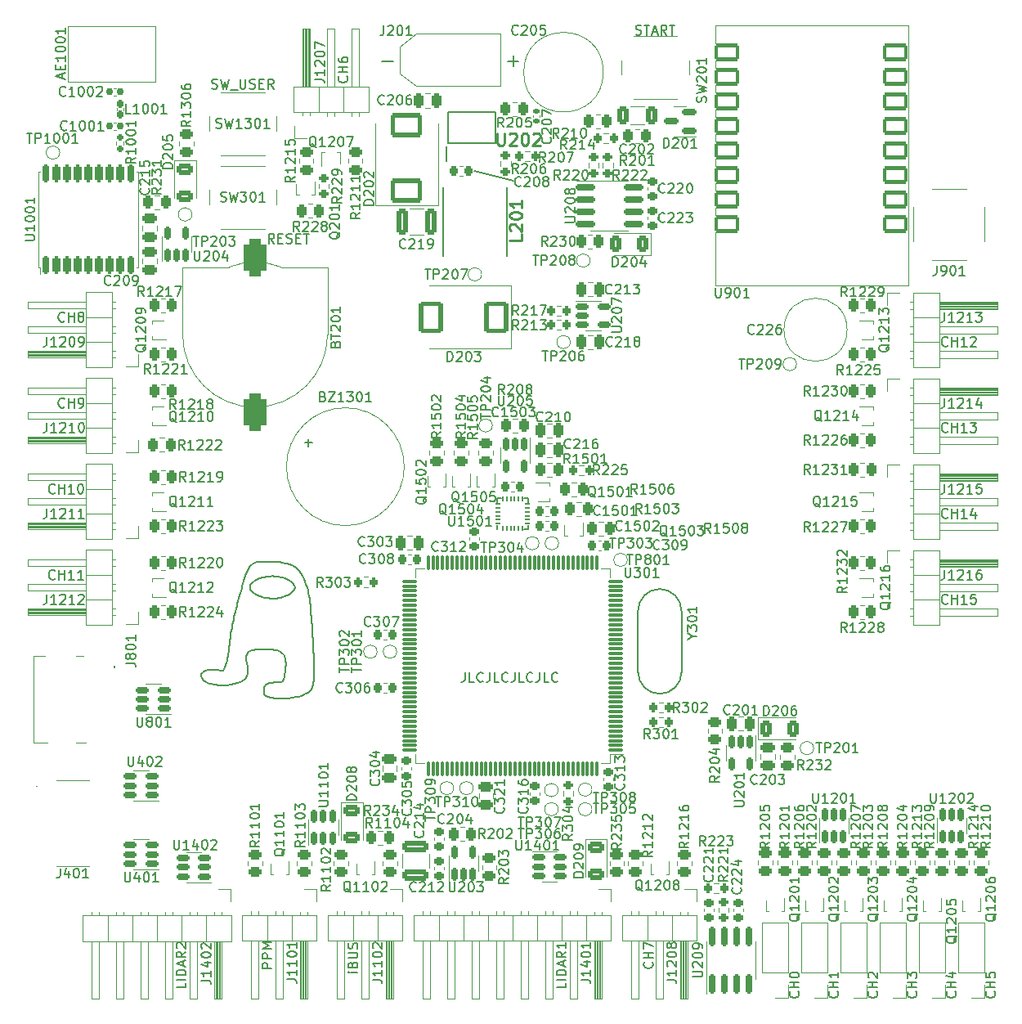
<source format=gto>
%TF.GenerationSoftware,KiCad,Pcbnew,7.0.9*%
%TF.CreationDate,2023-11-27T13:52:55+01:00*%
%TF.ProjectId,Avionus_Flight_Controller,4176696f-6e75-4735-9f46-6c696768745f,1.0*%
%TF.SameCoordinates,Original*%
%TF.FileFunction,Legend,Top*%
%TF.FilePolarity,Positive*%
%FSLAX46Y46*%
G04 Gerber Fmt 4.6, Leading zero omitted, Abs format (unit mm)*
G04 Created by KiCad (PCBNEW 7.0.9) date 2023-11-27 13:52:55*
%MOMM*%
%LPD*%
G01*
G04 APERTURE LIST*
G04 Aperture macros list*
%AMRoundRect*
0 Rectangle with rounded corners*
0 $1 Rounding radius*
0 $2 $3 $4 $5 $6 $7 $8 $9 X,Y pos of 4 corners*
0 Add a 4 corners polygon primitive as box body*
4,1,4,$2,$3,$4,$5,$6,$7,$8,$9,$2,$3,0*
0 Add four circle primitives for the rounded corners*
1,1,$1+$1,$2,$3*
1,1,$1+$1,$4,$5*
1,1,$1+$1,$6,$7*
1,1,$1+$1,$8,$9*
0 Add four rect primitives between the rounded corners*
20,1,$1+$1,$2,$3,$4,$5,0*
20,1,$1+$1,$4,$5,$6,$7,0*
20,1,$1+$1,$6,$7,$8,$9,0*
20,1,$1+$1,$8,$9,$2,$3,0*%
G04 Aperture macros list end*
%ADD10C,0.150000*%
%ADD11C,0.254000*%
%ADD12C,0.120000*%
%ADD13C,0.127000*%
%ADD14C,0.200000*%
%ADD15C,0.100000*%
%ADD16RoundRect,0.200000X-0.200000X-0.275000X0.200000X-0.275000X0.200000X0.275000X-0.200000X0.275000X0*%
%ADD17C,2.050000*%
%ADD18C,2.250000*%
%ADD19RoundRect,0.250000X0.262500X0.450000X-0.262500X0.450000X-0.262500X-0.450000X0.262500X-0.450000X0*%
%ADD20R,0.500000X0.600000*%
%ADD21RoundRect,0.225000X0.250000X-0.225000X0.250000X0.225000X-0.250000X0.225000X-0.250000X-0.225000X0*%
%ADD22RoundRect,0.250000X-0.625000X0.375000X-0.625000X-0.375000X0.625000X-0.375000X0.625000X0.375000X0*%
%ADD23R,1.700000X1.700000*%
%ADD24O,1.700000X1.700000*%
%ADD25RoundRect,0.225000X0.225000X0.250000X-0.225000X0.250000X-0.225000X-0.250000X0.225000X-0.250000X0*%
%ADD26RoundRect,0.150000X0.512500X0.150000X-0.512500X0.150000X-0.512500X-0.150000X0.512500X-0.150000X0*%
%ADD27RoundRect,0.200000X0.275000X-0.200000X0.275000X0.200000X-0.275000X0.200000X-0.275000X-0.200000X0*%
%ADD28C,1.000000*%
%ADD29C,1.080000*%
%ADD30RoundRect,0.250000X-0.262500X-0.450000X0.262500X-0.450000X0.262500X0.450000X-0.262500X0.450000X0*%
%ADD31RoundRect,0.250000X0.325000X0.650000X-0.325000X0.650000X-0.325000X-0.650000X0.325000X-0.650000X0*%
%ADD32RoundRect,0.225000X-0.250000X0.225000X-0.250000X-0.225000X0.250000X-0.225000X0.250000X0.225000X0*%
%ADD33C,2.000000*%
%ADD34RoundRect,0.150000X0.150000X-0.825000X0.150000X0.825000X-0.150000X0.825000X-0.150000X-0.825000X0*%
%ADD35R,0.600000X0.500000*%
%ADD36RoundRect,0.250000X-0.250000X-0.475000X0.250000X-0.475000X0.250000X0.475000X-0.250000X0.475000X0*%
%ADD37RoundRect,0.150000X-0.825000X-0.150000X0.825000X-0.150000X0.825000X0.150000X-0.825000X0.150000X0*%
%ADD38RoundRect,0.250000X0.450000X-0.262500X0.450000X0.262500X-0.450000X0.262500X-0.450000X-0.262500X0*%
%ADD39C,1.600000*%
%ADD40RoundRect,0.160000X-0.160000X0.197500X-0.160000X-0.197500X0.160000X-0.197500X0.160000X0.197500X0*%
%ADD41RoundRect,0.200000X-0.275000X0.200000X-0.275000X-0.200000X0.275000X-0.200000X0.275000X0.200000X0*%
%ADD42C,3.200000*%
%ADD43RoundRect,0.150000X-0.512500X-0.150000X0.512500X-0.150000X0.512500X0.150000X-0.512500X0.150000X0*%
%ADD44RoundRect,0.250000X0.375000X0.625000X-0.375000X0.625000X-0.375000X-0.625000X0.375000X-0.625000X0*%
%ADD45RoundRect,0.150000X-0.150000X0.512500X-0.150000X-0.512500X0.150000X-0.512500X0.150000X0.512500X0*%
%ADD46RoundRect,0.250000X0.475000X-0.250000X0.475000X0.250000X-0.475000X0.250000X-0.475000X-0.250000X0*%
%ADD47RoundRect,0.250000X1.400000X1.000000X-1.400000X1.000000X-1.400000X-1.000000X1.400000X-1.000000X0*%
%ADD48RoundRect,0.155000X-0.212500X-0.155000X0.212500X-0.155000X0.212500X0.155000X-0.212500X0.155000X0*%
%ADD49RoundRect,0.250000X-0.375000X-0.625000X0.375000X-0.625000X0.375000X0.625000X-0.375000X0.625000X0*%
%ADD50RoundRect,0.050000X0.050000X-0.225000X0.050000X0.225000X-0.050000X0.225000X-0.050000X-0.225000X0*%
%ADD51RoundRect,0.050000X0.225000X0.050000X-0.225000X0.050000X-0.225000X-0.050000X0.225000X-0.050000X0*%
%ADD52RoundRect,0.250000X-0.475000X0.250000X-0.475000X-0.250000X0.475000X-0.250000X0.475000X0.250000X0*%
%ADD53RoundRect,0.150000X0.587500X0.150000X-0.587500X0.150000X-0.587500X-0.150000X0.587500X-0.150000X0*%
%ADD54RoundRect,0.150000X0.150000X-0.512500X0.150000X0.512500X-0.150000X0.512500X-0.150000X-0.512500X0*%
%ADD55RoundRect,0.200000X0.200000X0.275000X-0.200000X0.275000X-0.200000X-0.275000X0.200000X-0.275000X0*%
%ADD56R,3.200000X2.800000*%
%ADD57RoundRect,0.250000X-0.450000X0.262500X-0.450000X-0.262500X0.450000X-0.262500X0.450000X0.262500X0*%
%ADD58RoundRect,0.250000X0.325000X1.100000X-0.325000X1.100000X-0.325000X-1.100000X0.325000X-1.100000X0*%
%ADD59RoundRect,0.155000X0.212500X0.155000X-0.212500X0.155000X-0.212500X-0.155000X0.212500X-0.155000X0*%
%ADD60RoundRect,0.250000X0.250000X0.475000X-0.250000X0.475000X-0.250000X-0.475000X0.250000X-0.475000X0*%
%ADD61C,0.650000*%
%ADD62R,1.150000X0.300000*%
%ADD63R,2.000000X2.180000*%
%ADD64RoundRect,0.225000X-0.225000X-0.250000X0.225000X-0.250000X0.225000X0.250000X-0.225000X0.250000X0*%
%ADD65RoundRect,0.160000X0.160000X-0.222500X0.160000X0.222500X-0.160000X0.222500X-0.160000X-0.222500X0*%
%ADD66R,0.650000X1.525000*%
%ADD67RoundRect,0.250000X-1.000000X1.400000X-1.000000X-1.400000X1.000000X-1.400000X1.000000X1.400000X0*%
%ADD68C,1.300000*%
%ADD69RoundRect,0.600000X0.600000X-1.350000X0.600000X1.350000X-0.600000X1.350000X-0.600000X-1.350000X0*%
%ADD70R,1.000000X1.000000*%
%ADD71RoundRect,0.140000X-0.170000X0.140000X-0.170000X-0.140000X0.170000X-0.140000X0.170000X0.140000X0*%
%ADD72RoundRect,0.075000X0.662500X0.075000X-0.662500X0.075000X-0.662500X-0.075000X0.662500X-0.075000X0*%
%ADD73RoundRect,0.075000X0.075000X0.662500X-0.075000X0.662500X-0.075000X-0.662500X0.075000X-0.662500X0*%
%ADD74RoundRect,0.178000X1.072000X0.712000X-1.072000X0.712000X-1.072000X-0.712000X1.072000X-0.712000X0*%
%ADD75R,3.000000X3.000000*%
%ADD76C,3.000000*%
%ADD77RoundRect,0.250000X1.100000X-0.325000X1.100000X0.325000X-1.100000X0.325000X-1.100000X-0.325000X0*%
%ADD78RoundRect,0.175000X0.175000X-0.725000X0.175000X0.725000X-0.175000X0.725000X-0.175000X-0.725000X0*%
%ADD79RoundRect,0.200000X0.200000X-0.700000X0.200000X0.700000X-0.200000X0.700000X-0.200000X-0.700000X0*%
%ADD80R,2.000000X2.000000*%
%ADD81C,1.020000*%
%ADD82R,2.790000X0.740000*%
%ADD83C,1.500000*%
G04 APERTURE END LIST*
D10*
X76250800Y-41757600D02*
X72186800Y-40741600D01*
X71276151Y-92622019D02*
X71276151Y-93336304D01*
X71276151Y-93336304D02*
X71228532Y-93479161D01*
X71228532Y-93479161D02*
X71133294Y-93574400D01*
X71133294Y-93574400D02*
X70990437Y-93622019D01*
X70990437Y-93622019D02*
X70895199Y-93622019D01*
X72228532Y-93622019D02*
X71752342Y-93622019D01*
X71752342Y-93622019D02*
X71752342Y-92622019D01*
X73133294Y-93526780D02*
X73085675Y-93574400D01*
X73085675Y-93574400D02*
X72942818Y-93622019D01*
X72942818Y-93622019D02*
X72847580Y-93622019D01*
X72847580Y-93622019D02*
X72704723Y-93574400D01*
X72704723Y-93574400D02*
X72609485Y-93479161D01*
X72609485Y-93479161D02*
X72561866Y-93383923D01*
X72561866Y-93383923D02*
X72514247Y-93193447D01*
X72514247Y-93193447D02*
X72514247Y-93050590D01*
X72514247Y-93050590D02*
X72561866Y-92860114D01*
X72561866Y-92860114D02*
X72609485Y-92764876D01*
X72609485Y-92764876D02*
X72704723Y-92669638D01*
X72704723Y-92669638D02*
X72847580Y-92622019D01*
X72847580Y-92622019D02*
X72942818Y-92622019D01*
X72942818Y-92622019D02*
X73085675Y-92669638D01*
X73085675Y-92669638D02*
X73133294Y-92717257D01*
X73847580Y-92622019D02*
X73847580Y-93336304D01*
X73847580Y-93336304D02*
X73799961Y-93479161D01*
X73799961Y-93479161D02*
X73704723Y-93574400D01*
X73704723Y-93574400D02*
X73561866Y-93622019D01*
X73561866Y-93622019D02*
X73466628Y-93622019D01*
X74799961Y-93622019D02*
X74323771Y-93622019D01*
X74323771Y-93622019D02*
X74323771Y-92622019D01*
X75704723Y-93526780D02*
X75657104Y-93574400D01*
X75657104Y-93574400D02*
X75514247Y-93622019D01*
X75514247Y-93622019D02*
X75419009Y-93622019D01*
X75419009Y-93622019D02*
X75276152Y-93574400D01*
X75276152Y-93574400D02*
X75180914Y-93479161D01*
X75180914Y-93479161D02*
X75133295Y-93383923D01*
X75133295Y-93383923D02*
X75085676Y-93193447D01*
X75085676Y-93193447D02*
X75085676Y-93050590D01*
X75085676Y-93050590D02*
X75133295Y-92860114D01*
X75133295Y-92860114D02*
X75180914Y-92764876D01*
X75180914Y-92764876D02*
X75276152Y-92669638D01*
X75276152Y-92669638D02*
X75419009Y-92622019D01*
X75419009Y-92622019D02*
X75514247Y-92622019D01*
X75514247Y-92622019D02*
X75657104Y-92669638D01*
X75657104Y-92669638D02*
X75704723Y-92717257D01*
X76419009Y-92622019D02*
X76419009Y-93336304D01*
X76419009Y-93336304D02*
X76371390Y-93479161D01*
X76371390Y-93479161D02*
X76276152Y-93574400D01*
X76276152Y-93574400D02*
X76133295Y-93622019D01*
X76133295Y-93622019D02*
X76038057Y-93622019D01*
X77371390Y-93622019D02*
X76895200Y-93622019D01*
X76895200Y-93622019D02*
X76895200Y-92622019D01*
X78276152Y-93526780D02*
X78228533Y-93574400D01*
X78228533Y-93574400D02*
X78085676Y-93622019D01*
X78085676Y-93622019D02*
X77990438Y-93622019D01*
X77990438Y-93622019D02*
X77847581Y-93574400D01*
X77847581Y-93574400D02*
X77752343Y-93479161D01*
X77752343Y-93479161D02*
X77704724Y-93383923D01*
X77704724Y-93383923D02*
X77657105Y-93193447D01*
X77657105Y-93193447D02*
X77657105Y-93050590D01*
X77657105Y-93050590D02*
X77704724Y-92860114D01*
X77704724Y-92860114D02*
X77752343Y-92764876D01*
X77752343Y-92764876D02*
X77847581Y-92669638D01*
X77847581Y-92669638D02*
X77990438Y-92622019D01*
X77990438Y-92622019D02*
X78085676Y-92622019D01*
X78085676Y-92622019D02*
X78228533Y-92669638D01*
X78228533Y-92669638D02*
X78276152Y-92717257D01*
X78990438Y-92622019D02*
X78990438Y-93336304D01*
X78990438Y-93336304D02*
X78942819Y-93479161D01*
X78942819Y-93479161D02*
X78847581Y-93574400D01*
X78847581Y-93574400D02*
X78704724Y-93622019D01*
X78704724Y-93622019D02*
X78609486Y-93622019D01*
X79942819Y-93622019D02*
X79466629Y-93622019D01*
X79466629Y-93622019D02*
X79466629Y-92622019D01*
X80847581Y-93526780D02*
X80799962Y-93574400D01*
X80799962Y-93574400D02*
X80657105Y-93622019D01*
X80657105Y-93622019D02*
X80561867Y-93622019D01*
X80561867Y-93622019D02*
X80419010Y-93574400D01*
X80419010Y-93574400D02*
X80323772Y-93479161D01*
X80323772Y-93479161D02*
X80276153Y-93383923D01*
X80276153Y-93383923D02*
X80228534Y-93193447D01*
X80228534Y-93193447D02*
X80228534Y-93050590D01*
X80228534Y-93050590D02*
X80276153Y-92860114D01*
X80276153Y-92860114D02*
X80323772Y-92764876D01*
X80323772Y-92764876D02*
X80419010Y-92669638D01*
X80419010Y-92669638D02*
X80561867Y-92622019D01*
X80561867Y-92622019D02*
X80657105Y-92622019D01*
X80657105Y-92622019D02*
X80799962Y-92669638D01*
X80799962Y-92669638D02*
X80847581Y-92717257D01*
X79602152Y-39774019D02*
X79268819Y-39297828D01*
X79030724Y-39774019D02*
X79030724Y-38774019D01*
X79030724Y-38774019D02*
X79411676Y-38774019D01*
X79411676Y-38774019D02*
X79506914Y-38821638D01*
X79506914Y-38821638D02*
X79554533Y-38869257D01*
X79554533Y-38869257D02*
X79602152Y-38964495D01*
X79602152Y-38964495D02*
X79602152Y-39107352D01*
X79602152Y-39107352D02*
X79554533Y-39202590D01*
X79554533Y-39202590D02*
X79506914Y-39250209D01*
X79506914Y-39250209D02*
X79411676Y-39297828D01*
X79411676Y-39297828D02*
X79030724Y-39297828D01*
X79983105Y-38869257D02*
X80030724Y-38821638D01*
X80030724Y-38821638D02*
X80125962Y-38774019D01*
X80125962Y-38774019D02*
X80364057Y-38774019D01*
X80364057Y-38774019D02*
X80459295Y-38821638D01*
X80459295Y-38821638D02*
X80506914Y-38869257D01*
X80506914Y-38869257D02*
X80554533Y-38964495D01*
X80554533Y-38964495D02*
X80554533Y-39059733D01*
X80554533Y-39059733D02*
X80506914Y-39202590D01*
X80506914Y-39202590D02*
X79935486Y-39774019D01*
X79935486Y-39774019D02*
X80554533Y-39774019D01*
X81173581Y-38774019D02*
X81268819Y-38774019D01*
X81268819Y-38774019D02*
X81364057Y-38821638D01*
X81364057Y-38821638D02*
X81411676Y-38869257D01*
X81411676Y-38869257D02*
X81459295Y-38964495D01*
X81459295Y-38964495D02*
X81506914Y-39154971D01*
X81506914Y-39154971D02*
X81506914Y-39393066D01*
X81506914Y-39393066D02*
X81459295Y-39583542D01*
X81459295Y-39583542D02*
X81411676Y-39678780D01*
X81411676Y-39678780D02*
X81364057Y-39726400D01*
X81364057Y-39726400D02*
X81268819Y-39774019D01*
X81268819Y-39774019D02*
X81173581Y-39774019D01*
X81173581Y-39774019D02*
X81078343Y-39726400D01*
X81078343Y-39726400D02*
X81030724Y-39678780D01*
X81030724Y-39678780D02*
X80983105Y-39583542D01*
X80983105Y-39583542D02*
X80935486Y-39393066D01*
X80935486Y-39393066D02*
X80935486Y-39154971D01*
X80935486Y-39154971D02*
X80983105Y-38964495D01*
X80983105Y-38964495D02*
X81030724Y-38869257D01*
X81030724Y-38869257D02*
X81078343Y-38821638D01*
X81078343Y-38821638D02*
X81173581Y-38774019D01*
X81840248Y-38774019D02*
X82506914Y-38774019D01*
X82506914Y-38774019D02*
X82078343Y-39774019D01*
X120126285Y-50508819D02*
X120126285Y-51223104D01*
X120126285Y-51223104D02*
X120078666Y-51365961D01*
X120078666Y-51365961D02*
X119983428Y-51461200D01*
X119983428Y-51461200D02*
X119840571Y-51508819D01*
X119840571Y-51508819D02*
X119745333Y-51508819D01*
X120650095Y-51508819D02*
X120840571Y-51508819D01*
X120840571Y-51508819D02*
X120935809Y-51461200D01*
X120935809Y-51461200D02*
X120983428Y-51413580D01*
X120983428Y-51413580D02*
X121078666Y-51270723D01*
X121078666Y-51270723D02*
X121126285Y-51080247D01*
X121126285Y-51080247D02*
X121126285Y-50699295D01*
X121126285Y-50699295D02*
X121078666Y-50604057D01*
X121078666Y-50604057D02*
X121031047Y-50556438D01*
X121031047Y-50556438D02*
X120935809Y-50508819D01*
X120935809Y-50508819D02*
X120745333Y-50508819D01*
X120745333Y-50508819D02*
X120650095Y-50556438D01*
X120650095Y-50556438D02*
X120602476Y-50604057D01*
X120602476Y-50604057D02*
X120554857Y-50699295D01*
X120554857Y-50699295D02*
X120554857Y-50937390D01*
X120554857Y-50937390D02*
X120602476Y-51032628D01*
X120602476Y-51032628D02*
X120650095Y-51080247D01*
X120650095Y-51080247D02*
X120745333Y-51127866D01*
X120745333Y-51127866D02*
X120935809Y-51127866D01*
X120935809Y-51127866D02*
X121031047Y-51080247D01*
X121031047Y-51080247D02*
X121078666Y-51032628D01*
X121078666Y-51032628D02*
X121126285Y-50937390D01*
X121745333Y-50508819D02*
X121840571Y-50508819D01*
X121840571Y-50508819D02*
X121935809Y-50556438D01*
X121935809Y-50556438D02*
X121983428Y-50604057D01*
X121983428Y-50604057D02*
X122031047Y-50699295D01*
X122031047Y-50699295D02*
X122078666Y-50889771D01*
X122078666Y-50889771D02*
X122078666Y-51127866D01*
X122078666Y-51127866D02*
X122031047Y-51318342D01*
X122031047Y-51318342D02*
X121983428Y-51413580D01*
X121983428Y-51413580D02*
X121935809Y-51461200D01*
X121935809Y-51461200D02*
X121840571Y-51508819D01*
X121840571Y-51508819D02*
X121745333Y-51508819D01*
X121745333Y-51508819D02*
X121650095Y-51461200D01*
X121650095Y-51461200D02*
X121602476Y-51413580D01*
X121602476Y-51413580D02*
X121554857Y-51318342D01*
X121554857Y-51318342D02*
X121507238Y-51127866D01*
X121507238Y-51127866D02*
X121507238Y-50889771D01*
X121507238Y-50889771D02*
X121554857Y-50699295D01*
X121554857Y-50699295D02*
X121602476Y-50604057D01*
X121602476Y-50604057D02*
X121650095Y-50556438D01*
X121650095Y-50556438D02*
X121745333Y-50508819D01*
X123031047Y-51508819D02*
X122459619Y-51508819D01*
X122745333Y-51508819D02*
X122745333Y-50508819D01*
X122745333Y-50508819D02*
X122650095Y-50651676D01*
X122650095Y-50651676D02*
X122554857Y-50746914D01*
X122554857Y-50746914D02*
X122459619Y-50794533D01*
X38663761Y-61668819D02*
X38330428Y-61192628D01*
X38092333Y-61668819D02*
X38092333Y-60668819D01*
X38092333Y-60668819D02*
X38473285Y-60668819D01*
X38473285Y-60668819D02*
X38568523Y-60716438D01*
X38568523Y-60716438D02*
X38616142Y-60764057D01*
X38616142Y-60764057D02*
X38663761Y-60859295D01*
X38663761Y-60859295D02*
X38663761Y-61002152D01*
X38663761Y-61002152D02*
X38616142Y-61097390D01*
X38616142Y-61097390D02*
X38568523Y-61145009D01*
X38568523Y-61145009D02*
X38473285Y-61192628D01*
X38473285Y-61192628D02*
X38092333Y-61192628D01*
X39616142Y-61668819D02*
X39044714Y-61668819D01*
X39330428Y-61668819D02*
X39330428Y-60668819D01*
X39330428Y-60668819D02*
X39235190Y-60811676D01*
X39235190Y-60811676D02*
X39139952Y-60906914D01*
X39139952Y-60906914D02*
X39044714Y-60954533D01*
X39997095Y-60764057D02*
X40044714Y-60716438D01*
X40044714Y-60716438D02*
X40139952Y-60668819D01*
X40139952Y-60668819D02*
X40378047Y-60668819D01*
X40378047Y-60668819D02*
X40473285Y-60716438D01*
X40473285Y-60716438D02*
X40520904Y-60764057D01*
X40520904Y-60764057D02*
X40568523Y-60859295D01*
X40568523Y-60859295D02*
X40568523Y-60954533D01*
X40568523Y-60954533D02*
X40520904Y-61097390D01*
X40520904Y-61097390D02*
X39949476Y-61668819D01*
X39949476Y-61668819D02*
X40568523Y-61668819D01*
X40949476Y-60764057D02*
X40997095Y-60716438D01*
X40997095Y-60716438D02*
X41092333Y-60668819D01*
X41092333Y-60668819D02*
X41330428Y-60668819D01*
X41330428Y-60668819D02*
X41425666Y-60716438D01*
X41425666Y-60716438D02*
X41473285Y-60764057D01*
X41473285Y-60764057D02*
X41520904Y-60859295D01*
X41520904Y-60859295D02*
X41520904Y-60954533D01*
X41520904Y-60954533D02*
X41473285Y-61097390D01*
X41473285Y-61097390D02*
X40901857Y-61668819D01*
X40901857Y-61668819D02*
X41520904Y-61668819D01*
X42473285Y-61668819D02*
X41901857Y-61668819D01*
X42187571Y-61668819D02*
X42187571Y-60668819D01*
X42187571Y-60668819D02*
X42092333Y-60811676D01*
X42092333Y-60811676D02*
X41997095Y-60906914D01*
X41997095Y-60906914D02*
X41901857Y-60954533D01*
X70662990Y-75022857D02*
X70567752Y-74975238D01*
X70567752Y-74975238D02*
X70472514Y-74880000D01*
X70472514Y-74880000D02*
X70329657Y-74737142D01*
X70329657Y-74737142D02*
X70234419Y-74689523D01*
X70234419Y-74689523D02*
X70139181Y-74689523D01*
X70186800Y-74927619D02*
X70091562Y-74880000D01*
X70091562Y-74880000D02*
X69996324Y-74784761D01*
X69996324Y-74784761D02*
X69948705Y-74594285D01*
X69948705Y-74594285D02*
X69948705Y-74260952D01*
X69948705Y-74260952D02*
X69996324Y-74070476D01*
X69996324Y-74070476D02*
X70091562Y-73975238D01*
X70091562Y-73975238D02*
X70186800Y-73927619D01*
X70186800Y-73927619D02*
X70377276Y-73927619D01*
X70377276Y-73927619D02*
X70472514Y-73975238D01*
X70472514Y-73975238D02*
X70567752Y-74070476D01*
X70567752Y-74070476D02*
X70615371Y-74260952D01*
X70615371Y-74260952D02*
X70615371Y-74594285D01*
X70615371Y-74594285D02*
X70567752Y-74784761D01*
X70567752Y-74784761D02*
X70472514Y-74880000D01*
X70472514Y-74880000D02*
X70377276Y-74927619D01*
X70377276Y-74927619D02*
X70186800Y-74927619D01*
X71567752Y-74927619D02*
X70996324Y-74927619D01*
X71282038Y-74927619D02*
X71282038Y-73927619D01*
X71282038Y-73927619D02*
X71186800Y-74070476D01*
X71186800Y-74070476D02*
X71091562Y-74165714D01*
X71091562Y-74165714D02*
X70996324Y-74213333D01*
X72472514Y-73927619D02*
X71996324Y-73927619D01*
X71996324Y-73927619D02*
X71948705Y-74403809D01*
X71948705Y-74403809D02*
X71996324Y-74356190D01*
X71996324Y-74356190D02*
X72091562Y-74308571D01*
X72091562Y-74308571D02*
X72329657Y-74308571D01*
X72329657Y-74308571D02*
X72424895Y-74356190D01*
X72424895Y-74356190D02*
X72472514Y-74403809D01*
X72472514Y-74403809D02*
X72520133Y-74499047D01*
X72520133Y-74499047D02*
X72520133Y-74737142D01*
X72520133Y-74737142D02*
X72472514Y-74832380D01*
X72472514Y-74832380D02*
X72424895Y-74880000D01*
X72424895Y-74880000D02*
X72329657Y-74927619D01*
X72329657Y-74927619D02*
X72091562Y-74927619D01*
X72091562Y-74927619D02*
X71996324Y-74880000D01*
X71996324Y-74880000D02*
X71948705Y-74832380D01*
X73139181Y-73927619D02*
X73234419Y-73927619D01*
X73234419Y-73927619D02*
X73329657Y-73975238D01*
X73329657Y-73975238D02*
X73377276Y-74022857D01*
X73377276Y-74022857D02*
X73424895Y-74118095D01*
X73424895Y-74118095D02*
X73472514Y-74308571D01*
X73472514Y-74308571D02*
X73472514Y-74546666D01*
X73472514Y-74546666D02*
X73424895Y-74737142D01*
X73424895Y-74737142D02*
X73377276Y-74832380D01*
X73377276Y-74832380D02*
X73329657Y-74880000D01*
X73329657Y-74880000D02*
X73234419Y-74927619D01*
X73234419Y-74927619D02*
X73139181Y-74927619D01*
X73139181Y-74927619D02*
X73043943Y-74880000D01*
X73043943Y-74880000D02*
X72996324Y-74832380D01*
X72996324Y-74832380D02*
X72948705Y-74737142D01*
X72948705Y-74737142D02*
X72901086Y-74546666D01*
X72901086Y-74546666D02*
X72901086Y-74308571D01*
X72901086Y-74308571D02*
X72948705Y-74118095D01*
X72948705Y-74118095D02*
X72996324Y-74022857D01*
X72996324Y-74022857D02*
X73043943Y-73975238D01*
X73043943Y-73975238D02*
X73139181Y-73927619D01*
X74377276Y-73927619D02*
X73901086Y-73927619D01*
X73901086Y-73927619D02*
X73853467Y-74403809D01*
X73853467Y-74403809D02*
X73901086Y-74356190D01*
X73901086Y-74356190D02*
X73996324Y-74308571D01*
X73996324Y-74308571D02*
X74234419Y-74308571D01*
X74234419Y-74308571D02*
X74329657Y-74356190D01*
X74329657Y-74356190D02*
X74377276Y-74403809D01*
X74377276Y-74403809D02*
X74424895Y-74499047D01*
X74424895Y-74499047D02*
X74424895Y-74737142D01*
X74424895Y-74737142D02*
X74377276Y-74832380D01*
X74377276Y-74832380D02*
X74329657Y-74880000D01*
X74329657Y-74880000D02*
X74234419Y-74927619D01*
X74234419Y-74927619D02*
X73996324Y-74927619D01*
X73996324Y-74927619D02*
X73901086Y-74880000D01*
X73901086Y-74880000D02*
X73853467Y-74832380D01*
X110799761Y-88464819D02*
X110466428Y-87988628D01*
X110228333Y-88464819D02*
X110228333Y-87464819D01*
X110228333Y-87464819D02*
X110609285Y-87464819D01*
X110609285Y-87464819D02*
X110704523Y-87512438D01*
X110704523Y-87512438D02*
X110752142Y-87560057D01*
X110752142Y-87560057D02*
X110799761Y-87655295D01*
X110799761Y-87655295D02*
X110799761Y-87798152D01*
X110799761Y-87798152D02*
X110752142Y-87893390D01*
X110752142Y-87893390D02*
X110704523Y-87941009D01*
X110704523Y-87941009D02*
X110609285Y-87988628D01*
X110609285Y-87988628D02*
X110228333Y-87988628D01*
X111752142Y-88464819D02*
X111180714Y-88464819D01*
X111466428Y-88464819D02*
X111466428Y-87464819D01*
X111466428Y-87464819D02*
X111371190Y-87607676D01*
X111371190Y-87607676D02*
X111275952Y-87702914D01*
X111275952Y-87702914D02*
X111180714Y-87750533D01*
X112133095Y-87560057D02*
X112180714Y-87512438D01*
X112180714Y-87512438D02*
X112275952Y-87464819D01*
X112275952Y-87464819D02*
X112514047Y-87464819D01*
X112514047Y-87464819D02*
X112609285Y-87512438D01*
X112609285Y-87512438D02*
X112656904Y-87560057D01*
X112656904Y-87560057D02*
X112704523Y-87655295D01*
X112704523Y-87655295D02*
X112704523Y-87750533D01*
X112704523Y-87750533D02*
X112656904Y-87893390D01*
X112656904Y-87893390D02*
X112085476Y-88464819D01*
X112085476Y-88464819D02*
X112704523Y-88464819D01*
X113085476Y-87560057D02*
X113133095Y-87512438D01*
X113133095Y-87512438D02*
X113228333Y-87464819D01*
X113228333Y-87464819D02*
X113466428Y-87464819D01*
X113466428Y-87464819D02*
X113561666Y-87512438D01*
X113561666Y-87512438D02*
X113609285Y-87560057D01*
X113609285Y-87560057D02*
X113656904Y-87655295D01*
X113656904Y-87655295D02*
X113656904Y-87750533D01*
X113656904Y-87750533D02*
X113609285Y-87893390D01*
X113609285Y-87893390D02*
X113037857Y-88464819D01*
X113037857Y-88464819D02*
X113656904Y-88464819D01*
X114228333Y-87893390D02*
X114133095Y-87845771D01*
X114133095Y-87845771D02*
X114085476Y-87798152D01*
X114085476Y-87798152D02*
X114037857Y-87702914D01*
X114037857Y-87702914D02*
X114037857Y-87655295D01*
X114037857Y-87655295D02*
X114085476Y-87560057D01*
X114085476Y-87560057D02*
X114133095Y-87512438D01*
X114133095Y-87512438D02*
X114228333Y-87464819D01*
X114228333Y-87464819D02*
X114418809Y-87464819D01*
X114418809Y-87464819D02*
X114514047Y-87512438D01*
X114514047Y-87512438D02*
X114561666Y-87560057D01*
X114561666Y-87560057D02*
X114609285Y-87655295D01*
X114609285Y-87655295D02*
X114609285Y-87702914D01*
X114609285Y-87702914D02*
X114561666Y-87798152D01*
X114561666Y-87798152D02*
X114514047Y-87845771D01*
X114514047Y-87845771D02*
X114418809Y-87893390D01*
X114418809Y-87893390D02*
X114228333Y-87893390D01*
X114228333Y-87893390D02*
X114133095Y-87941009D01*
X114133095Y-87941009D02*
X114085476Y-87988628D01*
X114085476Y-87988628D02*
X114037857Y-88083866D01*
X114037857Y-88083866D02*
X114037857Y-88274342D01*
X114037857Y-88274342D02*
X114085476Y-88369580D01*
X114085476Y-88369580D02*
X114133095Y-88417200D01*
X114133095Y-88417200D02*
X114228333Y-88464819D01*
X114228333Y-88464819D02*
X114418809Y-88464819D01*
X114418809Y-88464819D02*
X114514047Y-88417200D01*
X114514047Y-88417200D02*
X114561666Y-88369580D01*
X114561666Y-88369580D02*
X114609285Y-88274342D01*
X114609285Y-88274342D02*
X114609285Y-88083866D01*
X114609285Y-88083866D02*
X114561666Y-87988628D01*
X114561666Y-87988628D02*
X114514047Y-87941009D01*
X114514047Y-87941009D02*
X114418809Y-87893390D01*
X66190952Y-115218380D02*
X66143333Y-115266000D01*
X66143333Y-115266000D02*
X66000476Y-115313619D01*
X66000476Y-115313619D02*
X65905238Y-115313619D01*
X65905238Y-115313619D02*
X65762381Y-115266000D01*
X65762381Y-115266000D02*
X65667143Y-115170761D01*
X65667143Y-115170761D02*
X65619524Y-115075523D01*
X65619524Y-115075523D02*
X65571905Y-114885047D01*
X65571905Y-114885047D02*
X65571905Y-114742190D01*
X65571905Y-114742190D02*
X65619524Y-114551714D01*
X65619524Y-114551714D02*
X65667143Y-114456476D01*
X65667143Y-114456476D02*
X65762381Y-114361238D01*
X65762381Y-114361238D02*
X65905238Y-114313619D01*
X65905238Y-114313619D02*
X66000476Y-114313619D01*
X66000476Y-114313619D02*
X66143333Y-114361238D01*
X66143333Y-114361238D02*
X66190952Y-114408857D01*
X66571905Y-114408857D02*
X66619524Y-114361238D01*
X66619524Y-114361238D02*
X66714762Y-114313619D01*
X66714762Y-114313619D02*
X66952857Y-114313619D01*
X66952857Y-114313619D02*
X67048095Y-114361238D01*
X67048095Y-114361238D02*
X67095714Y-114408857D01*
X67095714Y-114408857D02*
X67143333Y-114504095D01*
X67143333Y-114504095D02*
X67143333Y-114599333D01*
X67143333Y-114599333D02*
X67095714Y-114742190D01*
X67095714Y-114742190D02*
X66524286Y-115313619D01*
X66524286Y-115313619D02*
X67143333Y-115313619D01*
X68095714Y-115313619D02*
X67524286Y-115313619D01*
X67810000Y-115313619D02*
X67810000Y-114313619D01*
X67810000Y-114313619D02*
X67714762Y-114456476D01*
X67714762Y-114456476D02*
X67619524Y-114551714D01*
X67619524Y-114551714D02*
X67524286Y-114599333D01*
X68476667Y-114408857D02*
X68524286Y-114361238D01*
X68524286Y-114361238D02*
X68619524Y-114313619D01*
X68619524Y-114313619D02*
X68857619Y-114313619D01*
X68857619Y-114313619D02*
X68952857Y-114361238D01*
X68952857Y-114361238D02*
X69000476Y-114408857D01*
X69000476Y-114408857D02*
X69048095Y-114504095D01*
X69048095Y-114504095D02*
X69048095Y-114599333D01*
X69048095Y-114599333D02*
X69000476Y-114742190D01*
X69000476Y-114742190D02*
X68429048Y-115313619D01*
X68429048Y-115313619D02*
X69048095Y-115313619D01*
X60017819Y-105830475D02*
X59017819Y-105830475D01*
X59017819Y-105830475D02*
X59017819Y-105592380D01*
X59017819Y-105592380D02*
X59065438Y-105449523D01*
X59065438Y-105449523D02*
X59160676Y-105354285D01*
X59160676Y-105354285D02*
X59255914Y-105306666D01*
X59255914Y-105306666D02*
X59446390Y-105259047D01*
X59446390Y-105259047D02*
X59589247Y-105259047D01*
X59589247Y-105259047D02*
X59779723Y-105306666D01*
X59779723Y-105306666D02*
X59874961Y-105354285D01*
X59874961Y-105354285D02*
X59970200Y-105449523D01*
X59970200Y-105449523D02*
X60017819Y-105592380D01*
X60017819Y-105592380D02*
X60017819Y-105830475D01*
X59113057Y-104878094D02*
X59065438Y-104830475D01*
X59065438Y-104830475D02*
X59017819Y-104735237D01*
X59017819Y-104735237D02*
X59017819Y-104497142D01*
X59017819Y-104497142D02*
X59065438Y-104401904D01*
X59065438Y-104401904D02*
X59113057Y-104354285D01*
X59113057Y-104354285D02*
X59208295Y-104306666D01*
X59208295Y-104306666D02*
X59303533Y-104306666D01*
X59303533Y-104306666D02*
X59446390Y-104354285D01*
X59446390Y-104354285D02*
X60017819Y-104925713D01*
X60017819Y-104925713D02*
X60017819Y-104306666D01*
X59017819Y-103687618D02*
X59017819Y-103592380D01*
X59017819Y-103592380D02*
X59065438Y-103497142D01*
X59065438Y-103497142D02*
X59113057Y-103449523D01*
X59113057Y-103449523D02*
X59208295Y-103401904D01*
X59208295Y-103401904D02*
X59398771Y-103354285D01*
X59398771Y-103354285D02*
X59636866Y-103354285D01*
X59636866Y-103354285D02*
X59827342Y-103401904D01*
X59827342Y-103401904D02*
X59922580Y-103449523D01*
X59922580Y-103449523D02*
X59970200Y-103497142D01*
X59970200Y-103497142D02*
X60017819Y-103592380D01*
X60017819Y-103592380D02*
X60017819Y-103687618D01*
X60017819Y-103687618D02*
X59970200Y-103782856D01*
X59970200Y-103782856D02*
X59922580Y-103830475D01*
X59922580Y-103830475D02*
X59827342Y-103878094D01*
X59827342Y-103878094D02*
X59636866Y-103925713D01*
X59636866Y-103925713D02*
X59398771Y-103925713D01*
X59398771Y-103925713D02*
X59208295Y-103878094D01*
X59208295Y-103878094D02*
X59113057Y-103830475D01*
X59113057Y-103830475D02*
X59065438Y-103782856D01*
X59065438Y-103782856D02*
X59017819Y-103687618D01*
X59446390Y-102782856D02*
X59398771Y-102878094D01*
X59398771Y-102878094D02*
X59351152Y-102925713D01*
X59351152Y-102925713D02*
X59255914Y-102973332D01*
X59255914Y-102973332D02*
X59208295Y-102973332D01*
X59208295Y-102973332D02*
X59113057Y-102925713D01*
X59113057Y-102925713D02*
X59065438Y-102878094D01*
X59065438Y-102878094D02*
X59017819Y-102782856D01*
X59017819Y-102782856D02*
X59017819Y-102592380D01*
X59017819Y-102592380D02*
X59065438Y-102497142D01*
X59065438Y-102497142D02*
X59113057Y-102449523D01*
X59113057Y-102449523D02*
X59208295Y-102401904D01*
X59208295Y-102401904D02*
X59255914Y-102401904D01*
X59255914Y-102401904D02*
X59351152Y-102449523D01*
X59351152Y-102449523D02*
X59398771Y-102497142D01*
X59398771Y-102497142D02*
X59446390Y-102592380D01*
X59446390Y-102592380D02*
X59446390Y-102782856D01*
X59446390Y-102782856D02*
X59494009Y-102878094D01*
X59494009Y-102878094D02*
X59541628Y-102925713D01*
X59541628Y-102925713D02*
X59636866Y-102973332D01*
X59636866Y-102973332D02*
X59827342Y-102973332D01*
X59827342Y-102973332D02*
X59922580Y-102925713D01*
X59922580Y-102925713D02*
X59970200Y-102878094D01*
X59970200Y-102878094D02*
X60017819Y-102782856D01*
X60017819Y-102782856D02*
X60017819Y-102592380D01*
X60017819Y-102592380D02*
X59970200Y-102497142D01*
X59970200Y-102497142D02*
X59922580Y-102449523D01*
X59922580Y-102449523D02*
X59827342Y-102401904D01*
X59827342Y-102401904D02*
X59636866Y-102401904D01*
X59636866Y-102401904D02*
X59541628Y-102449523D01*
X59541628Y-102449523D02*
X59494009Y-102497142D01*
X59494009Y-102497142D02*
X59446390Y-102592380D01*
X120920095Y-55334819D02*
X120920095Y-56049104D01*
X120920095Y-56049104D02*
X120872476Y-56191961D01*
X120872476Y-56191961D02*
X120777238Y-56287200D01*
X120777238Y-56287200D02*
X120634381Y-56334819D01*
X120634381Y-56334819D02*
X120539143Y-56334819D01*
X121920095Y-56334819D02*
X121348667Y-56334819D01*
X121634381Y-56334819D02*
X121634381Y-55334819D01*
X121634381Y-55334819D02*
X121539143Y-55477676D01*
X121539143Y-55477676D02*
X121443905Y-55572914D01*
X121443905Y-55572914D02*
X121348667Y-55620533D01*
X122301048Y-55430057D02*
X122348667Y-55382438D01*
X122348667Y-55382438D02*
X122443905Y-55334819D01*
X122443905Y-55334819D02*
X122682000Y-55334819D01*
X122682000Y-55334819D02*
X122777238Y-55382438D01*
X122777238Y-55382438D02*
X122824857Y-55430057D01*
X122824857Y-55430057D02*
X122872476Y-55525295D01*
X122872476Y-55525295D02*
X122872476Y-55620533D01*
X122872476Y-55620533D02*
X122824857Y-55763390D01*
X122824857Y-55763390D02*
X122253429Y-56334819D01*
X122253429Y-56334819D02*
X122872476Y-56334819D01*
X123824857Y-56334819D02*
X123253429Y-56334819D01*
X123539143Y-56334819D02*
X123539143Y-55334819D01*
X123539143Y-55334819D02*
X123443905Y-55477676D01*
X123443905Y-55477676D02*
X123348667Y-55572914D01*
X123348667Y-55572914D02*
X123253429Y-55620533D01*
X124158191Y-55334819D02*
X124777238Y-55334819D01*
X124777238Y-55334819D02*
X124443905Y-55715771D01*
X124443905Y-55715771D02*
X124586762Y-55715771D01*
X124586762Y-55715771D02*
X124682000Y-55763390D01*
X124682000Y-55763390D02*
X124729619Y-55811009D01*
X124729619Y-55811009D02*
X124777238Y-55906247D01*
X124777238Y-55906247D02*
X124777238Y-56144342D01*
X124777238Y-56144342D02*
X124729619Y-56239580D01*
X124729619Y-56239580D02*
X124682000Y-56287200D01*
X124682000Y-56287200D02*
X124586762Y-56334819D01*
X124586762Y-56334819D02*
X124301048Y-56334819D01*
X124301048Y-56334819D02*
X124205810Y-56287200D01*
X124205810Y-56287200D02*
X124158191Y-56239580D01*
X121261333Y-58779580D02*
X121213714Y-58827200D01*
X121213714Y-58827200D02*
X121070857Y-58874819D01*
X121070857Y-58874819D02*
X120975619Y-58874819D01*
X120975619Y-58874819D02*
X120832762Y-58827200D01*
X120832762Y-58827200D02*
X120737524Y-58731961D01*
X120737524Y-58731961D02*
X120689905Y-58636723D01*
X120689905Y-58636723D02*
X120642286Y-58446247D01*
X120642286Y-58446247D02*
X120642286Y-58303390D01*
X120642286Y-58303390D02*
X120689905Y-58112914D01*
X120689905Y-58112914D02*
X120737524Y-58017676D01*
X120737524Y-58017676D02*
X120832762Y-57922438D01*
X120832762Y-57922438D02*
X120975619Y-57874819D01*
X120975619Y-57874819D02*
X121070857Y-57874819D01*
X121070857Y-57874819D02*
X121213714Y-57922438D01*
X121213714Y-57922438D02*
X121261333Y-57970057D01*
X121689905Y-58874819D02*
X121689905Y-57874819D01*
X121689905Y-58351009D02*
X122261333Y-58351009D01*
X122261333Y-58874819D02*
X122261333Y-57874819D01*
X123261333Y-58874819D02*
X122689905Y-58874819D01*
X122975619Y-58874819D02*
X122975619Y-57874819D01*
X122975619Y-57874819D02*
X122880381Y-58017676D01*
X122880381Y-58017676D02*
X122785143Y-58112914D01*
X122785143Y-58112914D02*
X122689905Y-58160533D01*
X123642286Y-57970057D02*
X123689905Y-57922438D01*
X123689905Y-57922438D02*
X123785143Y-57874819D01*
X123785143Y-57874819D02*
X124023238Y-57874819D01*
X124023238Y-57874819D02*
X124118476Y-57922438D01*
X124118476Y-57922438D02*
X124166095Y-57970057D01*
X124166095Y-57970057D02*
X124213714Y-58065295D01*
X124213714Y-58065295D02*
X124213714Y-58160533D01*
X124213714Y-58160533D02*
X124166095Y-58303390D01*
X124166095Y-58303390D02*
X123594667Y-58874819D01*
X123594667Y-58874819D02*
X124213714Y-58874819D01*
X77062152Y-42218780D02*
X77014533Y-42266400D01*
X77014533Y-42266400D02*
X76871676Y-42314019D01*
X76871676Y-42314019D02*
X76776438Y-42314019D01*
X76776438Y-42314019D02*
X76633581Y-42266400D01*
X76633581Y-42266400D02*
X76538343Y-42171161D01*
X76538343Y-42171161D02*
X76490724Y-42075923D01*
X76490724Y-42075923D02*
X76443105Y-41885447D01*
X76443105Y-41885447D02*
X76443105Y-41742590D01*
X76443105Y-41742590D02*
X76490724Y-41552114D01*
X76490724Y-41552114D02*
X76538343Y-41456876D01*
X76538343Y-41456876D02*
X76633581Y-41361638D01*
X76633581Y-41361638D02*
X76776438Y-41314019D01*
X76776438Y-41314019D02*
X76871676Y-41314019D01*
X76871676Y-41314019D02*
X77014533Y-41361638D01*
X77014533Y-41361638D02*
X77062152Y-41409257D01*
X77443105Y-41409257D02*
X77490724Y-41361638D01*
X77490724Y-41361638D02*
X77585962Y-41314019D01*
X77585962Y-41314019D02*
X77824057Y-41314019D01*
X77824057Y-41314019D02*
X77919295Y-41361638D01*
X77919295Y-41361638D02*
X77966914Y-41409257D01*
X77966914Y-41409257D02*
X78014533Y-41504495D01*
X78014533Y-41504495D02*
X78014533Y-41599733D01*
X78014533Y-41599733D02*
X77966914Y-41742590D01*
X77966914Y-41742590D02*
X77395486Y-42314019D01*
X77395486Y-42314019D02*
X78014533Y-42314019D01*
X78633581Y-41314019D02*
X78728819Y-41314019D01*
X78728819Y-41314019D02*
X78824057Y-41361638D01*
X78824057Y-41361638D02*
X78871676Y-41409257D01*
X78871676Y-41409257D02*
X78919295Y-41504495D01*
X78919295Y-41504495D02*
X78966914Y-41694971D01*
X78966914Y-41694971D02*
X78966914Y-41933066D01*
X78966914Y-41933066D02*
X78919295Y-42123542D01*
X78919295Y-42123542D02*
X78871676Y-42218780D01*
X78871676Y-42218780D02*
X78824057Y-42266400D01*
X78824057Y-42266400D02*
X78728819Y-42314019D01*
X78728819Y-42314019D02*
X78633581Y-42314019D01*
X78633581Y-42314019D02*
X78538343Y-42266400D01*
X78538343Y-42266400D02*
X78490724Y-42218780D01*
X78490724Y-42218780D02*
X78443105Y-42123542D01*
X78443105Y-42123542D02*
X78395486Y-41933066D01*
X78395486Y-41933066D02*
X78395486Y-41694971D01*
X78395486Y-41694971D02*
X78443105Y-41504495D01*
X78443105Y-41504495D02*
X78490724Y-41409257D01*
X78490724Y-41409257D02*
X78538343Y-41361638D01*
X78538343Y-41361638D02*
X78633581Y-41314019D01*
X79538343Y-41742590D02*
X79443105Y-41694971D01*
X79443105Y-41694971D02*
X79395486Y-41647352D01*
X79395486Y-41647352D02*
X79347867Y-41552114D01*
X79347867Y-41552114D02*
X79347867Y-41504495D01*
X79347867Y-41504495D02*
X79395486Y-41409257D01*
X79395486Y-41409257D02*
X79443105Y-41361638D01*
X79443105Y-41361638D02*
X79538343Y-41314019D01*
X79538343Y-41314019D02*
X79728819Y-41314019D01*
X79728819Y-41314019D02*
X79824057Y-41361638D01*
X79824057Y-41361638D02*
X79871676Y-41409257D01*
X79871676Y-41409257D02*
X79919295Y-41504495D01*
X79919295Y-41504495D02*
X79919295Y-41552114D01*
X79919295Y-41552114D02*
X79871676Y-41647352D01*
X79871676Y-41647352D02*
X79824057Y-41694971D01*
X79824057Y-41694971D02*
X79728819Y-41742590D01*
X79728819Y-41742590D02*
X79538343Y-41742590D01*
X79538343Y-41742590D02*
X79443105Y-41790209D01*
X79443105Y-41790209D02*
X79395486Y-41837828D01*
X79395486Y-41837828D02*
X79347867Y-41933066D01*
X79347867Y-41933066D02*
X79347867Y-42123542D01*
X79347867Y-42123542D02*
X79395486Y-42218780D01*
X79395486Y-42218780D02*
X79443105Y-42266400D01*
X79443105Y-42266400D02*
X79538343Y-42314019D01*
X79538343Y-42314019D02*
X79728819Y-42314019D01*
X79728819Y-42314019D02*
X79824057Y-42266400D01*
X79824057Y-42266400D02*
X79871676Y-42218780D01*
X79871676Y-42218780D02*
X79919295Y-42123542D01*
X79919295Y-42123542D02*
X79919295Y-41933066D01*
X79919295Y-41933066D02*
X79871676Y-41837828D01*
X79871676Y-41837828D02*
X79824057Y-41790209D01*
X79824057Y-41790209D02*
X79728819Y-41742590D01*
X59436190Y-115358057D02*
X59340952Y-115310438D01*
X59340952Y-115310438D02*
X59245714Y-115215200D01*
X59245714Y-115215200D02*
X59102857Y-115072342D01*
X59102857Y-115072342D02*
X59007619Y-115024723D01*
X59007619Y-115024723D02*
X58912381Y-115024723D01*
X58960000Y-115262819D02*
X58864762Y-115215200D01*
X58864762Y-115215200D02*
X58769524Y-115119961D01*
X58769524Y-115119961D02*
X58721905Y-114929485D01*
X58721905Y-114929485D02*
X58721905Y-114596152D01*
X58721905Y-114596152D02*
X58769524Y-114405676D01*
X58769524Y-114405676D02*
X58864762Y-114310438D01*
X58864762Y-114310438D02*
X58960000Y-114262819D01*
X58960000Y-114262819D02*
X59150476Y-114262819D01*
X59150476Y-114262819D02*
X59245714Y-114310438D01*
X59245714Y-114310438D02*
X59340952Y-114405676D01*
X59340952Y-114405676D02*
X59388571Y-114596152D01*
X59388571Y-114596152D02*
X59388571Y-114929485D01*
X59388571Y-114929485D02*
X59340952Y-115119961D01*
X59340952Y-115119961D02*
X59245714Y-115215200D01*
X59245714Y-115215200D02*
X59150476Y-115262819D01*
X59150476Y-115262819D02*
X58960000Y-115262819D01*
X60340952Y-115262819D02*
X59769524Y-115262819D01*
X60055238Y-115262819D02*
X60055238Y-114262819D01*
X60055238Y-114262819D02*
X59960000Y-114405676D01*
X59960000Y-114405676D02*
X59864762Y-114500914D01*
X59864762Y-114500914D02*
X59769524Y-114548533D01*
X61293333Y-115262819D02*
X60721905Y-115262819D01*
X61007619Y-115262819D02*
X61007619Y-114262819D01*
X61007619Y-114262819D02*
X60912381Y-114405676D01*
X60912381Y-114405676D02*
X60817143Y-114500914D01*
X60817143Y-114500914D02*
X60721905Y-114548533D01*
X61912381Y-114262819D02*
X62007619Y-114262819D01*
X62007619Y-114262819D02*
X62102857Y-114310438D01*
X62102857Y-114310438D02*
X62150476Y-114358057D01*
X62150476Y-114358057D02*
X62198095Y-114453295D01*
X62198095Y-114453295D02*
X62245714Y-114643771D01*
X62245714Y-114643771D02*
X62245714Y-114881866D01*
X62245714Y-114881866D02*
X62198095Y-115072342D01*
X62198095Y-115072342D02*
X62150476Y-115167580D01*
X62150476Y-115167580D02*
X62102857Y-115215200D01*
X62102857Y-115215200D02*
X62007619Y-115262819D01*
X62007619Y-115262819D02*
X61912381Y-115262819D01*
X61912381Y-115262819D02*
X61817143Y-115215200D01*
X61817143Y-115215200D02*
X61769524Y-115167580D01*
X61769524Y-115167580D02*
X61721905Y-115072342D01*
X61721905Y-115072342D02*
X61674286Y-114881866D01*
X61674286Y-114881866D02*
X61674286Y-114643771D01*
X61674286Y-114643771D02*
X61721905Y-114453295D01*
X61721905Y-114453295D02*
X61769524Y-114358057D01*
X61769524Y-114358057D02*
X61817143Y-114310438D01*
X61817143Y-114310438D02*
X61912381Y-114262819D01*
X62626667Y-114358057D02*
X62674286Y-114310438D01*
X62674286Y-114310438D02*
X62769524Y-114262819D01*
X62769524Y-114262819D02*
X63007619Y-114262819D01*
X63007619Y-114262819D02*
X63102857Y-114310438D01*
X63102857Y-114310438D02*
X63150476Y-114358057D01*
X63150476Y-114358057D02*
X63198095Y-114453295D01*
X63198095Y-114453295D02*
X63198095Y-114548533D01*
X63198095Y-114548533D02*
X63150476Y-114691390D01*
X63150476Y-114691390D02*
X62579048Y-115262819D01*
X62579048Y-115262819D02*
X63198095Y-115262819D01*
X41116524Y-109944819D02*
X41116524Y-110754342D01*
X41116524Y-110754342D02*
X41164143Y-110849580D01*
X41164143Y-110849580D02*
X41211762Y-110897200D01*
X41211762Y-110897200D02*
X41307000Y-110944819D01*
X41307000Y-110944819D02*
X41497476Y-110944819D01*
X41497476Y-110944819D02*
X41592714Y-110897200D01*
X41592714Y-110897200D02*
X41640333Y-110849580D01*
X41640333Y-110849580D02*
X41687952Y-110754342D01*
X41687952Y-110754342D02*
X41687952Y-109944819D01*
X42687952Y-110944819D02*
X42116524Y-110944819D01*
X42402238Y-110944819D02*
X42402238Y-109944819D01*
X42402238Y-109944819D02*
X42307000Y-110087676D01*
X42307000Y-110087676D02*
X42211762Y-110182914D01*
X42211762Y-110182914D02*
X42116524Y-110230533D01*
X43545095Y-110278152D02*
X43545095Y-110944819D01*
X43307000Y-109897200D02*
X43068905Y-110611485D01*
X43068905Y-110611485D02*
X43687952Y-110611485D01*
X44259381Y-109944819D02*
X44354619Y-109944819D01*
X44354619Y-109944819D02*
X44449857Y-109992438D01*
X44449857Y-109992438D02*
X44497476Y-110040057D01*
X44497476Y-110040057D02*
X44545095Y-110135295D01*
X44545095Y-110135295D02*
X44592714Y-110325771D01*
X44592714Y-110325771D02*
X44592714Y-110563866D01*
X44592714Y-110563866D02*
X44545095Y-110754342D01*
X44545095Y-110754342D02*
X44497476Y-110849580D01*
X44497476Y-110849580D02*
X44449857Y-110897200D01*
X44449857Y-110897200D02*
X44354619Y-110944819D01*
X44354619Y-110944819D02*
X44259381Y-110944819D01*
X44259381Y-110944819D02*
X44164143Y-110897200D01*
X44164143Y-110897200D02*
X44116524Y-110849580D01*
X44116524Y-110849580D02*
X44068905Y-110754342D01*
X44068905Y-110754342D02*
X44021286Y-110563866D01*
X44021286Y-110563866D02*
X44021286Y-110325771D01*
X44021286Y-110325771D02*
X44068905Y-110135295D01*
X44068905Y-110135295D02*
X44116524Y-110040057D01*
X44116524Y-110040057D02*
X44164143Y-109992438D01*
X44164143Y-109992438D02*
X44259381Y-109944819D01*
X44973667Y-110040057D02*
X45021286Y-109992438D01*
X45021286Y-109992438D02*
X45116524Y-109944819D01*
X45116524Y-109944819D02*
X45354619Y-109944819D01*
X45354619Y-109944819D02*
X45449857Y-109992438D01*
X45449857Y-109992438D02*
X45497476Y-110040057D01*
X45497476Y-110040057D02*
X45545095Y-110135295D01*
X45545095Y-110135295D02*
X45545095Y-110230533D01*
X45545095Y-110230533D02*
X45497476Y-110373390D01*
X45497476Y-110373390D02*
X44926048Y-110944819D01*
X44926048Y-110944819D02*
X45545095Y-110944819D01*
X52620057Y-110870809D02*
X52572438Y-110966047D01*
X52572438Y-110966047D02*
X52477200Y-111061285D01*
X52477200Y-111061285D02*
X52334342Y-111204142D01*
X52334342Y-111204142D02*
X52286723Y-111299380D01*
X52286723Y-111299380D02*
X52286723Y-111394618D01*
X52524819Y-111346999D02*
X52477200Y-111442237D01*
X52477200Y-111442237D02*
X52381961Y-111537475D01*
X52381961Y-111537475D02*
X52191485Y-111585094D01*
X52191485Y-111585094D02*
X51858152Y-111585094D01*
X51858152Y-111585094D02*
X51667676Y-111537475D01*
X51667676Y-111537475D02*
X51572438Y-111442237D01*
X51572438Y-111442237D02*
X51524819Y-111346999D01*
X51524819Y-111346999D02*
X51524819Y-111156523D01*
X51524819Y-111156523D02*
X51572438Y-111061285D01*
X51572438Y-111061285D02*
X51667676Y-110966047D01*
X51667676Y-110966047D02*
X51858152Y-110918428D01*
X51858152Y-110918428D02*
X52191485Y-110918428D01*
X52191485Y-110918428D02*
X52381961Y-110966047D01*
X52381961Y-110966047D02*
X52477200Y-111061285D01*
X52477200Y-111061285D02*
X52524819Y-111156523D01*
X52524819Y-111156523D02*
X52524819Y-111346999D01*
X52524819Y-109966047D02*
X52524819Y-110537475D01*
X52524819Y-110251761D02*
X51524819Y-110251761D01*
X51524819Y-110251761D02*
X51667676Y-110346999D01*
X51667676Y-110346999D02*
X51762914Y-110442237D01*
X51762914Y-110442237D02*
X51810533Y-110537475D01*
X52524819Y-109013666D02*
X52524819Y-109585094D01*
X52524819Y-109299380D02*
X51524819Y-109299380D01*
X51524819Y-109299380D02*
X51667676Y-109394618D01*
X51667676Y-109394618D02*
X51762914Y-109489856D01*
X51762914Y-109489856D02*
X51810533Y-109585094D01*
X51524819Y-108394618D02*
X51524819Y-108299380D01*
X51524819Y-108299380D02*
X51572438Y-108204142D01*
X51572438Y-108204142D02*
X51620057Y-108156523D01*
X51620057Y-108156523D02*
X51715295Y-108108904D01*
X51715295Y-108108904D02*
X51905771Y-108061285D01*
X51905771Y-108061285D02*
X52143866Y-108061285D01*
X52143866Y-108061285D02*
X52334342Y-108108904D01*
X52334342Y-108108904D02*
X52429580Y-108156523D01*
X52429580Y-108156523D02*
X52477200Y-108204142D01*
X52477200Y-108204142D02*
X52524819Y-108299380D01*
X52524819Y-108299380D02*
X52524819Y-108394618D01*
X52524819Y-108394618D02*
X52477200Y-108489856D01*
X52477200Y-108489856D02*
X52429580Y-108537475D01*
X52429580Y-108537475D02*
X52334342Y-108585094D01*
X52334342Y-108585094D02*
X52143866Y-108632713D01*
X52143866Y-108632713D02*
X51905771Y-108632713D01*
X51905771Y-108632713D02*
X51715295Y-108585094D01*
X51715295Y-108585094D02*
X51620057Y-108537475D01*
X51620057Y-108537475D02*
X51572438Y-108489856D01*
X51572438Y-108489856D02*
X51524819Y-108394618D01*
X52524819Y-107108904D02*
X52524819Y-107680332D01*
X52524819Y-107394618D02*
X51524819Y-107394618D01*
X51524819Y-107394618D02*
X51667676Y-107489856D01*
X51667676Y-107489856D02*
X51762914Y-107585094D01*
X51762914Y-107585094D02*
X51810533Y-107680332D01*
X98498819Y-113641047D02*
X98022628Y-113974380D01*
X98498819Y-114212475D02*
X97498819Y-114212475D01*
X97498819Y-114212475D02*
X97498819Y-113831523D01*
X97498819Y-113831523D02*
X97546438Y-113736285D01*
X97546438Y-113736285D02*
X97594057Y-113688666D01*
X97594057Y-113688666D02*
X97689295Y-113641047D01*
X97689295Y-113641047D02*
X97832152Y-113641047D01*
X97832152Y-113641047D02*
X97927390Y-113688666D01*
X97927390Y-113688666D02*
X97975009Y-113736285D01*
X97975009Y-113736285D02*
X98022628Y-113831523D01*
X98022628Y-113831523D02*
X98022628Y-114212475D01*
X97594057Y-113260094D02*
X97546438Y-113212475D01*
X97546438Y-113212475D02*
X97498819Y-113117237D01*
X97498819Y-113117237D02*
X97498819Y-112879142D01*
X97498819Y-112879142D02*
X97546438Y-112783904D01*
X97546438Y-112783904D02*
X97594057Y-112736285D01*
X97594057Y-112736285D02*
X97689295Y-112688666D01*
X97689295Y-112688666D02*
X97784533Y-112688666D01*
X97784533Y-112688666D02*
X97927390Y-112736285D01*
X97927390Y-112736285D02*
X98498819Y-113307713D01*
X98498819Y-113307713D02*
X98498819Y-112688666D01*
X97594057Y-112307713D02*
X97546438Y-112260094D01*
X97546438Y-112260094D02*
X97498819Y-112164856D01*
X97498819Y-112164856D02*
X97498819Y-111926761D01*
X97498819Y-111926761D02*
X97546438Y-111831523D01*
X97546438Y-111831523D02*
X97594057Y-111783904D01*
X97594057Y-111783904D02*
X97689295Y-111736285D01*
X97689295Y-111736285D02*
X97784533Y-111736285D01*
X97784533Y-111736285D02*
X97927390Y-111783904D01*
X97927390Y-111783904D02*
X98498819Y-112355332D01*
X98498819Y-112355332D02*
X98498819Y-111736285D01*
X98498819Y-110783904D02*
X98498819Y-111355332D01*
X98498819Y-111069618D02*
X97498819Y-111069618D01*
X97498819Y-111069618D02*
X97641676Y-111164856D01*
X97641676Y-111164856D02*
X97736914Y-111260094D01*
X97736914Y-111260094D02*
X97784533Y-111355332D01*
X113897580Y-125658476D02*
X113945200Y-125706095D01*
X113945200Y-125706095D02*
X113992819Y-125848952D01*
X113992819Y-125848952D02*
X113992819Y-125944190D01*
X113992819Y-125944190D02*
X113945200Y-126087047D01*
X113945200Y-126087047D02*
X113849961Y-126182285D01*
X113849961Y-126182285D02*
X113754723Y-126229904D01*
X113754723Y-126229904D02*
X113564247Y-126277523D01*
X113564247Y-126277523D02*
X113421390Y-126277523D01*
X113421390Y-126277523D02*
X113230914Y-126229904D01*
X113230914Y-126229904D02*
X113135676Y-126182285D01*
X113135676Y-126182285D02*
X113040438Y-126087047D01*
X113040438Y-126087047D02*
X112992819Y-125944190D01*
X112992819Y-125944190D02*
X112992819Y-125848952D01*
X112992819Y-125848952D02*
X113040438Y-125706095D01*
X113040438Y-125706095D02*
X113088057Y-125658476D01*
X113992819Y-125229904D02*
X112992819Y-125229904D01*
X113469009Y-125229904D02*
X113469009Y-124658476D01*
X113992819Y-124658476D02*
X112992819Y-124658476D01*
X113088057Y-124229904D02*
X113040438Y-124182285D01*
X113040438Y-124182285D02*
X112992819Y-124087047D01*
X112992819Y-124087047D02*
X112992819Y-123848952D01*
X112992819Y-123848952D02*
X113040438Y-123753714D01*
X113040438Y-123753714D02*
X113088057Y-123706095D01*
X113088057Y-123706095D02*
X113183295Y-123658476D01*
X113183295Y-123658476D02*
X113278533Y-123658476D01*
X113278533Y-123658476D02*
X113421390Y-123706095D01*
X113421390Y-123706095D02*
X113992819Y-124277523D01*
X113992819Y-124277523D02*
X113992819Y-123658476D01*
X84552114Y-105017219D02*
X85123542Y-105017219D01*
X84837828Y-106017219D02*
X84837828Y-105017219D01*
X85456876Y-106017219D02*
X85456876Y-105017219D01*
X85456876Y-105017219D02*
X85837828Y-105017219D01*
X85837828Y-105017219D02*
X85933066Y-105064838D01*
X85933066Y-105064838D02*
X85980685Y-105112457D01*
X85980685Y-105112457D02*
X86028304Y-105207695D01*
X86028304Y-105207695D02*
X86028304Y-105350552D01*
X86028304Y-105350552D02*
X85980685Y-105445790D01*
X85980685Y-105445790D02*
X85933066Y-105493409D01*
X85933066Y-105493409D02*
X85837828Y-105541028D01*
X85837828Y-105541028D02*
X85456876Y-105541028D01*
X86361638Y-105017219D02*
X86980685Y-105017219D01*
X86980685Y-105017219D02*
X86647352Y-105398171D01*
X86647352Y-105398171D02*
X86790209Y-105398171D01*
X86790209Y-105398171D02*
X86885447Y-105445790D01*
X86885447Y-105445790D02*
X86933066Y-105493409D01*
X86933066Y-105493409D02*
X86980685Y-105588647D01*
X86980685Y-105588647D02*
X86980685Y-105826742D01*
X86980685Y-105826742D02*
X86933066Y-105921980D01*
X86933066Y-105921980D02*
X86885447Y-105969600D01*
X86885447Y-105969600D02*
X86790209Y-106017219D01*
X86790209Y-106017219D02*
X86504495Y-106017219D01*
X86504495Y-106017219D02*
X86409257Y-105969600D01*
X86409257Y-105969600D02*
X86361638Y-105921980D01*
X87599733Y-105017219D02*
X87694971Y-105017219D01*
X87694971Y-105017219D02*
X87790209Y-105064838D01*
X87790209Y-105064838D02*
X87837828Y-105112457D01*
X87837828Y-105112457D02*
X87885447Y-105207695D01*
X87885447Y-105207695D02*
X87933066Y-105398171D01*
X87933066Y-105398171D02*
X87933066Y-105636266D01*
X87933066Y-105636266D02*
X87885447Y-105826742D01*
X87885447Y-105826742D02*
X87837828Y-105921980D01*
X87837828Y-105921980D02*
X87790209Y-105969600D01*
X87790209Y-105969600D02*
X87694971Y-106017219D01*
X87694971Y-106017219D02*
X87599733Y-106017219D01*
X87599733Y-106017219D02*
X87504495Y-105969600D01*
X87504495Y-105969600D02*
X87456876Y-105921980D01*
X87456876Y-105921980D02*
X87409257Y-105826742D01*
X87409257Y-105826742D02*
X87361638Y-105636266D01*
X87361638Y-105636266D02*
X87361638Y-105398171D01*
X87361638Y-105398171D02*
X87409257Y-105207695D01*
X87409257Y-105207695D02*
X87456876Y-105112457D01*
X87456876Y-105112457D02*
X87504495Y-105064838D01*
X87504495Y-105064838D02*
X87599733Y-105017219D01*
X88504495Y-105445790D02*
X88409257Y-105398171D01*
X88409257Y-105398171D02*
X88361638Y-105350552D01*
X88361638Y-105350552D02*
X88314019Y-105255314D01*
X88314019Y-105255314D02*
X88314019Y-105207695D01*
X88314019Y-105207695D02*
X88361638Y-105112457D01*
X88361638Y-105112457D02*
X88409257Y-105064838D01*
X88409257Y-105064838D02*
X88504495Y-105017219D01*
X88504495Y-105017219D02*
X88694971Y-105017219D01*
X88694971Y-105017219D02*
X88790209Y-105064838D01*
X88790209Y-105064838D02*
X88837828Y-105112457D01*
X88837828Y-105112457D02*
X88885447Y-105207695D01*
X88885447Y-105207695D02*
X88885447Y-105255314D01*
X88885447Y-105255314D02*
X88837828Y-105350552D01*
X88837828Y-105350552D02*
X88790209Y-105398171D01*
X88790209Y-105398171D02*
X88694971Y-105445790D01*
X88694971Y-105445790D02*
X88504495Y-105445790D01*
X88504495Y-105445790D02*
X88409257Y-105493409D01*
X88409257Y-105493409D02*
X88361638Y-105541028D01*
X88361638Y-105541028D02*
X88314019Y-105636266D01*
X88314019Y-105636266D02*
X88314019Y-105826742D01*
X88314019Y-105826742D02*
X88361638Y-105921980D01*
X88361638Y-105921980D02*
X88409257Y-105969600D01*
X88409257Y-105969600D02*
X88504495Y-106017219D01*
X88504495Y-106017219D02*
X88694971Y-106017219D01*
X88694971Y-106017219D02*
X88790209Y-105969600D01*
X88790209Y-105969600D02*
X88837828Y-105921980D01*
X88837828Y-105921980D02*
X88885447Y-105826742D01*
X88885447Y-105826742D02*
X88885447Y-105636266D01*
X88885447Y-105636266D02*
X88837828Y-105541028D01*
X88837828Y-105541028D02*
X88790209Y-105493409D01*
X88790209Y-105493409D02*
X88694971Y-105445790D01*
X94803628Y-88911571D02*
X95279819Y-88911571D01*
X94279819Y-89244904D02*
X94803628Y-88911571D01*
X94803628Y-88911571D02*
X94279819Y-88578238D01*
X94279819Y-88340142D02*
X94279819Y-87721095D01*
X94279819Y-87721095D02*
X94660771Y-88054428D01*
X94660771Y-88054428D02*
X94660771Y-87911571D01*
X94660771Y-87911571D02*
X94708390Y-87816333D01*
X94708390Y-87816333D02*
X94756009Y-87768714D01*
X94756009Y-87768714D02*
X94851247Y-87721095D01*
X94851247Y-87721095D02*
X95089342Y-87721095D01*
X95089342Y-87721095D02*
X95184580Y-87768714D01*
X95184580Y-87768714D02*
X95232200Y-87816333D01*
X95232200Y-87816333D02*
X95279819Y-87911571D01*
X95279819Y-87911571D02*
X95279819Y-88197285D01*
X95279819Y-88197285D02*
X95232200Y-88292523D01*
X95232200Y-88292523D02*
X95184580Y-88340142D01*
X94279819Y-87102047D02*
X94279819Y-87006809D01*
X94279819Y-87006809D02*
X94327438Y-86911571D01*
X94327438Y-86911571D02*
X94375057Y-86863952D01*
X94375057Y-86863952D02*
X94470295Y-86816333D01*
X94470295Y-86816333D02*
X94660771Y-86768714D01*
X94660771Y-86768714D02*
X94898866Y-86768714D01*
X94898866Y-86768714D02*
X95089342Y-86816333D01*
X95089342Y-86816333D02*
X95184580Y-86863952D01*
X95184580Y-86863952D02*
X95232200Y-86911571D01*
X95232200Y-86911571D02*
X95279819Y-87006809D01*
X95279819Y-87006809D02*
X95279819Y-87102047D01*
X95279819Y-87102047D02*
X95232200Y-87197285D01*
X95232200Y-87197285D02*
X95184580Y-87244904D01*
X95184580Y-87244904D02*
X95089342Y-87292523D01*
X95089342Y-87292523D02*
X94898866Y-87340142D01*
X94898866Y-87340142D02*
X94660771Y-87340142D01*
X94660771Y-87340142D02*
X94470295Y-87292523D01*
X94470295Y-87292523D02*
X94375057Y-87244904D01*
X94375057Y-87244904D02*
X94327438Y-87197285D01*
X94327438Y-87197285D02*
X94279819Y-87102047D01*
X95279819Y-85816333D02*
X95279819Y-86387761D01*
X95279819Y-86102047D02*
X94279819Y-86102047D01*
X94279819Y-86102047D02*
X94422676Y-86197285D01*
X94422676Y-86197285D02*
X94517914Y-86292523D01*
X94517914Y-86292523D02*
X94565533Y-86387761D01*
X41330761Y-65351819D02*
X40997428Y-64875628D01*
X40759333Y-65351819D02*
X40759333Y-64351819D01*
X40759333Y-64351819D02*
X41140285Y-64351819D01*
X41140285Y-64351819D02*
X41235523Y-64399438D01*
X41235523Y-64399438D02*
X41283142Y-64447057D01*
X41283142Y-64447057D02*
X41330761Y-64542295D01*
X41330761Y-64542295D02*
X41330761Y-64685152D01*
X41330761Y-64685152D02*
X41283142Y-64780390D01*
X41283142Y-64780390D02*
X41235523Y-64828009D01*
X41235523Y-64828009D02*
X41140285Y-64875628D01*
X41140285Y-64875628D02*
X40759333Y-64875628D01*
X42283142Y-65351819D02*
X41711714Y-65351819D01*
X41997428Y-65351819D02*
X41997428Y-64351819D01*
X41997428Y-64351819D02*
X41902190Y-64494676D01*
X41902190Y-64494676D02*
X41806952Y-64589914D01*
X41806952Y-64589914D02*
X41711714Y-64637533D01*
X42664095Y-64447057D02*
X42711714Y-64399438D01*
X42711714Y-64399438D02*
X42806952Y-64351819D01*
X42806952Y-64351819D02*
X43045047Y-64351819D01*
X43045047Y-64351819D02*
X43140285Y-64399438D01*
X43140285Y-64399438D02*
X43187904Y-64447057D01*
X43187904Y-64447057D02*
X43235523Y-64542295D01*
X43235523Y-64542295D02*
X43235523Y-64637533D01*
X43235523Y-64637533D02*
X43187904Y-64780390D01*
X43187904Y-64780390D02*
X42616476Y-65351819D01*
X42616476Y-65351819D02*
X43235523Y-65351819D01*
X44187904Y-65351819D02*
X43616476Y-65351819D01*
X43902190Y-65351819D02*
X43902190Y-64351819D01*
X43902190Y-64351819D02*
X43806952Y-64494676D01*
X43806952Y-64494676D02*
X43711714Y-64589914D01*
X43711714Y-64589914D02*
X43616476Y-64637533D01*
X44759333Y-64780390D02*
X44664095Y-64732771D01*
X44664095Y-64732771D02*
X44616476Y-64685152D01*
X44616476Y-64685152D02*
X44568857Y-64589914D01*
X44568857Y-64589914D02*
X44568857Y-64542295D01*
X44568857Y-64542295D02*
X44616476Y-64447057D01*
X44616476Y-64447057D02*
X44664095Y-64399438D01*
X44664095Y-64399438D02*
X44759333Y-64351819D01*
X44759333Y-64351819D02*
X44949809Y-64351819D01*
X44949809Y-64351819D02*
X45045047Y-64399438D01*
X45045047Y-64399438D02*
X45092666Y-64447057D01*
X45092666Y-64447057D02*
X45140285Y-64542295D01*
X45140285Y-64542295D02*
X45140285Y-64589914D01*
X45140285Y-64589914D02*
X45092666Y-64685152D01*
X45092666Y-64685152D02*
X45045047Y-64732771D01*
X45045047Y-64732771D02*
X44949809Y-64780390D01*
X44949809Y-64780390D02*
X44759333Y-64780390D01*
X44759333Y-64780390D02*
X44664095Y-64828009D01*
X44664095Y-64828009D02*
X44616476Y-64875628D01*
X44616476Y-64875628D02*
X44568857Y-64970866D01*
X44568857Y-64970866D02*
X44568857Y-65161342D01*
X44568857Y-65161342D02*
X44616476Y-65256580D01*
X44616476Y-65256580D02*
X44664095Y-65304200D01*
X44664095Y-65304200D02*
X44759333Y-65351819D01*
X44759333Y-65351819D02*
X44949809Y-65351819D01*
X44949809Y-65351819D02*
X45045047Y-65304200D01*
X45045047Y-65304200D02*
X45092666Y-65256580D01*
X45092666Y-65256580D02*
X45140285Y-65161342D01*
X45140285Y-65161342D02*
X45140285Y-64970866D01*
X45140285Y-64970866D02*
X45092666Y-64875628D01*
X45092666Y-64875628D02*
X45045047Y-64828009D01*
X45045047Y-64828009D02*
X44949809Y-64780390D01*
X36385714Y-101308819D02*
X36385714Y-102118342D01*
X36385714Y-102118342D02*
X36433333Y-102213580D01*
X36433333Y-102213580D02*
X36480952Y-102261200D01*
X36480952Y-102261200D02*
X36576190Y-102308819D01*
X36576190Y-102308819D02*
X36766666Y-102308819D01*
X36766666Y-102308819D02*
X36861904Y-102261200D01*
X36861904Y-102261200D02*
X36909523Y-102213580D01*
X36909523Y-102213580D02*
X36957142Y-102118342D01*
X36957142Y-102118342D02*
X36957142Y-101308819D01*
X37861904Y-101642152D02*
X37861904Y-102308819D01*
X37623809Y-101261200D02*
X37385714Y-101975485D01*
X37385714Y-101975485D02*
X38004761Y-101975485D01*
X38576190Y-101308819D02*
X38671428Y-101308819D01*
X38671428Y-101308819D02*
X38766666Y-101356438D01*
X38766666Y-101356438D02*
X38814285Y-101404057D01*
X38814285Y-101404057D02*
X38861904Y-101499295D01*
X38861904Y-101499295D02*
X38909523Y-101689771D01*
X38909523Y-101689771D02*
X38909523Y-101927866D01*
X38909523Y-101927866D02*
X38861904Y-102118342D01*
X38861904Y-102118342D02*
X38814285Y-102213580D01*
X38814285Y-102213580D02*
X38766666Y-102261200D01*
X38766666Y-102261200D02*
X38671428Y-102308819D01*
X38671428Y-102308819D02*
X38576190Y-102308819D01*
X38576190Y-102308819D02*
X38480952Y-102261200D01*
X38480952Y-102261200D02*
X38433333Y-102213580D01*
X38433333Y-102213580D02*
X38385714Y-102118342D01*
X38385714Y-102118342D02*
X38338095Y-101927866D01*
X38338095Y-101927866D02*
X38338095Y-101689771D01*
X38338095Y-101689771D02*
X38385714Y-101499295D01*
X38385714Y-101499295D02*
X38433333Y-101404057D01*
X38433333Y-101404057D02*
X38480952Y-101356438D01*
X38480952Y-101356438D02*
X38576190Y-101308819D01*
X39290476Y-101404057D02*
X39338095Y-101356438D01*
X39338095Y-101356438D02*
X39433333Y-101308819D01*
X39433333Y-101308819D02*
X39671428Y-101308819D01*
X39671428Y-101308819D02*
X39766666Y-101356438D01*
X39766666Y-101356438D02*
X39814285Y-101404057D01*
X39814285Y-101404057D02*
X39861904Y-101499295D01*
X39861904Y-101499295D02*
X39861904Y-101594533D01*
X39861904Y-101594533D02*
X39814285Y-101737390D01*
X39814285Y-101737390D02*
X39242857Y-102308819D01*
X39242857Y-102308819D02*
X39861904Y-102308819D01*
X87933352Y-38815180D02*
X87885733Y-38862800D01*
X87885733Y-38862800D02*
X87742876Y-38910419D01*
X87742876Y-38910419D02*
X87647638Y-38910419D01*
X87647638Y-38910419D02*
X87504781Y-38862800D01*
X87504781Y-38862800D02*
X87409543Y-38767561D01*
X87409543Y-38767561D02*
X87361924Y-38672323D01*
X87361924Y-38672323D02*
X87314305Y-38481847D01*
X87314305Y-38481847D02*
X87314305Y-38338990D01*
X87314305Y-38338990D02*
X87361924Y-38148514D01*
X87361924Y-38148514D02*
X87409543Y-38053276D01*
X87409543Y-38053276D02*
X87504781Y-37958038D01*
X87504781Y-37958038D02*
X87647638Y-37910419D01*
X87647638Y-37910419D02*
X87742876Y-37910419D01*
X87742876Y-37910419D02*
X87885733Y-37958038D01*
X87885733Y-37958038D02*
X87933352Y-38005657D01*
X88314305Y-38005657D02*
X88361924Y-37958038D01*
X88361924Y-37958038D02*
X88457162Y-37910419D01*
X88457162Y-37910419D02*
X88695257Y-37910419D01*
X88695257Y-37910419D02*
X88790495Y-37958038D01*
X88790495Y-37958038D02*
X88838114Y-38005657D01*
X88838114Y-38005657D02*
X88885733Y-38100895D01*
X88885733Y-38100895D02*
X88885733Y-38196133D01*
X88885733Y-38196133D02*
X88838114Y-38338990D01*
X88838114Y-38338990D02*
X88266686Y-38910419D01*
X88266686Y-38910419D02*
X88885733Y-38910419D01*
X89504781Y-37910419D02*
X89600019Y-37910419D01*
X89600019Y-37910419D02*
X89695257Y-37958038D01*
X89695257Y-37958038D02*
X89742876Y-38005657D01*
X89742876Y-38005657D02*
X89790495Y-38100895D01*
X89790495Y-38100895D02*
X89838114Y-38291371D01*
X89838114Y-38291371D02*
X89838114Y-38529466D01*
X89838114Y-38529466D02*
X89790495Y-38719942D01*
X89790495Y-38719942D02*
X89742876Y-38815180D01*
X89742876Y-38815180D02*
X89695257Y-38862800D01*
X89695257Y-38862800D02*
X89600019Y-38910419D01*
X89600019Y-38910419D02*
X89504781Y-38910419D01*
X89504781Y-38910419D02*
X89409543Y-38862800D01*
X89409543Y-38862800D02*
X89361924Y-38815180D01*
X89361924Y-38815180D02*
X89314305Y-38719942D01*
X89314305Y-38719942D02*
X89266686Y-38529466D01*
X89266686Y-38529466D02*
X89266686Y-38291371D01*
X89266686Y-38291371D02*
X89314305Y-38100895D01*
X89314305Y-38100895D02*
X89361924Y-38005657D01*
X89361924Y-38005657D02*
X89409543Y-37958038D01*
X89409543Y-37958038D02*
X89504781Y-37910419D01*
X90219067Y-38005657D02*
X90266686Y-37958038D01*
X90266686Y-37958038D02*
X90361924Y-37910419D01*
X90361924Y-37910419D02*
X90600019Y-37910419D01*
X90600019Y-37910419D02*
X90695257Y-37958038D01*
X90695257Y-37958038D02*
X90742876Y-38005657D01*
X90742876Y-38005657D02*
X90790495Y-38100895D01*
X90790495Y-38100895D02*
X90790495Y-38196133D01*
X90790495Y-38196133D02*
X90742876Y-38338990D01*
X90742876Y-38338990D02*
X90171448Y-38910419D01*
X90171448Y-38910419D02*
X90790495Y-38910419D01*
X91946552Y-42904580D02*
X91898933Y-42952200D01*
X91898933Y-42952200D02*
X91756076Y-42999819D01*
X91756076Y-42999819D02*
X91660838Y-42999819D01*
X91660838Y-42999819D02*
X91517981Y-42952200D01*
X91517981Y-42952200D02*
X91422743Y-42856961D01*
X91422743Y-42856961D02*
X91375124Y-42761723D01*
X91375124Y-42761723D02*
X91327505Y-42571247D01*
X91327505Y-42571247D02*
X91327505Y-42428390D01*
X91327505Y-42428390D02*
X91375124Y-42237914D01*
X91375124Y-42237914D02*
X91422743Y-42142676D01*
X91422743Y-42142676D02*
X91517981Y-42047438D01*
X91517981Y-42047438D02*
X91660838Y-41999819D01*
X91660838Y-41999819D02*
X91756076Y-41999819D01*
X91756076Y-41999819D02*
X91898933Y-42047438D01*
X91898933Y-42047438D02*
X91946552Y-42095057D01*
X92327505Y-42095057D02*
X92375124Y-42047438D01*
X92375124Y-42047438D02*
X92470362Y-41999819D01*
X92470362Y-41999819D02*
X92708457Y-41999819D01*
X92708457Y-41999819D02*
X92803695Y-42047438D01*
X92803695Y-42047438D02*
X92851314Y-42095057D01*
X92851314Y-42095057D02*
X92898933Y-42190295D01*
X92898933Y-42190295D02*
X92898933Y-42285533D01*
X92898933Y-42285533D02*
X92851314Y-42428390D01*
X92851314Y-42428390D02*
X92279886Y-42999819D01*
X92279886Y-42999819D02*
X92898933Y-42999819D01*
X93279886Y-42095057D02*
X93327505Y-42047438D01*
X93327505Y-42047438D02*
X93422743Y-41999819D01*
X93422743Y-41999819D02*
X93660838Y-41999819D01*
X93660838Y-41999819D02*
X93756076Y-42047438D01*
X93756076Y-42047438D02*
X93803695Y-42095057D01*
X93803695Y-42095057D02*
X93851314Y-42190295D01*
X93851314Y-42190295D02*
X93851314Y-42285533D01*
X93851314Y-42285533D02*
X93803695Y-42428390D01*
X93803695Y-42428390D02*
X93232267Y-42999819D01*
X93232267Y-42999819D02*
X93851314Y-42999819D01*
X94470362Y-41999819D02*
X94565600Y-41999819D01*
X94565600Y-41999819D02*
X94660838Y-42047438D01*
X94660838Y-42047438D02*
X94708457Y-42095057D01*
X94708457Y-42095057D02*
X94756076Y-42190295D01*
X94756076Y-42190295D02*
X94803695Y-42380771D01*
X94803695Y-42380771D02*
X94803695Y-42618866D01*
X94803695Y-42618866D02*
X94756076Y-42809342D01*
X94756076Y-42809342D02*
X94708457Y-42904580D01*
X94708457Y-42904580D02*
X94660838Y-42952200D01*
X94660838Y-42952200D02*
X94565600Y-42999819D01*
X94565600Y-42999819D02*
X94470362Y-42999819D01*
X94470362Y-42999819D02*
X94375124Y-42952200D01*
X94375124Y-42952200D02*
X94327505Y-42904580D01*
X94327505Y-42904580D02*
X94279886Y-42809342D01*
X94279886Y-42809342D02*
X94232267Y-42618866D01*
X94232267Y-42618866D02*
X94232267Y-42380771D01*
X94232267Y-42380771D02*
X94279886Y-42190295D01*
X94279886Y-42190295D02*
X94327505Y-42095057D01*
X94327505Y-42095057D02*
X94375124Y-42047438D01*
X94375124Y-42047438D02*
X94470362Y-41999819D01*
X88057314Y-80430019D02*
X88628742Y-80430019D01*
X88343028Y-81430019D02*
X88343028Y-80430019D01*
X88962076Y-81430019D02*
X88962076Y-80430019D01*
X88962076Y-80430019D02*
X89343028Y-80430019D01*
X89343028Y-80430019D02*
X89438266Y-80477638D01*
X89438266Y-80477638D02*
X89485885Y-80525257D01*
X89485885Y-80525257D02*
X89533504Y-80620495D01*
X89533504Y-80620495D02*
X89533504Y-80763352D01*
X89533504Y-80763352D02*
X89485885Y-80858590D01*
X89485885Y-80858590D02*
X89438266Y-80906209D01*
X89438266Y-80906209D02*
X89343028Y-80953828D01*
X89343028Y-80953828D02*
X88962076Y-80953828D01*
X90104933Y-80858590D02*
X90009695Y-80810971D01*
X90009695Y-80810971D02*
X89962076Y-80763352D01*
X89962076Y-80763352D02*
X89914457Y-80668114D01*
X89914457Y-80668114D02*
X89914457Y-80620495D01*
X89914457Y-80620495D02*
X89962076Y-80525257D01*
X89962076Y-80525257D02*
X90009695Y-80477638D01*
X90009695Y-80477638D02*
X90104933Y-80430019D01*
X90104933Y-80430019D02*
X90295409Y-80430019D01*
X90295409Y-80430019D02*
X90390647Y-80477638D01*
X90390647Y-80477638D02*
X90438266Y-80525257D01*
X90438266Y-80525257D02*
X90485885Y-80620495D01*
X90485885Y-80620495D02*
X90485885Y-80668114D01*
X90485885Y-80668114D02*
X90438266Y-80763352D01*
X90438266Y-80763352D02*
X90390647Y-80810971D01*
X90390647Y-80810971D02*
X90295409Y-80858590D01*
X90295409Y-80858590D02*
X90104933Y-80858590D01*
X90104933Y-80858590D02*
X90009695Y-80906209D01*
X90009695Y-80906209D02*
X89962076Y-80953828D01*
X89962076Y-80953828D02*
X89914457Y-81049066D01*
X89914457Y-81049066D02*
X89914457Y-81239542D01*
X89914457Y-81239542D02*
X89962076Y-81334780D01*
X89962076Y-81334780D02*
X90009695Y-81382400D01*
X90009695Y-81382400D02*
X90104933Y-81430019D01*
X90104933Y-81430019D02*
X90295409Y-81430019D01*
X90295409Y-81430019D02*
X90390647Y-81382400D01*
X90390647Y-81382400D02*
X90438266Y-81334780D01*
X90438266Y-81334780D02*
X90485885Y-81239542D01*
X90485885Y-81239542D02*
X90485885Y-81049066D01*
X90485885Y-81049066D02*
X90438266Y-80953828D01*
X90438266Y-80953828D02*
X90390647Y-80906209D01*
X90390647Y-80906209D02*
X90295409Y-80858590D01*
X91104933Y-80430019D02*
X91200171Y-80430019D01*
X91200171Y-80430019D02*
X91295409Y-80477638D01*
X91295409Y-80477638D02*
X91343028Y-80525257D01*
X91343028Y-80525257D02*
X91390647Y-80620495D01*
X91390647Y-80620495D02*
X91438266Y-80810971D01*
X91438266Y-80810971D02*
X91438266Y-81049066D01*
X91438266Y-81049066D02*
X91390647Y-81239542D01*
X91390647Y-81239542D02*
X91343028Y-81334780D01*
X91343028Y-81334780D02*
X91295409Y-81382400D01*
X91295409Y-81382400D02*
X91200171Y-81430019D01*
X91200171Y-81430019D02*
X91104933Y-81430019D01*
X91104933Y-81430019D02*
X91009695Y-81382400D01*
X91009695Y-81382400D02*
X90962076Y-81334780D01*
X90962076Y-81334780D02*
X90914457Y-81239542D01*
X90914457Y-81239542D02*
X90866838Y-81049066D01*
X90866838Y-81049066D02*
X90866838Y-80810971D01*
X90866838Y-80810971D02*
X90914457Y-80620495D01*
X90914457Y-80620495D02*
X90962076Y-80525257D01*
X90962076Y-80525257D02*
X91009695Y-80477638D01*
X91009695Y-80477638D02*
X91104933Y-80430019D01*
X92390647Y-81430019D02*
X91819219Y-81430019D01*
X92104933Y-81430019D02*
X92104933Y-80430019D01*
X92104933Y-80430019D02*
X92009695Y-80572876D01*
X92009695Y-80572876D02*
X91914457Y-80668114D01*
X91914457Y-80668114D02*
X91819219Y-80715733D01*
X96216000Y-33580113D02*
X96263619Y-33437256D01*
X96263619Y-33437256D02*
X96263619Y-33199161D01*
X96263619Y-33199161D02*
X96216000Y-33103923D01*
X96216000Y-33103923D02*
X96168380Y-33056304D01*
X96168380Y-33056304D02*
X96073142Y-33008685D01*
X96073142Y-33008685D02*
X95977904Y-33008685D01*
X95977904Y-33008685D02*
X95882666Y-33056304D01*
X95882666Y-33056304D02*
X95835047Y-33103923D01*
X95835047Y-33103923D02*
X95787428Y-33199161D01*
X95787428Y-33199161D02*
X95739809Y-33389637D01*
X95739809Y-33389637D02*
X95692190Y-33484875D01*
X95692190Y-33484875D02*
X95644571Y-33532494D01*
X95644571Y-33532494D02*
X95549333Y-33580113D01*
X95549333Y-33580113D02*
X95454095Y-33580113D01*
X95454095Y-33580113D02*
X95358857Y-33532494D01*
X95358857Y-33532494D02*
X95311238Y-33484875D01*
X95311238Y-33484875D02*
X95263619Y-33389637D01*
X95263619Y-33389637D02*
X95263619Y-33151542D01*
X95263619Y-33151542D02*
X95311238Y-33008685D01*
X95263619Y-32675351D02*
X96263619Y-32437256D01*
X96263619Y-32437256D02*
X95549333Y-32246780D01*
X95549333Y-32246780D02*
X96263619Y-32056304D01*
X96263619Y-32056304D02*
X95263619Y-31818209D01*
X95358857Y-31484875D02*
X95311238Y-31437256D01*
X95311238Y-31437256D02*
X95263619Y-31342018D01*
X95263619Y-31342018D02*
X95263619Y-31103923D01*
X95263619Y-31103923D02*
X95311238Y-31008685D01*
X95311238Y-31008685D02*
X95358857Y-30961066D01*
X95358857Y-30961066D02*
X95454095Y-30913447D01*
X95454095Y-30913447D02*
X95549333Y-30913447D01*
X95549333Y-30913447D02*
X95692190Y-30961066D01*
X95692190Y-30961066D02*
X96263619Y-31532494D01*
X96263619Y-31532494D02*
X96263619Y-30913447D01*
X95263619Y-30294399D02*
X95263619Y-30199161D01*
X95263619Y-30199161D02*
X95311238Y-30103923D01*
X95311238Y-30103923D02*
X95358857Y-30056304D01*
X95358857Y-30056304D02*
X95454095Y-30008685D01*
X95454095Y-30008685D02*
X95644571Y-29961066D01*
X95644571Y-29961066D02*
X95882666Y-29961066D01*
X95882666Y-29961066D02*
X96073142Y-30008685D01*
X96073142Y-30008685D02*
X96168380Y-30056304D01*
X96168380Y-30056304D02*
X96216000Y-30103923D01*
X96216000Y-30103923D02*
X96263619Y-30199161D01*
X96263619Y-30199161D02*
X96263619Y-30294399D01*
X96263619Y-30294399D02*
X96216000Y-30389637D01*
X96216000Y-30389637D02*
X96168380Y-30437256D01*
X96168380Y-30437256D02*
X96073142Y-30484875D01*
X96073142Y-30484875D02*
X95882666Y-30532494D01*
X95882666Y-30532494D02*
X95644571Y-30532494D01*
X95644571Y-30532494D02*
X95454095Y-30484875D01*
X95454095Y-30484875D02*
X95358857Y-30437256D01*
X95358857Y-30437256D02*
X95311238Y-30389637D01*
X95311238Y-30389637D02*
X95263619Y-30294399D01*
X96263619Y-29008685D02*
X96263619Y-29580113D01*
X96263619Y-29294399D02*
X95263619Y-29294399D01*
X95263619Y-29294399D02*
X95406476Y-29389637D01*
X95406476Y-29389637D02*
X95501714Y-29484875D01*
X95501714Y-29484875D02*
X95549333Y-29580113D01*
X88955809Y-26569200D02*
X89098666Y-26616819D01*
X89098666Y-26616819D02*
X89336761Y-26616819D01*
X89336761Y-26616819D02*
X89431999Y-26569200D01*
X89431999Y-26569200D02*
X89479618Y-26521580D01*
X89479618Y-26521580D02*
X89527237Y-26426342D01*
X89527237Y-26426342D02*
X89527237Y-26331104D01*
X89527237Y-26331104D02*
X89479618Y-26235866D01*
X89479618Y-26235866D02*
X89431999Y-26188247D01*
X89431999Y-26188247D02*
X89336761Y-26140628D01*
X89336761Y-26140628D02*
X89146285Y-26093009D01*
X89146285Y-26093009D02*
X89051047Y-26045390D01*
X89051047Y-26045390D02*
X89003428Y-25997771D01*
X89003428Y-25997771D02*
X88955809Y-25902533D01*
X88955809Y-25902533D02*
X88955809Y-25807295D01*
X88955809Y-25807295D02*
X89003428Y-25712057D01*
X89003428Y-25712057D02*
X89051047Y-25664438D01*
X89051047Y-25664438D02*
X89146285Y-25616819D01*
X89146285Y-25616819D02*
X89384380Y-25616819D01*
X89384380Y-25616819D02*
X89527237Y-25664438D01*
X89812952Y-25616819D02*
X90384380Y-25616819D01*
X90098666Y-26616819D02*
X90098666Y-25616819D01*
X90670095Y-26331104D02*
X91146285Y-26331104D01*
X90574857Y-26616819D02*
X90908190Y-25616819D01*
X90908190Y-25616819D02*
X91241523Y-26616819D01*
X92146285Y-26616819D02*
X91812952Y-26140628D01*
X91574857Y-26616819D02*
X91574857Y-25616819D01*
X91574857Y-25616819D02*
X91955809Y-25616819D01*
X91955809Y-25616819D02*
X92051047Y-25664438D01*
X92051047Y-25664438D02*
X92098666Y-25712057D01*
X92098666Y-25712057D02*
X92146285Y-25807295D01*
X92146285Y-25807295D02*
X92146285Y-25950152D01*
X92146285Y-25950152D02*
X92098666Y-26045390D01*
X92098666Y-26045390D02*
X92051047Y-26093009D01*
X92051047Y-26093009D02*
X91955809Y-26140628D01*
X91955809Y-26140628D02*
X91574857Y-26140628D01*
X92432000Y-25616819D02*
X93003428Y-25616819D01*
X92717714Y-26616819D02*
X92717714Y-25616819D01*
X58255819Y-92638285D02*
X58255819Y-92066857D01*
X59255819Y-92352571D02*
X58255819Y-92352571D01*
X59255819Y-91733523D02*
X58255819Y-91733523D01*
X58255819Y-91733523D02*
X58255819Y-91352571D01*
X58255819Y-91352571D02*
X58303438Y-91257333D01*
X58303438Y-91257333D02*
X58351057Y-91209714D01*
X58351057Y-91209714D02*
X58446295Y-91162095D01*
X58446295Y-91162095D02*
X58589152Y-91162095D01*
X58589152Y-91162095D02*
X58684390Y-91209714D01*
X58684390Y-91209714D02*
X58732009Y-91257333D01*
X58732009Y-91257333D02*
X58779628Y-91352571D01*
X58779628Y-91352571D02*
X58779628Y-91733523D01*
X58255819Y-90828761D02*
X58255819Y-90209714D01*
X58255819Y-90209714D02*
X58636771Y-90543047D01*
X58636771Y-90543047D02*
X58636771Y-90400190D01*
X58636771Y-90400190D02*
X58684390Y-90304952D01*
X58684390Y-90304952D02*
X58732009Y-90257333D01*
X58732009Y-90257333D02*
X58827247Y-90209714D01*
X58827247Y-90209714D02*
X59065342Y-90209714D01*
X59065342Y-90209714D02*
X59160580Y-90257333D01*
X59160580Y-90257333D02*
X59208200Y-90304952D01*
X59208200Y-90304952D02*
X59255819Y-90400190D01*
X59255819Y-90400190D02*
X59255819Y-90685904D01*
X59255819Y-90685904D02*
X59208200Y-90781142D01*
X59208200Y-90781142D02*
X59160580Y-90828761D01*
X58255819Y-89590666D02*
X58255819Y-89495428D01*
X58255819Y-89495428D02*
X58303438Y-89400190D01*
X58303438Y-89400190D02*
X58351057Y-89352571D01*
X58351057Y-89352571D02*
X58446295Y-89304952D01*
X58446295Y-89304952D02*
X58636771Y-89257333D01*
X58636771Y-89257333D02*
X58874866Y-89257333D01*
X58874866Y-89257333D02*
X59065342Y-89304952D01*
X59065342Y-89304952D02*
X59160580Y-89352571D01*
X59160580Y-89352571D02*
X59208200Y-89400190D01*
X59208200Y-89400190D02*
X59255819Y-89495428D01*
X59255819Y-89495428D02*
X59255819Y-89590666D01*
X59255819Y-89590666D02*
X59208200Y-89685904D01*
X59208200Y-89685904D02*
X59160580Y-89733523D01*
X59160580Y-89733523D02*
X59065342Y-89781142D01*
X59065342Y-89781142D02*
X58874866Y-89828761D01*
X58874866Y-89828761D02*
X58636771Y-89828761D01*
X58636771Y-89828761D02*
X58446295Y-89781142D01*
X58446295Y-89781142D02*
X58351057Y-89733523D01*
X58351057Y-89733523D02*
X58303438Y-89685904D01*
X58303438Y-89685904D02*
X58255819Y-89590666D01*
X58351057Y-88876380D02*
X58303438Y-88828761D01*
X58303438Y-88828761D02*
X58255819Y-88733523D01*
X58255819Y-88733523D02*
X58255819Y-88495428D01*
X58255819Y-88495428D02*
X58303438Y-88400190D01*
X58303438Y-88400190D02*
X58351057Y-88352571D01*
X58351057Y-88352571D02*
X58446295Y-88304952D01*
X58446295Y-88304952D02*
X58541533Y-88304952D01*
X58541533Y-88304952D02*
X58684390Y-88352571D01*
X58684390Y-88352571D02*
X59255819Y-88923999D01*
X59255819Y-88923999D02*
X59255819Y-88304952D01*
X76808152Y-55623619D02*
X76474819Y-55147428D01*
X76236724Y-55623619D02*
X76236724Y-54623619D01*
X76236724Y-54623619D02*
X76617676Y-54623619D01*
X76617676Y-54623619D02*
X76712914Y-54671238D01*
X76712914Y-54671238D02*
X76760533Y-54718857D01*
X76760533Y-54718857D02*
X76808152Y-54814095D01*
X76808152Y-54814095D02*
X76808152Y-54956952D01*
X76808152Y-54956952D02*
X76760533Y-55052190D01*
X76760533Y-55052190D02*
X76712914Y-55099809D01*
X76712914Y-55099809D02*
X76617676Y-55147428D01*
X76617676Y-55147428D02*
X76236724Y-55147428D01*
X77189105Y-54718857D02*
X77236724Y-54671238D01*
X77236724Y-54671238D02*
X77331962Y-54623619D01*
X77331962Y-54623619D02*
X77570057Y-54623619D01*
X77570057Y-54623619D02*
X77665295Y-54671238D01*
X77665295Y-54671238D02*
X77712914Y-54718857D01*
X77712914Y-54718857D02*
X77760533Y-54814095D01*
X77760533Y-54814095D02*
X77760533Y-54909333D01*
X77760533Y-54909333D02*
X77712914Y-55052190D01*
X77712914Y-55052190D02*
X77141486Y-55623619D01*
X77141486Y-55623619D02*
X77760533Y-55623619D01*
X78712914Y-55623619D02*
X78141486Y-55623619D01*
X78427200Y-55623619D02*
X78427200Y-54623619D01*
X78427200Y-54623619D02*
X78331962Y-54766476D01*
X78331962Y-54766476D02*
X78236724Y-54861714D01*
X78236724Y-54861714D02*
X78141486Y-54909333D01*
X79046248Y-54623619D02*
X79712914Y-54623619D01*
X79712914Y-54623619D02*
X79284343Y-55623619D01*
X94860819Y-124142285D02*
X95670342Y-124142285D01*
X95670342Y-124142285D02*
X95765580Y-124094666D01*
X95765580Y-124094666D02*
X95813200Y-124047047D01*
X95813200Y-124047047D02*
X95860819Y-123951809D01*
X95860819Y-123951809D02*
X95860819Y-123761333D01*
X95860819Y-123761333D02*
X95813200Y-123666095D01*
X95813200Y-123666095D02*
X95765580Y-123618476D01*
X95765580Y-123618476D02*
X95670342Y-123570857D01*
X95670342Y-123570857D02*
X94860819Y-123570857D01*
X94956057Y-123142285D02*
X94908438Y-123094666D01*
X94908438Y-123094666D02*
X94860819Y-122999428D01*
X94860819Y-122999428D02*
X94860819Y-122761333D01*
X94860819Y-122761333D02*
X94908438Y-122666095D01*
X94908438Y-122666095D02*
X94956057Y-122618476D01*
X94956057Y-122618476D02*
X95051295Y-122570857D01*
X95051295Y-122570857D02*
X95146533Y-122570857D01*
X95146533Y-122570857D02*
X95289390Y-122618476D01*
X95289390Y-122618476D02*
X95860819Y-123189904D01*
X95860819Y-123189904D02*
X95860819Y-122570857D01*
X94860819Y-121951809D02*
X94860819Y-121856571D01*
X94860819Y-121856571D02*
X94908438Y-121761333D01*
X94908438Y-121761333D02*
X94956057Y-121713714D01*
X94956057Y-121713714D02*
X95051295Y-121666095D01*
X95051295Y-121666095D02*
X95241771Y-121618476D01*
X95241771Y-121618476D02*
X95479866Y-121618476D01*
X95479866Y-121618476D02*
X95670342Y-121666095D01*
X95670342Y-121666095D02*
X95765580Y-121713714D01*
X95765580Y-121713714D02*
X95813200Y-121761333D01*
X95813200Y-121761333D02*
X95860819Y-121856571D01*
X95860819Y-121856571D02*
X95860819Y-121951809D01*
X95860819Y-121951809D02*
X95813200Y-122047047D01*
X95813200Y-122047047D02*
X95765580Y-122094666D01*
X95765580Y-122094666D02*
X95670342Y-122142285D01*
X95670342Y-122142285D02*
X95479866Y-122189904D01*
X95479866Y-122189904D02*
X95241771Y-122189904D01*
X95241771Y-122189904D02*
X95051295Y-122142285D01*
X95051295Y-122142285D02*
X94956057Y-122094666D01*
X94956057Y-122094666D02*
X94908438Y-122047047D01*
X94908438Y-122047047D02*
X94860819Y-121951809D01*
X95860819Y-121142285D02*
X95860819Y-120951809D01*
X95860819Y-120951809D02*
X95813200Y-120856571D01*
X95813200Y-120856571D02*
X95765580Y-120808952D01*
X95765580Y-120808952D02*
X95622723Y-120713714D01*
X95622723Y-120713714D02*
X95432247Y-120666095D01*
X95432247Y-120666095D02*
X95051295Y-120666095D01*
X95051295Y-120666095D02*
X94956057Y-120713714D01*
X94956057Y-120713714D02*
X94908438Y-120761333D01*
X94908438Y-120761333D02*
X94860819Y-120856571D01*
X94860819Y-120856571D02*
X94860819Y-121047047D01*
X94860819Y-121047047D02*
X94908438Y-121142285D01*
X94908438Y-121142285D02*
X94956057Y-121189904D01*
X94956057Y-121189904D02*
X95051295Y-121237523D01*
X95051295Y-121237523D02*
X95289390Y-121237523D01*
X95289390Y-121237523D02*
X95384628Y-121189904D01*
X95384628Y-121189904D02*
X95432247Y-121142285D01*
X95432247Y-121142285D02*
X95479866Y-121047047D01*
X95479866Y-121047047D02*
X95479866Y-120856571D01*
X95479866Y-120856571D02*
X95432247Y-120761333D01*
X95432247Y-120761333D02*
X95384628Y-120713714D01*
X95384628Y-120713714D02*
X95289390Y-120666095D01*
X84552114Y-106185619D02*
X85123542Y-106185619D01*
X84837828Y-107185619D02*
X84837828Y-106185619D01*
X85456876Y-107185619D02*
X85456876Y-106185619D01*
X85456876Y-106185619D02*
X85837828Y-106185619D01*
X85837828Y-106185619D02*
X85933066Y-106233238D01*
X85933066Y-106233238D02*
X85980685Y-106280857D01*
X85980685Y-106280857D02*
X86028304Y-106376095D01*
X86028304Y-106376095D02*
X86028304Y-106518952D01*
X86028304Y-106518952D02*
X85980685Y-106614190D01*
X85980685Y-106614190D02*
X85933066Y-106661809D01*
X85933066Y-106661809D02*
X85837828Y-106709428D01*
X85837828Y-106709428D02*
X85456876Y-106709428D01*
X86361638Y-106185619D02*
X86980685Y-106185619D01*
X86980685Y-106185619D02*
X86647352Y-106566571D01*
X86647352Y-106566571D02*
X86790209Y-106566571D01*
X86790209Y-106566571D02*
X86885447Y-106614190D01*
X86885447Y-106614190D02*
X86933066Y-106661809D01*
X86933066Y-106661809D02*
X86980685Y-106757047D01*
X86980685Y-106757047D02*
X86980685Y-106995142D01*
X86980685Y-106995142D02*
X86933066Y-107090380D01*
X86933066Y-107090380D02*
X86885447Y-107138000D01*
X86885447Y-107138000D02*
X86790209Y-107185619D01*
X86790209Y-107185619D02*
X86504495Y-107185619D01*
X86504495Y-107185619D02*
X86409257Y-107138000D01*
X86409257Y-107138000D02*
X86361638Y-107090380D01*
X87599733Y-106185619D02*
X87694971Y-106185619D01*
X87694971Y-106185619D02*
X87790209Y-106233238D01*
X87790209Y-106233238D02*
X87837828Y-106280857D01*
X87837828Y-106280857D02*
X87885447Y-106376095D01*
X87885447Y-106376095D02*
X87933066Y-106566571D01*
X87933066Y-106566571D02*
X87933066Y-106804666D01*
X87933066Y-106804666D02*
X87885447Y-106995142D01*
X87885447Y-106995142D02*
X87837828Y-107090380D01*
X87837828Y-107090380D02*
X87790209Y-107138000D01*
X87790209Y-107138000D02*
X87694971Y-107185619D01*
X87694971Y-107185619D02*
X87599733Y-107185619D01*
X87599733Y-107185619D02*
X87504495Y-107138000D01*
X87504495Y-107138000D02*
X87456876Y-107090380D01*
X87456876Y-107090380D02*
X87409257Y-106995142D01*
X87409257Y-106995142D02*
X87361638Y-106804666D01*
X87361638Y-106804666D02*
X87361638Y-106566571D01*
X87361638Y-106566571D02*
X87409257Y-106376095D01*
X87409257Y-106376095D02*
X87456876Y-106280857D01*
X87456876Y-106280857D02*
X87504495Y-106233238D01*
X87504495Y-106233238D02*
X87599733Y-106185619D01*
X88837828Y-106185619D02*
X88361638Y-106185619D01*
X88361638Y-106185619D02*
X88314019Y-106661809D01*
X88314019Y-106661809D02*
X88361638Y-106614190D01*
X88361638Y-106614190D02*
X88456876Y-106566571D01*
X88456876Y-106566571D02*
X88694971Y-106566571D01*
X88694971Y-106566571D02*
X88790209Y-106614190D01*
X88790209Y-106614190D02*
X88837828Y-106661809D01*
X88837828Y-106661809D02*
X88885447Y-106757047D01*
X88885447Y-106757047D02*
X88885447Y-106995142D01*
X88885447Y-106995142D02*
X88837828Y-107090380D01*
X88837828Y-107090380D02*
X88790209Y-107138000D01*
X88790209Y-107138000D02*
X88694971Y-107185619D01*
X88694971Y-107185619D02*
X88456876Y-107185619D01*
X88456876Y-107185619D02*
X88361638Y-107138000D01*
X88361638Y-107138000D02*
X88314019Y-107090380D01*
X42346761Y-77924819D02*
X42013428Y-77448628D01*
X41775333Y-77924819D02*
X41775333Y-76924819D01*
X41775333Y-76924819D02*
X42156285Y-76924819D01*
X42156285Y-76924819D02*
X42251523Y-76972438D01*
X42251523Y-76972438D02*
X42299142Y-77020057D01*
X42299142Y-77020057D02*
X42346761Y-77115295D01*
X42346761Y-77115295D02*
X42346761Y-77258152D01*
X42346761Y-77258152D02*
X42299142Y-77353390D01*
X42299142Y-77353390D02*
X42251523Y-77401009D01*
X42251523Y-77401009D02*
X42156285Y-77448628D01*
X42156285Y-77448628D02*
X41775333Y-77448628D01*
X43299142Y-77924819D02*
X42727714Y-77924819D01*
X43013428Y-77924819D02*
X43013428Y-76924819D01*
X43013428Y-76924819D02*
X42918190Y-77067676D01*
X42918190Y-77067676D02*
X42822952Y-77162914D01*
X42822952Y-77162914D02*
X42727714Y-77210533D01*
X43680095Y-77020057D02*
X43727714Y-76972438D01*
X43727714Y-76972438D02*
X43822952Y-76924819D01*
X43822952Y-76924819D02*
X44061047Y-76924819D01*
X44061047Y-76924819D02*
X44156285Y-76972438D01*
X44156285Y-76972438D02*
X44203904Y-77020057D01*
X44203904Y-77020057D02*
X44251523Y-77115295D01*
X44251523Y-77115295D02*
X44251523Y-77210533D01*
X44251523Y-77210533D02*
X44203904Y-77353390D01*
X44203904Y-77353390D02*
X43632476Y-77924819D01*
X43632476Y-77924819D02*
X44251523Y-77924819D01*
X44632476Y-77020057D02*
X44680095Y-76972438D01*
X44680095Y-76972438D02*
X44775333Y-76924819D01*
X44775333Y-76924819D02*
X45013428Y-76924819D01*
X45013428Y-76924819D02*
X45108666Y-76972438D01*
X45108666Y-76972438D02*
X45156285Y-77020057D01*
X45156285Y-77020057D02*
X45203904Y-77115295D01*
X45203904Y-77115295D02*
X45203904Y-77210533D01*
X45203904Y-77210533D02*
X45156285Y-77353390D01*
X45156285Y-77353390D02*
X44584857Y-77924819D01*
X44584857Y-77924819D02*
X45203904Y-77924819D01*
X45537238Y-76924819D02*
X46156285Y-76924819D01*
X46156285Y-76924819D02*
X45822952Y-77305771D01*
X45822952Y-77305771D02*
X45965809Y-77305771D01*
X45965809Y-77305771D02*
X46061047Y-77353390D01*
X46061047Y-77353390D02*
X46108666Y-77401009D01*
X46108666Y-77401009D02*
X46156285Y-77496247D01*
X46156285Y-77496247D02*
X46156285Y-77734342D01*
X46156285Y-77734342D02*
X46108666Y-77829580D01*
X46108666Y-77829580D02*
X46061047Y-77877200D01*
X46061047Y-77877200D02*
X45965809Y-77924819D01*
X45965809Y-77924819D02*
X45680095Y-77924819D01*
X45680095Y-77924819D02*
X45584857Y-77877200D01*
X45584857Y-77877200D02*
X45537238Y-77829580D01*
X105769580Y-125658476D02*
X105817200Y-125706095D01*
X105817200Y-125706095D02*
X105864819Y-125848952D01*
X105864819Y-125848952D02*
X105864819Y-125944190D01*
X105864819Y-125944190D02*
X105817200Y-126087047D01*
X105817200Y-126087047D02*
X105721961Y-126182285D01*
X105721961Y-126182285D02*
X105626723Y-126229904D01*
X105626723Y-126229904D02*
X105436247Y-126277523D01*
X105436247Y-126277523D02*
X105293390Y-126277523D01*
X105293390Y-126277523D02*
X105102914Y-126229904D01*
X105102914Y-126229904D02*
X105007676Y-126182285D01*
X105007676Y-126182285D02*
X104912438Y-126087047D01*
X104912438Y-126087047D02*
X104864819Y-125944190D01*
X104864819Y-125944190D02*
X104864819Y-125848952D01*
X104864819Y-125848952D02*
X104912438Y-125706095D01*
X104912438Y-125706095D02*
X104960057Y-125658476D01*
X105864819Y-125229904D02*
X104864819Y-125229904D01*
X105341009Y-125229904D02*
X105341009Y-124658476D01*
X105864819Y-124658476D02*
X104864819Y-124658476D01*
X104864819Y-123991809D02*
X104864819Y-123896571D01*
X104864819Y-123896571D02*
X104912438Y-123801333D01*
X104912438Y-123801333D02*
X104960057Y-123753714D01*
X104960057Y-123753714D02*
X105055295Y-123706095D01*
X105055295Y-123706095D02*
X105245771Y-123658476D01*
X105245771Y-123658476D02*
X105483866Y-123658476D01*
X105483866Y-123658476D02*
X105674342Y-123706095D01*
X105674342Y-123706095D02*
X105769580Y-123753714D01*
X105769580Y-123753714D02*
X105817200Y-123801333D01*
X105817200Y-123801333D02*
X105864819Y-123896571D01*
X105864819Y-123896571D02*
X105864819Y-123991809D01*
X105864819Y-123991809D02*
X105817200Y-124087047D01*
X105817200Y-124087047D02*
X105769580Y-124134666D01*
X105769580Y-124134666D02*
X105674342Y-124182285D01*
X105674342Y-124182285D02*
X105483866Y-124229904D01*
X105483866Y-124229904D02*
X105245771Y-124229904D01*
X105245771Y-124229904D02*
X105055295Y-124182285D01*
X105055295Y-124182285D02*
X104960057Y-124134666D01*
X104960057Y-124134666D02*
X104912438Y-124087047D01*
X104912438Y-124087047D02*
X104864819Y-123991809D01*
X108077190Y-75480057D02*
X107981952Y-75432438D01*
X107981952Y-75432438D02*
X107886714Y-75337200D01*
X107886714Y-75337200D02*
X107743857Y-75194342D01*
X107743857Y-75194342D02*
X107648619Y-75146723D01*
X107648619Y-75146723D02*
X107553381Y-75146723D01*
X107601000Y-75384819D02*
X107505762Y-75337200D01*
X107505762Y-75337200D02*
X107410524Y-75241961D01*
X107410524Y-75241961D02*
X107362905Y-75051485D01*
X107362905Y-75051485D02*
X107362905Y-74718152D01*
X107362905Y-74718152D02*
X107410524Y-74527676D01*
X107410524Y-74527676D02*
X107505762Y-74432438D01*
X107505762Y-74432438D02*
X107601000Y-74384819D01*
X107601000Y-74384819D02*
X107791476Y-74384819D01*
X107791476Y-74384819D02*
X107886714Y-74432438D01*
X107886714Y-74432438D02*
X107981952Y-74527676D01*
X107981952Y-74527676D02*
X108029571Y-74718152D01*
X108029571Y-74718152D02*
X108029571Y-75051485D01*
X108029571Y-75051485D02*
X107981952Y-75241961D01*
X107981952Y-75241961D02*
X107886714Y-75337200D01*
X107886714Y-75337200D02*
X107791476Y-75384819D01*
X107791476Y-75384819D02*
X107601000Y-75384819D01*
X108981952Y-75384819D02*
X108410524Y-75384819D01*
X108696238Y-75384819D02*
X108696238Y-74384819D01*
X108696238Y-74384819D02*
X108601000Y-74527676D01*
X108601000Y-74527676D02*
X108505762Y-74622914D01*
X108505762Y-74622914D02*
X108410524Y-74670533D01*
X109362905Y-74480057D02*
X109410524Y-74432438D01*
X109410524Y-74432438D02*
X109505762Y-74384819D01*
X109505762Y-74384819D02*
X109743857Y-74384819D01*
X109743857Y-74384819D02*
X109839095Y-74432438D01*
X109839095Y-74432438D02*
X109886714Y-74480057D01*
X109886714Y-74480057D02*
X109934333Y-74575295D01*
X109934333Y-74575295D02*
X109934333Y-74670533D01*
X109934333Y-74670533D02*
X109886714Y-74813390D01*
X109886714Y-74813390D02*
X109315286Y-75384819D01*
X109315286Y-75384819D02*
X109934333Y-75384819D01*
X110886714Y-75384819D02*
X110315286Y-75384819D01*
X110601000Y-75384819D02*
X110601000Y-74384819D01*
X110601000Y-74384819D02*
X110505762Y-74527676D01*
X110505762Y-74527676D02*
X110410524Y-74622914D01*
X110410524Y-74622914D02*
X110315286Y-74670533D01*
X111791476Y-74384819D02*
X111315286Y-74384819D01*
X111315286Y-74384819D02*
X111267667Y-74861009D01*
X111267667Y-74861009D02*
X111315286Y-74813390D01*
X111315286Y-74813390D02*
X111410524Y-74765771D01*
X111410524Y-74765771D02*
X111648619Y-74765771D01*
X111648619Y-74765771D02*
X111743857Y-74813390D01*
X111743857Y-74813390D02*
X111791476Y-74861009D01*
X111791476Y-74861009D02*
X111839095Y-74956247D01*
X111839095Y-74956247D02*
X111839095Y-75194342D01*
X111839095Y-75194342D02*
X111791476Y-75289580D01*
X111791476Y-75289580D02*
X111743857Y-75337200D01*
X111743857Y-75337200D02*
X111648619Y-75384819D01*
X111648619Y-75384819D02*
X111410524Y-75384819D01*
X111410524Y-75384819D02*
X111315286Y-75337200D01*
X111315286Y-75337200D02*
X111267667Y-75289580D01*
X67127714Y-50889819D02*
X67699142Y-50889819D01*
X67413428Y-51889819D02*
X67413428Y-50889819D01*
X68032476Y-51889819D02*
X68032476Y-50889819D01*
X68032476Y-50889819D02*
X68413428Y-50889819D01*
X68413428Y-50889819D02*
X68508666Y-50937438D01*
X68508666Y-50937438D02*
X68556285Y-50985057D01*
X68556285Y-50985057D02*
X68603904Y-51080295D01*
X68603904Y-51080295D02*
X68603904Y-51223152D01*
X68603904Y-51223152D02*
X68556285Y-51318390D01*
X68556285Y-51318390D02*
X68508666Y-51366009D01*
X68508666Y-51366009D02*
X68413428Y-51413628D01*
X68413428Y-51413628D02*
X68032476Y-51413628D01*
X68984857Y-50985057D02*
X69032476Y-50937438D01*
X69032476Y-50937438D02*
X69127714Y-50889819D01*
X69127714Y-50889819D02*
X69365809Y-50889819D01*
X69365809Y-50889819D02*
X69461047Y-50937438D01*
X69461047Y-50937438D02*
X69508666Y-50985057D01*
X69508666Y-50985057D02*
X69556285Y-51080295D01*
X69556285Y-51080295D02*
X69556285Y-51175533D01*
X69556285Y-51175533D02*
X69508666Y-51318390D01*
X69508666Y-51318390D02*
X68937238Y-51889819D01*
X68937238Y-51889819D02*
X69556285Y-51889819D01*
X70175333Y-50889819D02*
X70270571Y-50889819D01*
X70270571Y-50889819D02*
X70365809Y-50937438D01*
X70365809Y-50937438D02*
X70413428Y-50985057D01*
X70413428Y-50985057D02*
X70461047Y-51080295D01*
X70461047Y-51080295D02*
X70508666Y-51270771D01*
X70508666Y-51270771D02*
X70508666Y-51508866D01*
X70508666Y-51508866D02*
X70461047Y-51699342D01*
X70461047Y-51699342D02*
X70413428Y-51794580D01*
X70413428Y-51794580D02*
X70365809Y-51842200D01*
X70365809Y-51842200D02*
X70270571Y-51889819D01*
X70270571Y-51889819D02*
X70175333Y-51889819D01*
X70175333Y-51889819D02*
X70080095Y-51842200D01*
X70080095Y-51842200D02*
X70032476Y-51794580D01*
X70032476Y-51794580D02*
X69984857Y-51699342D01*
X69984857Y-51699342D02*
X69937238Y-51508866D01*
X69937238Y-51508866D02*
X69937238Y-51270771D01*
X69937238Y-51270771D02*
X69984857Y-51080295D01*
X69984857Y-51080295D02*
X70032476Y-50985057D01*
X70032476Y-50985057D02*
X70080095Y-50937438D01*
X70080095Y-50937438D02*
X70175333Y-50889819D01*
X70842000Y-50889819D02*
X71508666Y-50889819D01*
X71508666Y-50889819D02*
X71080095Y-51889819D01*
X106989761Y-69034819D02*
X106656428Y-68558628D01*
X106418333Y-69034819D02*
X106418333Y-68034819D01*
X106418333Y-68034819D02*
X106799285Y-68034819D01*
X106799285Y-68034819D02*
X106894523Y-68082438D01*
X106894523Y-68082438D02*
X106942142Y-68130057D01*
X106942142Y-68130057D02*
X106989761Y-68225295D01*
X106989761Y-68225295D02*
X106989761Y-68368152D01*
X106989761Y-68368152D02*
X106942142Y-68463390D01*
X106942142Y-68463390D02*
X106894523Y-68511009D01*
X106894523Y-68511009D02*
X106799285Y-68558628D01*
X106799285Y-68558628D02*
X106418333Y-68558628D01*
X107942142Y-69034819D02*
X107370714Y-69034819D01*
X107656428Y-69034819D02*
X107656428Y-68034819D01*
X107656428Y-68034819D02*
X107561190Y-68177676D01*
X107561190Y-68177676D02*
X107465952Y-68272914D01*
X107465952Y-68272914D02*
X107370714Y-68320533D01*
X108323095Y-68130057D02*
X108370714Y-68082438D01*
X108370714Y-68082438D02*
X108465952Y-68034819D01*
X108465952Y-68034819D02*
X108704047Y-68034819D01*
X108704047Y-68034819D02*
X108799285Y-68082438D01*
X108799285Y-68082438D02*
X108846904Y-68130057D01*
X108846904Y-68130057D02*
X108894523Y-68225295D01*
X108894523Y-68225295D02*
X108894523Y-68320533D01*
X108894523Y-68320533D02*
X108846904Y-68463390D01*
X108846904Y-68463390D02*
X108275476Y-69034819D01*
X108275476Y-69034819D02*
X108894523Y-69034819D01*
X109275476Y-68130057D02*
X109323095Y-68082438D01*
X109323095Y-68082438D02*
X109418333Y-68034819D01*
X109418333Y-68034819D02*
X109656428Y-68034819D01*
X109656428Y-68034819D02*
X109751666Y-68082438D01*
X109751666Y-68082438D02*
X109799285Y-68130057D01*
X109799285Y-68130057D02*
X109846904Y-68225295D01*
X109846904Y-68225295D02*
X109846904Y-68320533D01*
X109846904Y-68320533D02*
X109799285Y-68463390D01*
X109799285Y-68463390D02*
X109227857Y-69034819D01*
X109227857Y-69034819D02*
X109846904Y-69034819D01*
X110704047Y-68034819D02*
X110513571Y-68034819D01*
X110513571Y-68034819D02*
X110418333Y-68082438D01*
X110418333Y-68082438D02*
X110370714Y-68130057D01*
X110370714Y-68130057D02*
X110275476Y-68272914D01*
X110275476Y-68272914D02*
X110227857Y-68463390D01*
X110227857Y-68463390D02*
X110227857Y-68844342D01*
X110227857Y-68844342D02*
X110275476Y-68939580D01*
X110275476Y-68939580D02*
X110323095Y-68987200D01*
X110323095Y-68987200D02*
X110418333Y-69034819D01*
X110418333Y-69034819D02*
X110608809Y-69034819D01*
X110608809Y-69034819D02*
X110704047Y-68987200D01*
X110704047Y-68987200D02*
X110751666Y-68939580D01*
X110751666Y-68939580D02*
X110799285Y-68844342D01*
X110799285Y-68844342D02*
X110799285Y-68606247D01*
X110799285Y-68606247D02*
X110751666Y-68511009D01*
X110751666Y-68511009D02*
X110704047Y-68463390D01*
X110704047Y-68463390D02*
X110608809Y-68415771D01*
X110608809Y-68415771D02*
X110418333Y-68415771D01*
X110418333Y-68415771D02*
X110323095Y-68463390D01*
X110323095Y-68463390D02*
X110275476Y-68511009D01*
X110275476Y-68511009D02*
X110227857Y-68606247D01*
X41402190Y-84370057D02*
X41306952Y-84322438D01*
X41306952Y-84322438D02*
X41211714Y-84227200D01*
X41211714Y-84227200D02*
X41068857Y-84084342D01*
X41068857Y-84084342D02*
X40973619Y-84036723D01*
X40973619Y-84036723D02*
X40878381Y-84036723D01*
X40926000Y-84274819D02*
X40830762Y-84227200D01*
X40830762Y-84227200D02*
X40735524Y-84131961D01*
X40735524Y-84131961D02*
X40687905Y-83941485D01*
X40687905Y-83941485D02*
X40687905Y-83608152D01*
X40687905Y-83608152D02*
X40735524Y-83417676D01*
X40735524Y-83417676D02*
X40830762Y-83322438D01*
X40830762Y-83322438D02*
X40926000Y-83274819D01*
X40926000Y-83274819D02*
X41116476Y-83274819D01*
X41116476Y-83274819D02*
X41211714Y-83322438D01*
X41211714Y-83322438D02*
X41306952Y-83417676D01*
X41306952Y-83417676D02*
X41354571Y-83608152D01*
X41354571Y-83608152D02*
X41354571Y-83941485D01*
X41354571Y-83941485D02*
X41306952Y-84131961D01*
X41306952Y-84131961D02*
X41211714Y-84227200D01*
X41211714Y-84227200D02*
X41116476Y-84274819D01*
X41116476Y-84274819D02*
X40926000Y-84274819D01*
X42306952Y-84274819D02*
X41735524Y-84274819D01*
X42021238Y-84274819D02*
X42021238Y-83274819D01*
X42021238Y-83274819D02*
X41926000Y-83417676D01*
X41926000Y-83417676D02*
X41830762Y-83512914D01*
X41830762Y-83512914D02*
X41735524Y-83560533D01*
X42687905Y-83370057D02*
X42735524Y-83322438D01*
X42735524Y-83322438D02*
X42830762Y-83274819D01*
X42830762Y-83274819D02*
X43068857Y-83274819D01*
X43068857Y-83274819D02*
X43164095Y-83322438D01*
X43164095Y-83322438D02*
X43211714Y-83370057D01*
X43211714Y-83370057D02*
X43259333Y-83465295D01*
X43259333Y-83465295D02*
X43259333Y-83560533D01*
X43259333Y-83560533D02*
X43211714Y-83703390D01*
X43211714Y-83703390D02*
X42640286Y-84274819D01*
X42640286Y-84274819D02*
X43259333Y-84274819D01*
X44211714Y-84274819D02*
X43640286Y-84274819D01*
X43926000Y-84274819D02*
X43926000Y-83274819D01*
X43926000Y-83274819D02*
X43830762Y-83417676D01*
X43830762Y-83417676D02*
X43735524Y-83512914D01*
X43735524Y-83512914D02*
X43640286Y-83560533D01*
X44592667Y-83370057D02*
X44640286Y-83322438D01*
X44640286Y-83322438D02*
X44735524Y-83274819D01*
X44735524Y-83274819D02*
X44973619Y-83274819D01*
X44973619Y-83274819D02*
X45068857Y-83322438D01*
X45068857Y-83322438D02*
X45116476Y-83370057D01*
X45116476Y-83370057D02*
X45164095Y-83465295D01*
X45164095Y-83465295D02*
X45164095Y-83560533D01*
X45164095Y-83560533D02*
X45116476Y-83703390D01*
X45116476Y-83703390D02*
X44545048Y-84274819D01*
X44545048Y-84274819D02*
X45164095Y-84274819D01*
X58493819Y-43410047D02*
X58017628Y-43743380D01*
X58493819Y-43981475D02*
X57493819Y-43981475D01*
X57493819Y-43981475D02*
X57493819Y-43600523D01*
X57493819Y-43600523D02*
X57541438Y-43505285D01*
X57541438Y-43505285D02*
X57589057Y-43457666D01*
X57589057Y-43457666D02*
X57684295Y-43410047D01*
X57684295Y-43410047D02*
X57827152Y-43410047D01*
X57827152Y-43410047D02*
X57922390Y-43457666D01*
X57922390Y-43457666D02*
X57970009Y-43505285D01*
X57970009Y-43505285D02*
X58017628Y-43600523D01*
X58017628Y-43600523D02*
X58017628Y-43981475D01*
X57589057Y-43029094D02*
X57541438Y-42981475D01*
X57541438Y-42981475D02*
X57493819Y-42886237D01*
X57493819Y-42886237D02*
X57493819Y-42648142D01*
X57493819Y-42648142D02*
X57541438Y-42552904D01*
X57541438Y-42552904D02*
X57589057Y-42505285D01*
X57589057Y-42505285D02*
X57684295Y-42457666D01*
X57684295Y-42457666D02*
X57779533Y-42457666D01*
X57779533Y-42457666D02*
X57922390Y-42505285D01*
X57922390Y-42505285D02*
X58493819Y-43076713D01*
X58493819Y-43076713D02*
X58493819Y-42457666D01*
X57589057Y-42076713D02*
X57541438Y-42029094D01*
X57541438Y-42029094D02*
X57493819Y-41933856D01*
X57493819Y-41933856D02*
X57493819Y-41695761D01*
X57493819Y-41695761D02*
X57541438Y-41600523D01*
X57541438Y-41600523D02*
X57589057Y-41552904D01*
X57589057Y-41552904D02*
X57684295Y-41505285D01*
X57684295Y-41505285D02*
X57779533Y-41505285D01*
X57779533Y-41505285D02*
X57922390Y-41552904D01*
X57922390Y-41552904D02*
X58493819Y-42124332D01*
X58493819Y-42124332D02*
X58493819Y-41505285D01*
X58493819Y-41029094D02*
X58493819Y-40838618D01*
X58493819Y-40838618D02*
X58446200Y-40743380D01*
X58446200Y-40743380D02*
X58398580Y-40695761D01*
X58398580Y-40695761D02*
X58255723Y-40600523D01*
X58255723Y-40600523D02*
X58065247Y-40552904D01*
X58065247Y-40552904D02*
X57684295Y-40552904D01*
X57684295Y-40552904D02*
X57589057Y-40600523D01*
X57589057Y-40600523D02*
X57541438Y-40648142D01*
X57541438Y-40648142D02*
X57493819Y-40743380D01*
X57493819Y-40743380D02*
X57493819Y-40933856D01*
X57493819Y-40933856D02*
X57541438Y-41029094D01*
X57541438Y-41029094D02*
X57589057Y-41076713D01*
X57589057Y-41076713D02*
X57684295Y-41124332D01*
X57684295Y-41124332D02*
X57922390Y-41124332D01*
X57922390Y-41124332D02*
X58017628Y-41076713D01*
X58017628Y-41076713D02*
X58065247Y-41029094D01*
X58065247Y-41029094D02*
X58112866Y-40933856D01*
X58112866Y-40933856D02*
X58112866Y-40743380D01*
X58112866Y-40743380D02*
X58065247Y-40648142D01*
X58065247Y-40648142D02*
X58017628Y-40600523D01*
X58017628Y-40600523D02*
X57922390Y-40552904D01*
X86510952Y-58779580D02*
X86463333Y-58827200D01*
X86463333Y-58827200D02*
X86320476Y-58874819D01*
X86320476Y-58874819D02*
X86225238Y-58874819D01*
X86225238Y-58874819D02*
X86082381Y-58827200D01*
X86082381Y-58827200D02*
X85987143Y-58731961D01*
X85987143Y-58731961D02*
X85939524Y-58636723D01*
X85939524Y-58636723D02*
X85891905Y-58446247D01*
X85891905Y-58446247D02*
X85891905Y-58303390D01*
X85891905Y-58303390D02*
X85939524Y-58112914D01*
X85939524Y-58112914D02*
X85987143Y-58017676D01*
X85987143Y-58017676D02*
X86082381Y-57922438D01*
X86082381Y-57922438D02*
X86225238Y-57874819D01*
X86225238Y-57874819D02*
X86320476Y-57874819D01*
X86320476Y-57874819D02*
X86463333Y-57922438D01*
X86463333Y-57922438D02*
X86510952Y-57970057D01*
X86891905Y-57970057D02*
X86939524Y-57922438D01*
X86939524Y-57922438D02*
X87034762Y-57874819D01*
X87034762Y-57874819D02*
X87272857Y-57874819D01*
X87272857Y-57874819D02*
X87368095Y-57922438D01*
X87368095Y-57922438D02*
X87415714Y-57970057D01*
X87415714Y-57970057D02*
X87463333Y-58065295D01*
X87463333Y-58065295D02*
X87463333Y-58160533D01*
X87463333Y-58160533D02*
X87415714Y-58303390D01*
X87415714Y-58303390D02*
X86844286Y-58874819D01*
X86844286Y-58874819D02*
X87463333Y-58874819D01*
X88415714Y-58874819D02*
X87844286Y-58874819D01*
X88130000Y-58874819D02*
X88130000Y-57874819D01*
X88130000Y-57874819D02*
X88034762Y-58017676D01*
X88034762Y-58017676D02*
X87939524Y-58112914D01*
X87939524Y-58112914D02*
X87844286Y-58160533D01*
X88987143Y-58303390D02*
X88891905Y-58255771D01*
X88891905Y-58255771D02*
X88844286Y-58208152D01*
X88844286Y-58208152D02*
X88796667Y-58112914D01*
X88796667Y-58112914D02*
X88796667Y-58065295D01*
X88796667Y-58065295D02*
X88844286Y-57970057D01*
X88844286Y-57970057D02*
X88891905Y-57922438D01*
X88891905Y-57922438D02*
X88987143Y-57874819D01*
X88987143Y-57874819D02*
X89177619Y-57874819D01*
X89177619Y-57874819D02*
X89272857Y-57922438D01*
X89272857Y-57922438D02*
X89320476Y-57970057D01*
X89320476Y-57970057D02*
X89368095Y-58065295D01*
X89368095Y-58065295D02*
X89368095Y-58112914D01*
X89368095Y-58112914D02*
X89320476Y-58208152D01*
X89320476Y-58208152D02*
X89272857Y-58255771D01*
X89272857Y-58255771D02*
X89177619Y-58303390D01*
X89177619Y-58303390D02*
X88987143Y-58303390D01*
X88987143Y-58303390D02*
X88891905Y-58351009D01*
X88891905Y-58351009D02*
X88844286Y-58398628D01*
X88844286Y-58398628D02*
X88796667Y-58493866D01*
X88796667Y-58493866D02*
X88796667Y-58684342D01*
X88796667Y-58684342D02*
X88844286Y-58779580D01*
X88844286Y-58779580D02*
X88891905Y-58827200D01*
X88891905Y-58827200D02*
X88987143Y-58874819D01*
X88987143Y-58874819D02*
X89177619Y-58874819D01*
X89177619Y-58874819D02*
X89272857Y-58827200D01*
X89272857Y-58827200D02*
X89320476Y-58779580D01*
X89320476Y-58779580D02*
X89368095Y-58684342D01*
X89368095Y-58684342D02*
X89368095Y-58493866D01*
X89368095Y-58493866D02*
X89320476Y-58398628D01*
X89320476Y-58398628D02*
X89272857Y-58351009D01*
X89272857Y-58351009D02*
X89177619Y-58303390D01*
X61684819Y-124443904D02*
X62399104Y-124443904D01*
X62399104Y-124443904D02*
X62541961Y-124491523D01*
X62541961Y-124491523D02*
X62637200Y-124586761D01*
X62637200Y-124586761D02*
X62684819Y-124729618D01*
X62684819Y-124729618D02*
X62684819Y-124824856D01*
X62684819Y-123443904D02*
X62684819Y-124015332D01*
X62684819Y-123729618D02*
X61684819Y-123729618D01*
X61684819Y-123729618D02*
X61827676Y-123824856D01*
X61827676Y-123824856D02*
X61922914Y-123920094D01*
X61922914Y-123920094D02*
X61970533Y-124015332D01*
X62684819Y-122491523D02*
X62684819Y-123062951D01*
X62684819Y-122777237D02*
X61684819Y-122777237D01*
X61684819Y-122777237D02*
X61827676Y-122872475D01*
X61827676Y-122872475D02*
X61922914Y-122967713D01*
X61922914Y-122967713D02*
X61970533Y-123062951D01*
X61684819Y-121872475D02*
X61684819Y-121777237D01*
X61684819Y-121777237D02*
X61732438Y-121681999D01*
X61732438Y-121681999D02*
X61780057Y-121634380D01*
X61780057Y-121634380D02*
X61875295Y-121586761D01*
X61875295Y-121586761D02*
X62065771Y-121539142D01*
X62065771Y-121539142D02*
X62303866Y-121539142D01*
X62303866Y-121539142D02*
X62494342Y-121586761D01*
X62494342Y-121586761D02*
X62589580Y-121634380D01*
X62589580Y-121634380D02*
X62637200Y-121681999D01*
X62637200Y-121681999D02*
X62684819Y-121777237D01*
X62684819Y-121777237D02*
X62684819Y-121872475D01*
X62684819Y-121872475D02*
X62637200Y-121967713D01*
X62637200Y-121967713D02*
X62589580Y-122015332D01*
X62589580Y-122015332D02*
X62494342Y-122062951D01*
X62494342Y-122062951D02*
X62303866Y-122110570D01*
X62303866Y-122110570D02*
X62065771Y-122110570D01*
X62065771Y-122110570D02*
X61875295Y-122062951D01*
X61875295Y-122062951D02*
X61780057Y-122015332D01*
X61780057Y-122015332D02*
X61732438Y-121967713D01*
X61732438Y-121967713D02*
X61684819Y-121872475D01*
X61780057Y-121158189D02*
X61732438Y-121110570D01*
X61732438Y-121110570D02*
X61684819Y-121015332D01*
X61684819Y-121015332D02*
X61684819Y-120777237D01*
X61684819Y-120777237D02*
X61732438Y-120681999D01*
X61732438Y-120681999D02*
X61780057Y-120634380D01*
X61780057Y-120634380D02*
X61875295Y-120586761D01*
X61875295Y-120586761D02*
X61970533Y-120586761D01*
X61970533Y-120586761D02*
X62113390Y-120634380D01*
X62113390Y-120634380D02*
X62684819Y-121205808D01*
X62684819Y-121205808D02*
X62684819Y-120586761D01*
X60144819Y-123673999D02*
X59478152Y-123673999D01*
X59144819Y-123673999D02*
X59192438Y-123721618D01*
X59192438Y-123721618D02*
X59240057Y-123673999D01*
X59240057Y-123673999D02*
X59192438Y-123626380D01*
X59192438Y-123626380D02*
X59144819Y-123673999D01*
X59144819Y-123673999D02*
X59240057Y-123673999D01*
X59621009Y-122864476D02*
X59668628Y-122721619D01*
X59668628Y-122721619D02*
X59716247Y-122674000D01*
X59716247Y-122674000D02*
X59811485Y-122626381D01*
X59811485Y-122626381D02*
X59954342Y-122626381D01*
X59954342Y-122626381D02*
X60049580Y-122674000D01*
X60049580Y-122674000D02*
X60097200Y-122721619D01*
X60097200Y-122721619D02*
X60144819Y-122816857D01*
X60144819Y-122816857D02*
X60144819Y-123197809D01*
X60144819Y-123197809D02*
X59144819Y-123197809D01*
X59144819Y-123197809D02*
X59144819Y-122864476D01*
X59144819Y-122864476D02*
X59192438Y-122769238D01*
X59192438Y-122769238D02*
X59240057Y-122721619D01*
X59240057Y-122721619D02*
X59335295Y-122674000D01*
X59335295Y-122674000D02*
X59430533Y-122674000D01*
X59430533Y-122674000D02*
X59525771Y-122721619D01*
X59525771Y-122721619D02*
X59573390Y-122769238D01*
X59573390Y-122769238D02*
X59621009Y-122864476D01*
X59621009Y-122864476D02*
X59621009Y-123197809D01*
X59144819Y-122197809D02*
X59954342Y-122197809D01*
X59954342Y-122197809D02*
X60049580Y-122150190D01*
X60049580Y-122150190D02*
X60097200Y-122102571D01*
X60097200Y-122102571D02*
X60144819Y-122007333D01*
X60144819Y-122007333D02*
X60144819Y-121816857D01*
X60144819Y-121816857D02*
X60097200Y-121721619D01*
X60097200Y-121721619D02*
X60049580Y-121674000D01*
X60049580Y-121674000D02*
X59954342Y-121626381D01*
X59954342Y-121626381D02*
X59144819Y-121626381D01*
X60097200Y-121197809D02*
X60144819Y-121054952D01*
X60144819Y-121054952D02*
X60144819Y-120816857D01*
X60144819Y-120816857D02*
X60097200Y-120721619D01*
X60097200Y-120721619D02*
X60049580Y-120674000D01*
X60049580Y-120674000D02*
X59954342Y-120626381D01*
X59954342Y-120626381D02*
X59859104Y-120626381D01*
X59859104Y-120626381D02*
X59763866Y-120674000D01*
X59763866Y-120674000D02*
X59716247Y-120721619D01*
X59716247Y-120721619D02*
X59668628Y-120816857D01*
X59668628Y-120816857D02*
X59621009Y-121007333D01*
X59621009Y-121007333D02*
X59573390Y-121102571D01*
X59573390Y-121102571D02*
X59525771Y-121150190D01*
X59525771Y-121150190D02*
X59430533Y-121197809D01*
X59430533Y-121197809D02*
X59335295Y-121197809D01*
X59335295Y-121197809D02*
X59240057Y-121150190D01*
X59240057Y-121150190D02*
X59192438Y-121102571D01*
X59192438Y-121102571D02*
X59144819Y-121007333D01*
X59144819Y-121007333D02*
X59144819Y-120769238D01*
X59144819Y-120769238D02*
X59192438Y-120626381D01*
X81649219Y-46011885D02*
X82458742Y-46011885D01*
X82458742Y-46011885D02*
X82553980Y-45964266D01*
X82553980Y-45964266D02*
X82601600Y-45916647D01*
X82601600Y-45916647D02*
X82649219Y-45821409D01*
X82649219Y-45821409D02*
X82649219Y-45630933D01*
X82649219Y-45630933D02*
X82601600Y-45535695D01*
X82601600Y-45535695D02*
X82553980Y-45488076D01*
X82553980Y-45488076D02*
X82458742Y-45440457D01*
X82458742Y-45440457D02*
X81649219Y-45440457D01*
X81744457Y-45011885D02*
X81696838Y-44964266D01*
X81696838Y-44964266D02*
X81649219Y-44869028D01*
X81649219Y-44869028D02*
X81649219Y-44630933D01*
X81649219Y-44630933D02*
X81696838Y-44535695D01*
X81696838Y-44535695D02*
X81744457Y-44488076D01*
X81744457Y-44488076D02*
X81839695Y-44440457D01*
X81839695Y-44440457D02*
X81934933Y-44440457D01*
X81934933Y-44440457D02*
X82077790Y-44488076D01*
X82077790Y-44488076D02*
X82649219Y-45059504D01*
X82649219Y-45059504D02*
X82649219Y-44440457D01*
X81649219Y-43821409D02*
X81649219Y-43726171D01*
X81649219Y-43726171D02*
X81696838Y-43630933D01*
X81696838Y-43630933D02*
X81744457Y-43583314D01*
X81744457Y-43583314D02*
X81839695Y-43535695D01*
X81839695Y-43535695D02*
X82030171Y-43488076D01*
X82030171Y-43488076D02*
X82268266Y-43488076D01*
X82268266Y-43488076D02*
X82458742Y-43535695D01*
X82458742Y-43535695D02*
X82553980Y-43583314D01*
X82553980Y-43583314D02*
X82601600Y-43630933D01*
X82601600Y-43630933D02*
X82649219Y-43726171D01*
X82649219Y-43726171D02*
X82649219Y-43821409D01*
X82649219Y-43821409D02*
X82601600Y-43916647D01*
X82601600Y-43916647D02*
X82553980Y-43964266D01*
X82553980Y-43964266D02*
X82458742Y-44011885D01*
X82458742Y-44011885D02*
X82268266Y-44059504D01*
X82268266Y-44059504D02*
X82030171Y-44059504D01*
X82030171Y-44059504D02*
X81839695Y-44011885D01*
X81839695Y-44011885D02*
X81744457Y-43964266D01*
X81744457Y-43964266D02*
X81696838Y-43916647D01*
X81696838Y-43916647D02*
X81649219Y-43821409D01*
X82077790Y-42916647D02*
X82030171Y-43011885D01*
X82030171Y-43011885D02*
X81982552Y-43059504D01*
X81982552Y-43059504D02*
X81887314Y-43107123D01*
X81887314Y-43107123D02*
X81839695Y-43107123D01*
X81839695Y-43107123D02*
X81744457Y-43059504D01*
X81744457Y-43059504D02*
X81696838Y-43011885D01*
X81696838Y-43011885D02*
X81649219Y-42916647D01*
X81649219Y-42916647D02*
X81649219Y-42726171D01*
X81649219Y-42726171D02*
X81696838Y-42630933D01*
X81696838Y-42630933D02*
X81744457Y-42583314D01*
X81744457Y-42583314D02*
X81839695Y-42535695D01*
X81839695Y-42535695D02*
X81887314Y-42535695D01*
X81887314Y-42535695D02*
X81982552Y-42583314D01*
X81982552Y-42583314D02*
X82030171Y-42630933D01*
X82030171Y-42630933D02*
X82077790Y-42726171D01*
X82077790Y-42726171D02*
X82077790Y-42916647D01*
X82077790Y-42916647D02*
X82125409Y-43011885D01*
X82125409Y-43011885D02*
X82173028Y-43059504D01*
X82173028Y-43059504D02*
X82268266Y-43107123D01*
X82268266Y-43107123D02*
X82458742Y-43107123D01*
X82458742Y-43107123D02*
X82553980Y-43059504D01*
X82553980Y-43059504D02*
X82601600Y-43011885D01*
X82601600Y-43011885D02*
X82649219Y-42916647D01*
X82649219Y-42916647D02*
X82649219Y-42726171D01*
X82649219Y-42726171D02*
X82601600Y-42630933D01*
X82601600Y-42630933D02*
X82553980Y-42583314D01*
X82553980Y-42583314D02*
X82458742Y-42535695D01*
X82458742Y-42535695D02*
X82268266Y-42535695D01*
X82268266Y-42535695D02*
X82173028Y-42583314D01*
X82173028Y-42583314D02*
X82125409Y-42630933D01*
X82125409Y-42630933D02*
X82077790Y-42726171D01*
X117040819Y-110180238D02*
X116564628Y-110513571D01*
X117040819Y-110751666D02*
X116040819Y-110751666D01*
X116040819Y-110751666D02*
X116040819Y-110370714D01*
X116040819Y-110370714D02*
X116088438Y-110275476D01*
X116088438Y-110275476D02*
X116136057Y-110227857D01*
X116136057Y-110227857D02*
X116231295Y-110180238D01*
X116231295Y-110180238D02*
X116374152Y-110180238D01*
X116374152Y-110180238D02*
X116469390Y-110227857D01*
X116469390Y-110227857D02*
X116517009Y-110275476D01*
X116517009Y-110275476D02*
X116564628Y-110370714D01*
X116564628Y-110370714D02*
X116564628Y-110751666D01*
X117040819Y-109227857D02*
X117040819Y-109799285D01*
X117040819Y-109513571D02*
X116040819Y-109513571D01*
X116040819Y-109513571D02*
X116183676Y-109608809D01*
X116183676Y-109608809D02*
X116278914Y-109704047D01*
X116278914Y-109704047D02*
X116326533Y-109799285D01*
X116136057Y-108846904D02*
X116088438Y-108799285D01*
X116088438Y-108799285D02*
X116040819Y-108704047D01*
X116040819Y-108704047D02*
X116040819Y-108465952D01*
X116040819Y-108465952D02*
X116088438Y-108370714D01*
X116088438Y-108370714D02*
X116136057Y-108323095D01*
X116136057Y-108323095D02*
X116231295Y-108275476D01*
X116231295Y-108275476D02*
X116326533Y-108275476D01*
X116326533Y-108275476D02*
X116469390Y-108323095D01*
X116469390Y-108323095D02*
X117040819Y-108894523D01*
X117040819Y-108894523D02*
X117040819Y-108275476D01*
X116040819Y-107656428D02*
X116040819Y-107561190D01*
X116040819Y-107561190D02*
X116088438Y-107465952D01*
X116088438Y-107465952D02*
X116136057Y-107418333D01*
X116136057Y-107418333D02*
X116231295Y-107370714D01*
X116231295Y-107370714D02*
X116421771Y-107323095D01*
X116421771Y-107323095D02*
X116659866Y-107323095D01*
X116659866Y-107323095D02*
X116850342Y-107370714D01*
X116850342Y-107370714D02*
X116945580Y-107418333D01*
X116945580Y-107418333D02*
X116993200Y-107465952D01*
X116993200Y-107465952D02*
X117040819Y-107561190D01*
X117040819Y-107561190D02*
X117040819Y-107656428D01*
X117040819Y-107656428D02*
X116993200Y-107751666D01*
X116993200Y-107751666D02*
X116945580Y-107799285D01*
X116945580Y-107799285D02*
X116850342Y-107846904D01*
X116850342Y-107846904D02*
X116659866Y-107894523D01*
X116659866Y-107894523D02*
X116421771Y-107894523D01*
X116421771Y-107894523D02*
X116231295Y-107846904D01*
X116231295Y-107846904D02*
X116136057Y-107799285D01*
X116136057Y-107799285D02*
X116088438Y-107751666D01*
X116088438Y-107751666D02*
X116040819Y-107656428D01*
X116374152Y-106465952D02*
X117040819Y-106465952D01*
X115993200Y-106704047D02*
X116707485Y-106942142D01*
X116707485Y-106942142D02*
X116707485Y-106323095D01*
X54125952Y-46935819D02*
X53792619Y-46459628D01*
X53554524Y-46935819D02*
X53554524Y-45935819D01*
X53554524Y-45935819D02*
X53935476Y-45935819D01*
X53935476Y-45935819D02*
X54030714Y-45983438D01*
X54030714Y-45983438D02*
X54078333Y-46031057D01*
X54078333Y-46031057D02*
X54125952Y-46126295D01*
X54125952Y-46126295D02*
X54125952Y-46269152D01*
X54125952Y-46269152D02*
X54078333Y-46364390D01*
X54078333Y-46364390D02*
X54030714Y-46412009D01*
X54030714Y-46412009D02*
X53935476Y-46459628D01*
X53935476Y-46459628D02*
X53554524Y-46459628D01*
X54506905Y-46031057D02*
X54554524Y-45983438D01*
X54554524Y-45983438D02*
X54649762Y-45935819D01*
X54649762Y-45935819D02*
X54887857Y-45935819D01*
X54887857Y-45935819D02*
X54983095Y-45983438D01*
X54983095Y-45983438D02*
X55030714Y-46031057D01*
X55030714Y-46031057D02*
X55078333Y-46126295D01*
X55078333Y-46126295D02*
X55078333Y-46221533D01*
X55078333Y-46221533D02*
X55030714Y-46364390D01*
X55030714Y-46364390D02*
X54459286Y-46935819D01*
X54459286Y-46935819D02*
X55078333Y-46935819D01*
X55459286Y-46031057D02*
X55506905Y-45983438D01*
X55506905Y-45983438D02*
X55602143Y-45935819D01*
X55602143Y-45935819D02*
X55840238Y-45935819D01*
X55840238Y-45935819D02*
X55935476Y-45983438D01*
X55935476Y-45983438D02*
X55983095Y-46031057D01*
X55983095Y-46031057D02*
X56030714Y-46126295D01*
X56030714Y-46126295D02*
X56030714Y-46221533D01*
X56030714Y-46221533D02*
X55983095Y-46364390D01*
X55983095Y-46364390D02*
X55411667Y-46935819D01*
X55411667Y-46935819D02*
X56030714Y-46935819D01*
X56602143Y-46364390D02*
X56506905Y-46316771D01*
X56506905Y-46316771D02*
X56459286Y-46269152D01*
X56459286Y-46269152D02*
X56411667Y-46173914D01*
X56411667Y-46173914D02*
X56411667Y-46126295D01*
X56411667Y-46126295D02*
X56459286Y-46031057D01*
X56459286Y-46031057D02*
X56506905Y-45983438D01*
X56506905Y-45983438D02*
X56602143Y-45935819D01*
X56602143Y-45935819D02*
X56792619Y-45935819D01*
X56792619Y-45935819D02*
X56887857Y-45983438D01*
X56887857Y-45983438D02*
X56935476Y-46031057D01*
X56935476Y-46031057D02*
X56983095Y-46126295D01*
X56983095Y-46126295D02*
X56983095Y-46173914D01*
X56983095Y-46173914D02*
X56935476Y-46269152D01*
X56935476Y-46269152D02*
X56887857Y-46316771D01*
X56887857Y-46316771D02*
X56792619Y-46364390D01*
X56792619Y-46364390D02*
X56602143Y-46364390D01*
X56602143Y-46364390D02*
X56506905Y-46412009D01*
X56506905Y-46412009D02*
X56459286Y-46459628D01*
X56459286Y-46459628D02*
X56411667Y-46554866D01*
X56411667Y-46554866D02*
X56411667Y-46745342D01*
X56411667Y-46745342D02*
X56459286Y-46840580D01*
X56459286Y-46840580D02*
X56506905Y-46888200D01*
X56506905Y-46888200D02*
X56602143Y-46935819D01*
X56602143Y-46935819D02*
X56792619Y-46935819D01*
X56792619Y-46935819D02*
X56887857Y-46888200D01*
X56887857Y-46888200D02*
X56935476Y-46840580D01*
X56935476Y-46840580D02*
X56983095Y-46745342D01*
X56983095Y-46745342D02*
X56983095Y-46554866D01*
X56983095Y-46554866D02*
X56935476Y-46459628D01*
X56935476Y-46459628D02*
X56887857Y-46412009D01*
X56887857Y-46412009D02*
X56792619Y-46364390D01*
X101192152Y-57509580D02*
X101144533Y-57557200D01*
X101144533Y-57557200D02*
X101001676Y-57604819D01*
X101001676Y-57604819D02*
X100906438Y-57604819D01*
X100906438Y-57604819D02*
X100763581Y-57557200D01*
X100763581Y-57557200D02*
X100668343Y-57461961D01*
X100668343Y-57461961D02*
X100620724Y-57366723D01*
X100620724Y-57366723D02*
X100573105Y-57176247D01*
X100573105Y-57176247D02*
X100573105Y-57033390D01*
X100573105Y-57033390D02*
X100620724Y-56842914D01*
X100620724Y-56842914D02*
X100668343Y-56747676D01*
X100668343Y-56747676D02*
X100763581Y-56652438D01*
X100763581Y-56652438D02*
X100906438Y-56604819D01*
X100906438Y-56604819D02*
X101001676Y-56604819D01*
X101001676Y-56604819D02*
X101144533Y-56652438D01*
X101144533Y-56652438D02*
X101192152Y-56700057D01*
X101573105Y-56700057D02*
X101620724Y-56652438D01*
X101620724Y-56652438D02*
X101715962Y-56604819D01*
X101715962Y-56604819D02*
X101954057Y-56604819D01*
X101954057Y-56604819D02*
X102049295Y-56652438D01*
X102049295Y-56652438D02*
X102096914Y-56700057D01*
X102096914Y-56700057D02*
X102144533Y-56795295D01*
X102144533Y-56795295D02*
X102144533Y-56890533D01*
X102144533Y-56890533D02*
X102096914Y-57033390D01*
X102096914Y-57033390D02*
X101525486Y-57604819D01*
X101525486Y-57604819D02*
X102144533Y-57604819D01*
X102525486Y-56700057D02*
X102573105Y-56652438D01*
X102573105Y-56652438D02*
X102668343Y-56604819D01*
X102668343Y-56604819D02*
X102906438Y-56604819D01*
X102906438Y-56604819D02*
X103001676Y-56652438D01*
X103001676Y-56652438D02*
X103049295Y-56700057D01*
X103049295Y-56700057D02*
X103096914Y-56795295D01*
X103096914Y-56795295D02*
X103096914Y-56890533D01*
X103096914Y-56890533D02*
X103049295Y-57033390D01*
X103049295Y-57033390D02*
X102477867Y-57604819D01*
X102477867Y-57604819D02*
X103096914Y-57604819D01*
X103954057Y-56604819D02*
X103763581Y-56604819D01*
X103763581Y-56604819D02*
X103668343Y-56652438D01*
X103668343Y-56652438D02*
X103620724Y-56700057D01*
X103620724Y-56700057D02*
X103525486Y-56842914D01*
X103525486Y-56842914D02*
X103477867Y-57033390D01*
X103477867Y-57033390D02*
X103477867Y-57414342D01*
X103477867Y-57414342D02*
X103525486Y-57509580D01*
X103525486Y-57509580D02*
X103573105Y-57557200D01*
X103573105Y-57557200D02*
X103668343Y-57604819D01*
X103668343Y-57604819D02*
X103858819Y-57604819D01*
X103858819Y-57604819D02*
X103954057Y-57557200D01*
X103954057Y-57557200D02*
X104001676Y-57509580D01*
X104001676Y-57509580D02*
X104049295Y-57414342D01*
X104049295Y-57414342D02*
X104049295Y-57176247D01*
X104049295Y-57176247D02*
X104001676Y-57081009D01*
X104001676Y-57081009D02*
X103954057Y-57033390D01*
X103954057Y-57033390D02*
X103858819Y-56985771D01*
X103858819Y-56985771D02*
X103668343Y-56985771D01*
X103668343Y-56985771D02*
X103573105Y-57033390D01*
X103573105Y-57033390D02*
X103525486Y-57081009D01*
X103525486Y-57081009D02*
X103477867Y-57176247D01*
X56538952Y-83766819D02*
X56205619Y-83290628D01*
X55967524Y-83766819D02*
X55967524Y-82766819D01*
X55967524Y-82766819D02*
X56348476Y-82766819D01*
X56348476Y-82766819D02*
X56443714Y-82814438D01*
X56443714Y-82814438D02*
X56491333Y-82862057D01*
X56491333Y-82862057D02*
X56538952Y-82957295D01*
X56538952Y-82957295D02*
X56538952Y-83100152D01*
X56538952Y-83100152D02*
X56491333Y-83195390D01*
X56491333Y-83195390D02*
X56443714Y-83243009D01*
X56443714Y-83243009D02*
X56348476Y-83290628D01*
X56348476Y-83290628D02*
X55967524Y-83290628D01*
X56872286Y-82766819D02*
X57491333Y-82766819D01*
X57491333Y-82766819D02*
X57158000Y-83147771D01*
X57158000Y-83147771D02*
X57300857Y-83147771D01*
X57300857Y-83147771D02*
X57396095Y-83195390D01*
X57396095Y-83195390D02*
X57443714Y-83243009D01*
X57443714Y-83243009D02*
X57491333Y-83338247D01*
X57491333Y-83338247D02*
X57491333Y-83576342D01*
X57491333Y-83576342D02*
X57443714Y-83671580D01*
X57443714Y-83671580D02*
X57396095Y-83719200D01*
X57396095Y-83719200D02*
X57300857Y-83766819D01*
X57300857Y-83766819D02*
X57015143Y-83766819D01*
X57015143Y-83766819D02*
X56919905Y-83719200D01*
X56919905Y-83719200D02*
X56872286Y-83671580D01*
X58110381Y-82766819D02*
X58205619Y-82766819D01*
X58205619Y-82766819D02*
X58300857Y-82814438D01*
X58300857Y-82814438D02*
X58348476Y-82862057D01*
X58348476Y-82862057D02*
X58396095Y-82957295D01*
X58396095Y-82957295D02*
X58443714Y-83147771D01*
X58443714Y-83147771D02*
X58443714Y-83385866D01*
X58443714Y-83385866D02*
X58396095Y-83576342D01*
X58396095Y-83576342D02*
X58348476Y-83671580D01*
X58348476Y-83671580D02*
X58300857Y-83719200D01*
X58300857Y-83719200D02*
X58205619Y-83766819D01*
X58205619Y-83766819D02*
X58110381Y-83766819D01*
X58110381Y-83766819D02*
X58015143Y-83719200D01*
X58015143Y-83719200D02*
X57967524Y-83671580D01*
X57967524Y-83671580D02*
X57919905Y-83576342D01*
X57919905Y-83576342D02*
X57872286Y-83385866D01*
X57872286Y-83385866D02*
X57872286Y-83147771D01*
X57872286Y-83147771D02*
X57919905Y-82957295D01*
X57919905Y-82957295D02*
X57967524Y-82862057D01*
X57967524Y-82862057D02*
X58015143Y-82814438D01*
X58015143Y-82814438D02*
X58110381Y-82766819D01*
X58777048Y-82766819D02*
X59396095Y-82766819D01*
X59396095Y-82766819D02*
X59062762Y-83147771D01*
X59062762Y-83147771D02*
X59205619Y-83147771D01*
X59205619Y-83147771D02*
X59300857Y-83195390D01*
X59300857Y-83195390D02*
X59348476Y-83243009D01*
X59348476Y-83243009D02*
X59396095Y-83338247D01*
X59396095Y-83338247D02*
X59396095Y-83576342D01*
X59396095Y-83576342D02*
X59348476Y-83671580D01*
X59348476Y-83671580D02*
X59300857Y-83719200D01*
X59300857Y-83719200D02*
X59205619Y-83766819D01*
X59205619Y-83766819D02*
X58919905Y-83766819D01*
X58919905Y-83766819D02*
X58824667Y-83719200D01*
X58824667Y-83719200D02*
X58777048Y-83671580D01*
X37157819Y-39314238D02*
X36681628Y-39647571D01*
X37157819Y-39885666D02*
X36157819Y-39885666D01*
X36157819Y-39885666D02*
X36157819Y-39504714D01*
X36157819Y-39504714D02*
X36205438Y-39409476D01*
X36205438Y-39409476D02*
X36253057Y-39361857D01*
X36253057Y-39361857D02*
X36348295Y-39314238D01*
X36348295Y-39314238D02*
X36491152Y-39314238D01*
X36491152Y-39314238D02*
X36586390Y-39361857D01*
X36586390Y-39361857D02*
X36634009Y-39409476D01*
X36634009Y-39409476D02*
X36681628Y-39504714D01*
X36681628Y-39504714D02*
X36681628Y-39885666D01*
X37157819Y-38361857D02*
X37157819Y-38933285D01*
X37157819Y-38647571D02*
X36157819Y-38647571D01*
X36157819Y-38647571D02*
X36300676Y-38742809D01*
X36300676Y-38742809D02*
X36395914Y-38838047D01*
X36395914Y-38838047D02*
X36443533Y-38933285D01*
X36157819Y-37742809D02*
X36157819Y-37647571D01*
X36157819Y-37647571D02*
X36205438Y-37552333D01*
X36205438Y-37552333D02*
X36253057Y-37504714D01*
X36253057Y-37504714D02*
X36348295Y-37457095D01*
X36348295Y-37457095D02*
X36538771Y-37409476D01*
X36538771Y-37409476D02*
X36776866Y-37409476D01*
X36776866Y-37409476D02*
X36967342Y-37457095D01*
X36967342Y-37457095D02*
X37062580Y-37504714D01*
X37062580Y-37504714D02*
X37110200Y-37552333D01*
X37110200Y-37552333D02*
X37157819Y-37647571D01*
X37157819Y-37647571D02*
X37157819Y-37742809D01*
X37157819Y-37742809D02*
X37110200Y-37838047D01*
X37110200Y-37838047D02*
X37062580Y-37885666D01*
X37062580Y-37885666D02*
X36967342Y-37933285D01*
X36967342Y-37933285D02*
X36776866Y-37980904D01*
X36776866Y-37980904D02*
X36538771Y-37980904D01*
X36538771Y-37980904D02*
X36348295Y-37933285D01*
X36348295Y-37933285D02*
X36253057Y-37885666D01*
X36253057Y-37885666D02*
X36205438Y-37838047D01*
X36205438Y-37838047D02*
X36157819Y-37742809D01*
X36157819Y-36790428D02*
X36157819Y-36695190D01*
X36157819Y-36695190D02*
X36205438Y-36599952D01*
X36205438Y-36599952D02*
X36253057Y-36552333D01*
X36253057Y-36552333D02*
X36348295Y-36504714D01*
X36348295Y-36504714D02*
X36538771Y-36457095D01*
X36538771Y-36457095D02*
X36776866Y-36457095D01*
X36776866Y-36457095D02*
X36967342Y-36504714D01*
X36967342Y-36504714D02*
X37062580Y-36552333D01*
X37062580Y-36552333D02*
X37110200Y-36599952D01*
X37110200Y-36599952D02*
X37157819Y-36695190D01*
X37157819Y-36695190D02*
X37157819Y-36790428D01*
X37157819Y-36790428D02*
X37110200Y-36885666D01*
X37110200Y-36885666D02*
X37062580Y-36933285D01*
X37062580Y-36933285D02*
X36967342Y-36980904D01*
X36967342Y-36980904D02*
X36776866Y-37028523D01*
X36776866Y-37028523D02*
X36538771Y-37028523D01*
X36538771Y-37028523D02*
X36348295Y-36980904D01*
X36348295Y-36980904D02*
X36253057Y-36933285D01*
X36253057Y-36933285D02*
X36205438Y-36885666D01*
X36205438Y-36885666D02*
X36157819Y-36790428D01*
X37157819Y-35504714D02*
X37157819Y-36076142D01*
X37157819Y-35790428D02*
X36157819Y-35790428D01*
X36157819Y-35790428D02*
X36300676Y-35885666D01*
X36300676Y-35885666D02*
X36395914Y-35980904D01*
X36395914Y-35980904D02*
X36443533Y-36076142D01*
X45974286Y-43841200D02*
X46117143Y-43888819D01*
X46117143Y-43888819D02*
X46355238Y-43888819D01*
X46355238Y-43888819D02*
X46450476Y-43841200D01*
X46450476Y-43841200D02*
X46498095Y-43793580D01*
X46498095Y-43793580D02*
X46545714Y-43698342D01*
X46545714Y-43698342D02*
X46545714Y-43603104D01*
X46545714Y-43603104D02*
X46498095Y-43507866D01*
X46498095Y-43507866D02*
X46450476Y-43460247D01*
X46450476Y-43460247D02*
X46355238Y-43412628D01*
X46355238Y-43412628D02*
X46164762Y-43365009D01*
X46164762Y-43365009D02*
X46069524Y-43317390D01*
X46069524Y-43317390D02*
X46021905Y-43269771D01*
X46021905Y-43269771D02*
X45974286Y-43174533D01*
X45974286Y-43174533D02*
X45974286Y-43079295D01*
X45974286Y-43079295D02*
X46021905Y-42984057D01*
X46021905Y-42984057D02*
X46069524Y-42936438D01*
X46069524Y-42936438D02*
X46164762Y-42888819D01*
X46164762Y-42888819D02*
X46402857Y-42888819D01*
X46402857Y-42888819D02*
X46545714Y-42936438D01*
X46879048Y-42888819D02*
X47117143Y-43888819D01*
X47117143Y-43888819D02*
X47307619Y-43174533D01*
X47307619Y-43174533D02*
X47498095Y-43888819D01*
X47498095Y-43888819D02*
X47736191Y-42888819D01*
X48021905Y-42888819D02*
X48640952Y-42888819D01*
X48640952Y-42888819D02*
X48307619Y-43269771D01*
X48307619Y-43269771D02*
X48450476Y-43269771D01*
X48450476Y-43269771D02*
X48545714Y-43317390D01*
X48545714Y-43317390D02*
X48593333Y-43365009D01*
X48593333Y-43365009D02*
X48640952Y-43460247D01*
X48640952Y-43460247D02*
X48640952Y-43698342D01*
X48640952Y-43698342D02*
X48593333Y-43793580D01*
X48593333Y-43793580D02*
X48545714Y-43841200D01*
X48545714Y-43841200D02*
X48450476Y-43888819D01*
X48450476Y-43888819D02*
X48164762Y-43888819D01*
X48164762Y-43888819D02*
X48069524Y-43841200D01*
X48069524Y-43841200D02*
X48021905Y-43793580D01*
X49260000Y-42888819D02*
X49355238Y-42888819D01*
X49355238Y-42888819D02*
X49450476Y-42936438D01*
X49450476Y-42936438D02*
X49498095Y-42984057D01*
X49498095Y-42984057D02*
X49545714Y-43079295D01*
X49545714Y-43079295D02*
X49593333Y-43269771D01*
X49593333Y-43269771D02*
X49593333Y-43507866D01*
X49593333Y-43507866D02*
X49545714Y-43698342D01*
X49545714Y-43698342D02*
X49498095Y-43793580D01*
X49498095Y-43793580D02*
X49450476Y-43841200D01*
X49450476Y-43841200D02*
X49355238Y-43888819D01*
X49355238Y-43888819D02*
X49260000Y-43888819D01*
X49260000Y-43888819D02*
X49164762Y-43841200D01*
X49164762Y-43841200D02*
X49117143Y-43793580D01*
X49117143Y-43793580D02*
X49069524Y-43698342D01*
X49069524Y-43698342D02*
X49021905Y-43507866D01*
X49021905Y-43507866D02*
X49021905Y-43269771D01*
X49021905Y-43269771D02*
X49069524Y-43079295D01*
X49069524Y-43079295D02*
X49117143Y-42984057D01*
X49117143Y-42984057D02*
X49164762Y-42936438D01*
X49164762Y-42936438D02*
X49260000Y-42888819D01*
X50545714Y-43888819D02*
X49974286Y-43888819D01*
X50260000Y-43888819D02*
X50260000Y-42888819D01*
X50260000Y-42888819D02*
X50164762Y-43031676D01*
X50164762Y-43031676D02*
X50069524Y-43126914D01*
X50069524Y-43126914D02*
X49974286Y-43174533D01*
X51506618Y-48206819D02*
X51173285Y-47730628D01*
X50935190Y-48206819D02*
X50935190Y-47206819D01*
X50935190Y-47206819D02*
X51316142Y-47206819D01*
X51316142Y-47206819D02*
X51411380Y-47254438D01*
X51411380Y-47254438D02*
X51458999Y-47302057D01*
X51458999Y-47302057D02*
X51506618Y-47397295D01*
X51506618Y-47397295D02*
X51506618Y-47540152D01*
X51506618Y-47540152D02*
X51458999Y-47635390D01*
X51458999Y-47635390D02*
X51411380Y-47683009D01*
X51411380Y-47683009D02*
X51316142Y-47730628D01*
X51316142Y-47730628D02*
X50935190Y-47730628D01*
X51935190Y-47683009D02*
X52268523Y-47683009D01*
X52411380Y-48206819D02*
X51935190Y-48206819D01*
X51935190Y-48206819D02*
X51935190Y-47206819D01*
X51935190Y-47206819D02*
X52411380Y-47206819D01*
X52792333Y-48159200D02*
X52935190Y-48206819D01*
X52935190Y-48206819D02*
X53173285Y-48206819D01*
X53173285Y-48206819D02*
X53268523Y-48159200D01*
X53268523Y-48159200D02*
X53316142Y-48111580D01*
X53316142Y-48111580D02*
X53363761Y-48016342D01*
X53363761Y-48016342D02*
X53363761Y-47921104D01*
X53363761Y-47921104D02*
X53316142Y-47825866D01*
X53316142Y-47825866D02*
X53268523Y-47778247D01*
X53268523Y-47778247D02*
X53173285Y-47730628D01*
X53173285Y-47730628D02*
X52982809Y-47683009D01*
X52982809Y-47683009D02*
X52887571Y-47635390D01*
X52887571Y-47635390D02*
X52839952Y-47587771D01*
X52839952Y-47587771D02*
X52792333Y-47492533D01*
X52792333Y-47492533D02*
X52792333Y-47397295D01*
X52792333Y-47397295D02*
X52839952Y-47302057D01*
X52839952Y-47302057D02*
X52887571Y-47254438D01*
X52887571Y-47254438D02*
X52982809Y-47206819D01*
X52982809Y-47206819D02*
X53220904Y-47206819D01*
X53220904Y-47206819D02*
X53363761Y-47254438D01*
X53792333Y-47683009D02*
X54125666Y-47683009D01*
X54268523Y-48206819D02*
X53792333Y-48206819D01*
X53792333Y-48206819D02*
X53792333Y-47206819D01*
X53792333Y-47206819D02*
X54268523Y-47206819D01*
X54554238Y-47206819D02*
X55125666Y-47206819D01*
X54839952Y-48206819D02*
X54839952Y-47206819D01*
X124406819Y-110180238D02*
X123930628Y-110513571D01*
X124406819Y-110751666D02*
X123406819Y-110751666D01*
X123406819Y-110751666D02*
X123406819Y-110370714D01*
X123406819Y-110370714D02*
X123454438Y-110275476D01*
X123454438Y-110275476D02*
X123502057Y-110227857D01*
X123502057Y-110227857D02*
X123597295Y-110180238D01*
X123597295Y-110180238D02*
X123740152Y-110180238D01*
X123740152Y-110180238D02*
X123835390Y-110227857D01*
X123835390Y-110227857D02*
X123883009Y-110275476D01*
X123883009Y-110275476D02*
X123930628Y-110370714D01*
X123930628Y-110370714D02*
X123930628Y-110751666D01*
X124406819Y-109227857D02*
X124406819Y-109799285D01*
X124406819Y-109513571D02*
X123406819Y-109513571D01*
X123406819Y-109513571D02*
X123549676Y-109608809D01*
X123549676Y-109608809D02*
X123644914Y-109704047D01*
X123644914Y-109704047D02*
X123692533Y-109799285D01*
X123502057Y-108846904D02*
X123454438Y-108799285D01*
X123454438Y-108799285D02*
X123406819Y-108704047D01*
X123406819Y-108704047D02*
X123406819Y-108465952D01*
X123406819Y-108465952D02*
X123454438Y-108370714D01*
X123454438Y-108370714D02*
X123502057Y-108323095D01*
X123502057Y-108323095D02*
X123597295Y-108275476D01*
X123597295Y-108275476D02*
X123692533Y-108275476D01*
X123692533Y-108275476D02*
X123835390Y-108323095D01*
X123835390Y-108323095D02*
X124406819Y-108894523D01*
X124406819Y-108894523D02*
X124406819Y-108275476D01*
X124406819Y-107323095D02*
X124406819Y-107894523D01*
X124406819Y-107608809D02*
X123406819Y-107608809D01*
X123406819Y-107608809D02*
X123549676Y-107704047D01*
X123549676Y-107704047D02*
X123644914Y-107799285D01*
X123644914Y-107799285D02*
X123692533Y-107894523D01*
X123740152Y-106465952D02*
X124406819Y-106465952D01*
X123359200Y-106704047D02*
X124073485Y-106942142D01*
X124073485Y-106942142D02*
X124073485Y-106323095D01*
X59525819Y-92638285D02*
X59525819Y-92066857D01*
X60525819Y-92352571D02*
X59525819Y-92352571D01*
X60525819Y-91733523D02*
X59525819Y-91733523D01*
X59525819Y-91733523D02*
X59525819Y-91352571D01*
X59525819Y-91352571D02*
X59573438Y-91257333D01*
X59573438Y-91257333D02*
X59621057Y-91209714D01*
X59621057Y-91209714D02*
X59716295Y-91162095D01*
X59716295Y-91162095D02*
X59859152Y-91162095D01*
X59859152Y-91162095D02*
X59954390Y-91209714D01*
X59954390Y-91209714D02*
X60002009Y-91257333D01*
X60002009Y-91257333D02*
X60049628Y-91352571D01*
X60049628Y-91352571D02*
X60049628Y-91733523D01*
X59525819Y-90828761D02*
X59525819Y-90209714D01*
X59525819Y-90209714D02*
X59906771Y-90543047D01*
X59906771Y-90543047D02*
X59906771Y-90400190D01*
X59906771Y-90400190D02*
X59954390Y-90304952D01*
X59954390Y-90304952D02*
X60002009Y-90257333D01*
X60002009Y-90257333D02*
X60097247Y-90209714D01*
X60097247Y-90209714D02*
X60335342Y-90209714D01*
X60335342Y-90209714D02*
X60430580Y-90257333D01*
X60430580Y-90257333D02*
X60478200Y-90304952D01*
X60478200Y-90304952D02*
X60525819Y-90400190D01*
X60525819Y-90400190D02*
X60525819Y-90685904D01*
X60525819Y-90685904D02*
X60478200Y-90781142D01*
X60478200Y-90781142D02*
X60430580Y-90828761D01*
X59525819Y-89590666D02*
X59525819Y-89495428D01*
X59525819Y-89495428D02*
X59573438Y-89400190D01*
X59573438Y-89400190D02*
X59621057Y-89352571D01*
X59621057Y-89352571D02*
X59716295Y-89304952D01*
X59716295Y-89304952D02*
X59906771Y-89257333D01*
X59906771Y-89257333D02*
X60144866Y-89257333D01*
X60144866Y-89257333D02*
X60335342Y-89304952D01*
X60335342Y-89304952D02*
X60430580Y-89352571D01*
X60430580Y-89352571D02*
X60478200Y-89400190D01*
X60478200Y-89400190D02*
X60525819Y-89495428D01*
X60525819Y-89495428D02*
X60525819Y-89590666D01*
X60525819Y-89590666D02*
X60478200Y-89685904D01*
X60478200Y-89685904D02*
X60430580Y-89733523D01*
X60430580Y-89733523D02*
X60335342Y-89781142D01*
X60335342Y-89781142D02*
X60144866Y-89828761D01*
X60144866Y-89828761D02*
X59906771Y-89828761D01*
X59906771Y-89828761D02*
X59716295Y-89781142D01*
X59716295Y-89781142D02*
X59621057Y-89733523D01*
X59621057Y-89733523D02*
X59573438Y-89685904D01*
X59573438Y-89685904D02*
X59525819Y-89590666D01*
X60525819Y-88304952D02*
X60525819Y-88876380D01*
X60525819Y-88590666D02*
X59525819Y-88590666D01*
X59525819Y-88590666D02*
X59668676Y-88685904D01*
X59668676Y-88685904D02*
X59763914Y-88781142D01*
X59763914Y-88781142D02*
X59811533Y-88876380D01*
X42346761Y-86814819D02*
X42013428Y-86338628D01*
X41775333Y-86814819D02*
X41775333Y-85814819D01*
X41775333Y-85814819D02*
X42156285Y-85814819D01*
X42156285Y-85814819D02*
X42251523Y-85862438D01*
X42251523Y-85862438D02*
X42299142Y-85910057D01*
X42299142Y-85910057D02*
X42346761Y-86005295D01*
X42346761Y-86005295D02*
X42346761Y-86148152D01*
X42346761Y-86148152D02*
X42299142Y-86243390D01*
X42299142Y-86243390D02*
X42251523Y-86291009D01*
X42251523Y-86291009D02*
X42156285Y-86338628D01*
X42156285Y-86338628D02*
X41775333Y-86338628D01*
X43299142Y-86814819D02*
X42727714Y-86814819D01*
X43013428Y-86814819D02*
X43013428Y-85814819D01*
X43013428Y-85814819D02*
X42918190Y-85957676D01*
X42918190Y-85957676D02*
X42822952Y-86052914D01*
X42822952Y-86052914D02*
X42727714Y-86100533D01*
X43680095Y-85910057D02*
X43727714Y-85862438D01*
X43727714Y-85862438D02*
X43822952Y-85814819D01*
X43822952Y-85814819D02*
X44061047Y-85814819D01*
X44061047Y-85814819D02*
X44156285Y-85862438D01*
X44156285Y-85862438D02*
X44203904Y-85910057D01*
X44203904Y-85910057D02*
X44251523Y-86005295D01*
X44251523Y-86005295D02*
X44251523Y-86100533D01*
X44251523Y-86100533D02*
X44203904Y-86243390D01*
X44203904Y-86243390D02*
X43632476Y-86814819D01*
X43632476Y-86814819D02*
X44251523Y-86814819D01*
X44632476Y-85910057D02*
X44680095Y-85862438D01*
X44680095Y-85862438D02*
X44775333Y-85814819D01*
X44775333Y-85814819D02*
X45013428Y-85814819D01*
X45013428Y-85814819D02*
X45108666Y-85862438D01*
X45108666Y-85862438D02*
X45156285Y-85910057D01*
X45156285Y-85910057D02*
X45203904Y-86005295D01*
X45203904Y-86005295D02*
X45203904Y-86100533D01*
X45203904Y-86100533D02*
X45156285Y-86243390D01*
X45156285Y-86243390D02*
X44584857Y-86814819D01*
X44584857Y-86814819D02*
X45203904Y-86814819D01*
X46061047Y-86148152D02*
X46061047Y-86814819D01*
X45822952Y-85767200D02*
X45584857Y-86481485D01*
X45584857Y-86481485D02*
X46203904Y-86481485D01*
X80973752Y-37284819D02*
X80640419Y-36808628D01*
X80402324Y-37284819D02*
X80402324Y-36284819D01*
X80402324Y-36284819D02*
X80783276Y-36284819D01*
X80783276Y-36284819D02*
X80878514Y-36332438D01*
X80878514Y-36332438D02*
X80926133Y-36380057D01*
X80926133Y-36380057D02*
X80973752Y-36475295D01*
X80973752Y-36475295D02*
X80973752Y-36618152D01*
X80973752Y-36618152D02*
X80926133Y-36713390D01*
X80926133Y-36713390D02*
X80878514Y-36761009D01*
X80878514Y-36761009D02*
X80783276Y-36808628D01*
X80783276Y-36808628D02*
X80402324Y-36808628D01*
X81354705Y-36380057D02*
X81402324Y-36332438D01*
X81402324Y-36332438D02*
X81497562Y-36284819D01*
X81497562Y-36284819D02*
X81735657Y-36284819D01*
X81735657Y-36284819D02*
X81830895Y-36332438D01*
X81830895Y-36332438D02*
X81878514Y-36380057D01*
X81878514Y-36380057D02*
X81926133Y-36475295D01*
X81926133Y-36475295D02*
X81926133Y-36570533D01*
X81926133Y-36570533D02*
X81878514Y-36713390D01*
X81878514Y-36713390D02*
X81307086Y-37284819D01*
X81307086Y-37284819D02*
X81926133Y-37284819D01*
X82878514Y-37284819D02*
X82307086Y-37284819D01*
X82592800Y-37284819D02*
X82592800Y-36284819D01*
X82592800Y-36284819D02*
X82497562Y-36427676D01*
X82497562Y-36427676D02*
X82402324Y-36522914D01*
X82402324Y-36522914D02*
X82307086Y-36570533D01*
X83497562Y-36284819D02*
X83592800Y-36284819D01*
X83592800Y-36284819D02*
X83688038Y-36332438D01*
X83688038Y-36332438D02*
X83735657Y-36380057D01*
X83735657Y-36380057D02*
X83783276Y-36475295D01*
X83783276Y-36475295D02*
X83830895Y-36665771D01*
X83830895Y-36665771D02*
X83830895Y-36903866D01*
X83830895Y-36903866D02*
X83783276Y-37094342D01*
X83783276Y-37094342D02*
X83735657Y-37189580D01*
X83735657Y-37189580D02*
X83688038Y-37237200D01*
X83688038Y-37237200D02*
X83592800Y-37284819D01*
X83592800Y-37284819D02*
X83497562Y-37284819D01*
X83497562Y-37284819D02*
X83402324Y-37237200D01*
X83402324Y-37237200D02*
X83354705Y-37189580D01*
X83354705Y-37189580D02*
X83307086Y-37094342D01*
X83307086Y-37094342D02*
X83259467Y-36903866D01*
X83259467Y-36903866D02*
X83259467Y-36665771D01*
X83259467Y-36665771D02*
X83307086Y-36475295D01*
X83307086Y-36475295D02*
X83354705Y-36380057D01*
X83354705Y-36380057D02*
X83402324Y-36332438D01*
X83402324Y-36332438D02*
X83497562Y-36284819D01*
X73302952Y-109801819D02*
X72969619Y-109325628D01*
X72731524Y-109801819D02*
X72731524Y-108801819D01*
X72731524Y-108801819D02*
X73112476Y-108801819D01*
X73112476Y-108801819D02*
X73207714Y-108849438D01*
X73207714Y-108849438D02*
X73255333Y-108897057D01*
X73255333Y-108897057D02*
X73302952Y-108992295D01*
X73302952Y-108992295D02*
X73302952Y-109135152D01*
X73302952Y-109135152D02*
X73255333Y-109230390D01*
X73255333Y-109230390D02*
X73207714Y-109278009D01*
X73207714Y-109278009D02*
X73112476Y-109325628D01*
X73112476Y-109325628D02*
X72731524Y-109325628D01*
X73683905Y-108897057D02*
X73731524Y-108849438D01*
X73731524Y-108849438D02*
X73826762Y-108801819D01*
X73826762Y-108801819D02*
X74064857Y-108801819D01*
X74064857Y-108801819D02*
X74160095Y-108849438D01*
X74160095Y-108849438D02*
X74207714Y-108897057D01*
X74207714Y-108897057D02*
X74255333Y-108992295D01*
X74255333Y-108992295D02*
X74255333Y-109087533D01*
X74255333Y-109087533D02*
X74207714Y-109230390D01*
X74207714Y-109230390D02*
X73636286Y-109801819D01*
X73636286Y-109801819D02*
X74255333Y-109801819D01*
X74874381Y-108801819D02*
X74969619Y-108801819D01*
X74969619Y-108801819D02*
X75064857Y-108849438D01*
X75064857Y-108849438D02*
X75112476Y-108897057D01*
X75112476Y-108897057D02*
X75160095Y-108992295D01*
X75160095Y-108992295D02*
X75207714Y-109182771D01*
X75207714Y-109182771D02*
X75207714Y-109420866D01*
X75207714Y-109420866D02*
X75160095Y-109611342D01*
X75160095Y-109611342D02*
X75112476Y-109706580D01*
X75112476Y-109706580D02*
X75064857Y-109754200D01*
X75064857Y-109754200D02*
X74969619Y-109801819D01*
X74969619Y-109801819D02*
X74874381Y-109801819D01*
X74874381Y-109801819D02*
X74779143Y-109754200D01*
X74779143Y-109754200D02*
X74731524Y-109706580D01*
X74731524Y-109706580D02*
X74683905Y-109611342D01*
X74683905Y-109611342D02*
X74636286Y-109420866D01*
X74636286Y-109420866D02*
X74636286Y-109182771D01*
X74636286Y-109182771D02*
X74683905Y-108992295D01*
X74683905Y-108992295D02*
X74731524Y-108897057D01*
X74731524Y-108897057D02*
X74779143Y-108849438D01*
X74779143Y-108849438D02*
X74874381Y-108801819D01*
X75588667Y-108897057D02*
X75636286Y-108849438D01*
X75636286Y-108849438D02*
X75731524Y-108801819D01*
X75731524Y-108801819D02*
X75969619Y-108801819D01*
X75969619Y-108801819D02*
X76064857Y-108849438D01*
X76064857Y-108849438D02*
X76112476Y-108897057D01*
X76112476Y-108897057D02*
X76160095Y-108992295D01*
X76160095Y-108992295D02*
X76160095Y-109087533D01*
X76160095Y-109087533D02*
X76112476Y-109230390D01*
X76112476Y-109230390D02*
X75541048Y-109801819D01*
X75541048Y-109801819D02*
X76160095Y-109801819D01*
X42346761Y-81734819D02*
X42013428Y-81258628D01*
X41775333Y-81734819D02*
X41775333Y-80734819D01*
X41775333Y-80734819D02*
X42156285Y-80734819D01*
X42156285Y-80734819D02*
X42251523Y-80782438D01*
X42251523Y-80782438D02*
X42299142Y-80830057D01*
X42299142Y-80830057D02*
X42346761Y-80925295D01*
X42346761Y-80925295D02*
X42346761Y-81068152D01*
X42346761Y-81068152D02*
X42299142Y-81163390D01*
X42299142Y-81163390D02*
X42251523Y-81211009D01*
X42251523Y-81211009D02*
X42156285Y-81258628D01*
X42156285Y-81258628D02*
X41775333Y-81258628D01*
X43299142Y-81734819D02*
X42727714Y-81734819D01*
X43013428Y-81734819D02*
X43013428Y-80734819D01*
X43013428Y-80734819D02*
X42918190Y-80877676D01*
X42918190Y-80877676D02*
X42822952Y-80972914D01*
X42822952Y-80972914D02*
X42727714Y-81020533D01*
X43680095Y-80830057D02*
X43727714Y-80782438D01*
X43727714Y-80782438D02*
X43822952Y-80734819D01*
X43822952Y-80734819D02*
X44061047Y-80734819D01*
X44061047Y-80734819D02*
X44156285Y-80782438D01*
X44156285Y-80782438D02*
X44203904Y-80830057D01*
X44203904Y-80830057D02*
X44251523Y-80925295D01*
X44251523Y-80925295D02*
X44251523Y-81020533D01*
X44251523Y-81020533D02*
X44203904Y-81163390D01*
X44203904Y-81163390D02*
X43632476Y-81734819D01*
X43632476Y-81734819D02*
X44251523Y-81734819D01*
X44632476Y-80830057D02*
X44680095Y-80782438D01*
X44680095Y-80782438D02*
X44775333Y-80734819D01*
X44775333Y-80734819D02*
X45013428Y-80734819D01*
X45013428Y-80734819D02*
X45108666Y-80782438D01*
X45108666Y-80782438D02*
X45156285Y-80830057D01*
X45156285Y-80830057D02*
X45203904Y-80925295D01*
X45203904Y-80925295D02*
X45203904Y-81020533D01*
X45203904Y-81020533D02*
X45156285Y-81163390D01*
X45156285Y-81163390D02*
X44584857Y-81734819D01*
X44584857Y-81734819D02*
X45203904Y-81734819D01*
X45822952Y-80734819D02*
X45918190Y-80734819D01*
X45918190Y-80734819D02*
X46013428Y-80782438D01*
X46013428Y-80782438D02*
X46061047Y-80830057D01*
X46061047Y-80830057D02*
X46108666Y-80925295D01*
X46108666Y-80925295D02*
X46156285Y-81115771D01*
X46156285Y-81115771D02*
X46156285Y-81353866D01*
X46156285Y-81353866D02*
X46108666Y-81544342D01*
X46108666Y-81544342D02*
X46061047Y-81639580D01*
X46061047Y-81639580D02*
X46013428Y-81687200D01*
X46013428Y-81687200D02*
X45918190Y-81734819D01*
X45918190Y-81734819D02*
X45822952Y-81734819D01*
X45822952Y-81734819D02*
X45727714Y-81687200D01*
X45727714Y-81687200D02*
X45680095Y-81639580D01*
X45680095Y-81639580D02*
X45632476Y-81544342D01*
X45632476Y-81544342D02*
X45584857Y-81353866D01*
X45584857Y-81353866D02*
X45584857Y-81115771D01*
X45584857Y-81115771D02*
X45632476Y-80925295D01*
X45632476Y-80925295D02*
X45680095Y-80830057D01*
X45680095Y-80830057D02*
X45727714Y-80782438D01*
X45727714Y-80782438D02*
X45822952Y-80734819D01*
X120920095Y-64224819D02*
X120920095Y-64939104D01*
X120920095Y-64939104D02*
X120872476Y-65081961D01*
X120872476Y-65081961D02*
X120777238Y-65177200D01*
X120777238Y-65177200D02*
X120634381Y-65224819D01*
X120634381Y-65224819D02*
X120539143Y-65224819D01*
X121920095Y-65224819D02*
X121348667Y-65224819D01*
X121634381Y-65224819D02*
X121634381Y-64224819D01*
X121634381Y-64224819D02*
X121539143Y-64367676D01*
X121539143Y-64367676D02*
X121443905Y-64462914D01*
X121443905Y-64462914D02*
X121348667Y-64510533D01*
X122301048Y-64320057D02*
X122348667Y-64272438D01*
X122348667Y-64272438D02*
X122443905Y-64224819D01*
X122443905Y-64224819D02*
X122682000Y-64224819D01*
X122682000Y-64224819D02*
X122777238Y-64272438D01*
X122777238Y-64272438D02*
X122824857Y-64320057D01*
X122824857Y-64320057D02*
X122872476Y-64415295D01*
X122872476Y-64415295D02*
X122872476Y-64510533D01*
X122872476Y-64510533D02*
X122824857Y-64653390D01*
X122824857Y-64653390D02*
X122253429Y-65224819D01*
X122253429Y-65224819D02*
X122872476Y-65224819D01*
X123824857Y-65224819D02*
X123253429Y-65224819D01*
X123539143Y-65224819D02*
X123539143Y-64224819D01*
X123539143Y-64224819D02*
X123443905Y-64367676D01*
X123443905Y-64367676D02*
X123348667Y-64462914D01*
X123348667Y-64462914D02*
X123253429Y-64510533D01*
X124682000Y-64558152D02*
X124682000Y-65224819D01*
X124443905Y-64177200D02*
X124205810Y-64891485D01*
X124205810Y-64891485D02*
X124824857Y-64891485D01*
X121261333Y-67669580D02*
X121213714Y-67717200D01*
X121213714Y-67717200D02*
X121070857Y-67764819D01*
X121070857Y-67764819D02*
X120975619Y-67764819D01*
X120975619Y-67764819D02*
X120832762Y-67717200D01*
X120832762Y-67717200D02*
X120737524Y-67621961D01*
X120737524Y-67621961D02*
X120689905Y-67526723D01*
X120689905Y-67526723D02*
X120642286Y-67336247D01*
X120642286Y-67336247D02*
X120642286Y-67193390D01*
X120642286Y-67193390D02*
X120689905Y-67002914D01*
X120689905Y-67002914D02*
X120737524Y-66907676D01*
X120737524Y-66907676D02*
X120832762Y-66812438D01*
X120832762Y-66812438D02*
X120975619Y-66764819D01*
X120975619Y-66764819D02*
X121070857Y-66764819D01*
X121070857Y-66764819D02*
X121213714Y-66812438D01*
X121213714Y-66812438D02*
X121261333Y-66860057D01*
X121689905Y-67764819D02*
X121689905Y-66764819D01*
X121689905Y-67241009D02*
X122261333Y-67241009D01*
X122261333Y-67764819D02*
X122261333Y-66764819D01*
X123261333Y-67764819D02*
X122689905Y-67764819D01*
X122975619Y-67764819D02*
X122975619Y-66764819D01*
X122975619Y-66764819D02*
X122880381Y-66907676D01*
X122880381Y-66907676D02*
X122785143Y-67002914D01*
X122785143Y-67002914D02*
X122689905Y-67050533D01*
X123594667Y-66764819D02*
X124213714Y-66764819D01*
X124213714Y-66764819D02*
X123880381Y-67145771D01*
X123880381Y-67145771D02*
X124023238Y-67145771D01*
X124023238Y-67145771D02*
X124118476Y-67193390D01*
X124118476Y-67193390D02*
X124166095Y-67241009D01*
X124166095Y-67241009D02*
X124213714Y-67336247D01*
X124213714Y-67336247D02*
X124213714Y-67574342D01*
X124213714Y-67574342D02*
X124166095Y-67669580D01*
X124166095Y-67669580D02*
X124118476Y-67717200D01*
X124118476Y-67717200D02*
X124023238Y-67764819D01*
X124023238Y-67764819D02*
X123737524Y-67764819D01*
X123737524Y-67764819D02*
X123642286Y-67717200D01*
X123642286Y-67717200D02*
X123594667Y-67669580D01*
X107642819Y-110180238D02*
X107166628Y-110513571D01*
X107642819Y-110751666D02*
X106642819Y-110751666D01*
X106642819Y-110751666D02*
X106642819Y-110370714D01*
X106642819Y-110370714D02*
X106690438Y-110275476D01*
X106690438Y-110275476D02*
X106738057Y-110227857D01*
X106738057Y-110227857D02*
X106833295Y-110180238D01*
X106833295Y-110180238D02*
X106976152Y-110180238D01*
X106976152Y-110180238D02*
X107071390Y-110227857D01*
X107071390Y-110227857D02*
X107119009Y-110275476D01*
X107119009Y-110275476D02*
X107166628Y-110370714D01*
X107166628Y-110370714D02*
X107166628Y-110751666D01*
X107642819Y-109227857D02*
X107642819Y-109799285D01*
X107642819Y-109513571D02*
X106642819Y-109513571D01*
X106642819Y-109513571D02*
X106785676Y-109608809D01*
X106785676Y-109608809D02*
X106880914Y-109704047D01*
X106880914Y-109704047D02*
X106928533Y-109799285D01*
X106738057Y-108846904D02*
X106690438Y-108799285D01*
X106690438Y-108799285D02*
X106642819Y-108704047D01*
X106642819Y-108704047D02*
X106642819Y-108465952D01*
X106642819Y-108465952D02*
X106690438Y-108370714D01*
X106690438Y-108370714D02*
X106738057Y-108323095D01*
X106738057Y-108323095D02*
X106833295Y-108275476D01*
X106833295Y-108275476D02*
X106928533Y-108275476D01*
X106928533Y-108275476D02*
X107071390Y-108323095D01*
X107071390Y-108323095D02*
X107642819Y-108894523D01*
X107642819Y-108894523D02*
X107642819Y-108275476D01*
X106642819Y-107656428D02*
X106642819Y-107561190D01*
X106642819Y-107561190D02*
X106690438Y-107465952D01*
X106690438Y-107465952D02*
X106738057Y-107418333D01*
X106738057Y-107418333D02*
X106833295Y-107370714D01*
X106833295Y-107370714D02*
X107023771Y-107323095D01*
X107023771Y-107323095D02*
X107261866Y-107323095D01*
X107261866Y-107323095D02*
X107452342Y-107370714D01*
X107452342Y-107370714D02*
X107547580Y-107418333D01*
X107547580Y-107418333D02*
X107595200Y-107465952D01*
X107595200Y-107465952D02*
X107642819Y-107561190D01*
X107642819Y-107561190D02*
X107642819Y-107656428D01*
X107642819Y-107656428D02*
X107595200Y-107751666D01*
X107595200Y-107751666D02*
X107547580Y-107799285D01*
X107547580Y-107799285D02*
X107452342Y-107846904D01*
X107452342Y-107846904D02*
X107261866Y-107894523D01*
X107261866Y-107894523D02*
X107023771Y-107894523D01*
X107023771Y-107894523D02*
X106833295Y-107846904D01*
X106833295Y-107846904D02*
X106738057Y-107799285D01*
X106738057Y-107799285D02*
X106690438Y-107751666D01*
X106690438Y-107751666D02*
X106642819Y-107656428D01*
X106738057Y-106942142D02*
X106690438Y-106894523D01*
X106690438Y-106894523D02*
X106642819Y-106799285D01*
X106642819Y-106799285D02*
X106642819Y-106561190D01*
X106642819Y-106561190D02*
X106690438Y-106465952D01*
X106690438Y-106465952D02*
X106738057Y-106418333D01*
X106738057Y-106418333D02*
X106833295Y-106370714D01*
X106833295Y-106370714D02*
X106928533Y-106370714D01*
X106928533Y-106370714D02*
X107071390Y-106418333D01*
X107071390Y-106418333D02*
X107642819Y-106989761D01*
X107642819Y-106989761D02*
X107642819Y-106370714D01*
X79268914Y-59348019D02*
X79840342Y-59348019D01*
X79554628Y-60348019D02*
X79554628Y-59348019D01*
X80173676Y-60348019D02*
X80173676Y-59348019D01*
X80173676Y-59348019D02*
X80554628Y-59348019D01*
X80554628Y-59348019D02*
X80649866Y-59395638D01*
X80649866Y-59395638D02*
X80697485Y-59443257D01*
X80697485Y-59443257D02*
X80745104Y-59538495D01*
X80745104Y-59538495D02*
X80745104Y-59681352D01*
X80745104Y-59681352D02*
X80697485Y-59776590D01*
X80697485Y-59776590D02*
X80649866Y-59824209D01*
X80649866Y-59824209D02*
X80554628Y-59871828D01*
X80554628Y-59871828D02*
X80173676Y-59871828D01*
X81126057Y-59443257D02*
X81173676Y-59395638D01*
X81173676Y-59395638D02*
X81268914Y-59348019D01*
X81268914Y-59348019D02*
X81507009Y-59348019D01*
X81507009Y-59348019D02*
X81602247Y-59395638D01*
X81602247Y-59395638D02*
X81649866Y-59443257D01*
X81649866Y-59443257D02*
X81697485Y-59538495D01*
X81697485Y-59538495D02*
X81697485Y-59633733D01*
X81697485Y-59633733D02*
X81649866Y-59776590D01*
X81649866Y-59776590D02*
X81078438Y-60348019D01*
X81078438Y-60348019D02*
X81697485Y-60348019D01*
X82316533Y-59348019D02*
X82411771Y-59348019D01*
X82411771Y-59348019D02*
X82507009Y-59395638D01*
X82507009Y-59395638D02*
X82554628Y-59443257D01*
X82554628Y-59443257D02*
X82602247Y-59538495D01*
X82602247Y-59538495D02*
X82649866Y-59728971D01*
X82649866Y-59728971D02*
X82649866Y-59967066D01*
X82649866Y-59967066D02*
X82602247Y-60157542D01*
X82602247Y-60157542D02*
X82554628Y-60252780D01*
X82554628Y-60252780D02*
X82507009Y-60300400D01*
X82507009Y-60300400D02*
X82411771Y-60348019D01*
X82411771Y-60348019D02*
X82316533Y-60348019D01*
X82316533Y-60348019D02*
X82221295Y-60300400D01*
X82221295Y-60300400D02*
X82173676Y-60252780D01*
X82173676Y-60252780D02*
X82126057Y-60157542D01*
X82126057Y-60157542D02*
X82078438Y-59967066D01*
X82078438Y-59967066D02*
X82078438Y-59728971D01*
X82078438Y-59728971D02*
X82126057Y-59538495D01*
X82126057Y-59538495D02*
X82173676Y-59443257D01*
X82173676Y-59443257D02*
X82221295Y-59395638D01*
X82221295Y-59395638D02*
X82316533Y-59348019D01*
X83507009Y-59348019D02*
X83316533Y-59348019D01*
X83316533Y-59348019D02*
X83221295Y-59395638D01*
X83221295Y-59395638D02*
X83173676Y-59443257D01*
X83173676Y-59443257D02*
X83078438Y-59586114D01*
X83078438Y-59586114D02*
X83030819Y-59776590D01*
X83030819Y-59776590D02*
X83030819Y-60157542D01*
X83030819Y-60157542D02*
X83078438Y-60252780D01*
X83078438Y-60252780D02*
X83126057Y-60300400D01*
X83126057Y-60300400D02*
X83221295Y-60348019D01*
X83221295Y-60348019D02*
X83411771Y-60348019D01*
X83411771Y-60348019D02*
X83507009Y-60300400D01*
X83507009Y-60300400D02*
X83554628Y-60252780D01*
X83554628Y-60252780D02*
X83602247Y-60157542D01*
X83602247Y-60157542D02*
X83602247Y-59919447D01*
X83602247Y-59919447D02*
X83554628Y-59824209D01*
X83554628Y-59824209D02*
X83507009Y-59776590D01*
X83507009Y-59776590D02*
X83411771Y-59728971D01*
X83411771Y-59728971D02*
X83221295Y-59728971D01*
X83221295Y-59728971D02*
X83126057Y-59776590D01*
X83126057Y-59776590D02*
X83078438Y-59824209D01*
X83078438Y-59824209D02*
X83030819Y-59919447D01*
X82395219Y-109373847D02*
X81919028Y-109707180D01*
X82395219Y-109945275D02*
X81395219Y-109945275D01*
X81395219Y-109945275D02*
X81395219Y-109564323D01*
X81395219Y-109564323D02*
X81442838Y-109469085D01*
X81442838Y-109469085D02*
X81490457Y-109421466D01*
X81490457Y-109421466D02*
X81585695Y-109373847D01*
X81585695Y-109373847D02*
X81728552Y-109373847D01*
X81728552Y-109373847D02*
X81823790Y-109421466D01*
X81823790Y-109421466D02*
X81871409Y-109469085D01*
X81871409Y-109469085D02*
X81919028Y-109564323D01*
X81919028Y-109564323D02*
X81919028Y-109945275D01*
X81395219Y-109040513D02*
X81395219Y-108421466D01*
X81395219Y-108421466D02*
X81776171Y-108754799D01*
X81776171Y-108754799D02*
X81776171Y-108611942D01*
X81776171Y-108611942D02*
X81823790Y-108516704D01*
X81823790Y-108516704D02*
X81871409Y-108469085D01*
X81871409Y-108469085D02*
X81966647Y-108421466D01*
X81966647Y-108421466D02*
X82204742Y-108421466D01*
X82204742Y-108421466D02*
X82299980Y-108469085D01*
X82299980Y-108469085D02*
X82347600Y-108516704D01*
X82347600Y-108516704D02*
X82395219Y-108611942D01*
X82395219Y-108611942D02*
X82395219Y-108897656D01*
X82395219Y-108897656D02*
X82347600Y-108992894D01*
X82347600Y-108992894D02*
X82299980Y-109040513D01*
X81395219Y-107802418D02*
X81395219Y-107707180D01*
X81395219Y-107707180D02*
X81442838Y-107611942D01*
X81442838Y-107611942D02*
X81490457Y-107564323D01*
X81490457Y-107564323D02*
X81585695Y-107516704D01*
X81585695Y-107516704D02*
X81776171Y-107469085D01*
X81776171Y-107469085D02*
X82014266Y-107469085D01*
X82014266Y-107469085D02*
X82204742Y-107516704D01*
X82204742Y-107516704D02*
X82299980Y-107564323D01*
X82299980Y-107564323D02*
X82347600Y-107611942D01*
X82347600Y-107611942D02*
X82395219Y-107707180D01*
X82395219Y-107707180D02*
X82395219Y-107802418D01*
X82395219Y-107802418D02*
X82347600Y-107897656D01*
X82347600Y-107897656D02*
X82299980Y-107945275D01*
X82299980Y-107945275D02*
X82204742Y-107992894D01*
X82204742Y-107992894D02*
X82014266Y-108040513D01*
X82014266Y-108040513D02*
X81776171Y-108040513D01*
X81776171Y-108040513D02*
X81585695Y-107992894D01*
X81585695Y-107992894D02*
X81490457Y-107945275D01*
X81490457Y-107945275D02*
X81442838Y-107897656D01*
X81442838Y-107897656D02*
X81395219Y-107802418D01*
X81728552Y-106611942D02*
X82395219Y-106611942D01*
X81347600Y-106850037D02*
X82061885Y-107088132D01*
X82061885Y-107088132D02*
X82061885Y-106469085D01*
X109833580Y-125658476D02*
X109881200Y-125706095D01*
X109881200Y-125706095D02*
X109928819Y-125848952D01*
X109928819Y-125848952D02*
X109928819Y-125944190D01*
X109928819Y-125944190D02*
X109881200Y-126087047D01*
X109881200Y-126087047D02*
X109785961Y-126182285D01*
X109785961Y-126182285D02*
X109690723Y-126229904D01*
X109690723Y-126229904D02*
X109500247Y-126277523D01*
X109500247Y-126277523D02*
X109357390Y-126277523D01*
X109357390Y-126277523D02*
X109166914Y-126229904D01*
X109166914Y-126229904D02*
X109071676Y-126182285D01*
X109071676Y-126182285D02*
X108976438Y-126087047D01*
X108976438Y-126087047D02*
X108928819Y-125944190D01*
X108928819Y-125944190D02*
X108928819Y-125848952D01*
X108928819Y-125848952D02*
X108976438Y-125706095D01*
X108976438Y-125706095D02*
X109024057Y-125658476D01*
X109928819Y-125229904D02*
X108928819Y-125229904D01*
X109405009Y-125229904D02*
X109405009Y-124658476D01*
X109928819Y-124658476D02*
X108928819Y-124658476D01*
X109928819Y-123658476D02*
X109928819Y-124229904D01*
X109928819Y-123944190D02*
X108928819Y-123944190D01*
X108928819Y-123944190D02*
X109071676Y-124039428D01*
X109071676Y-124039428D02*
X109166914Y-124134666D01*
X109166914Y-124134666D02*
X109214533Y-124229904D01*
X72911619Y-66374685D02*
X72911619Y-65803257D01*
X73911619Y-66088971D02*
X72911619Y-66088971D01*
X73911619Y-65469923D02*
X72911619Y-65469923D01*
X72911619Y-65469923D02*
X72911619Y-65088971D01*
X72911619Y-65088971D02*
X72959238Y-64993733D01*
X72959238Y-64993733D02*
X73006857Y-64946114D01*
X73006857Y-64946114D02*
X73102095Y-64898495D01*
X73102095Y-64898495D02*
X73244952Y-64898495D01*
X73244952Y-64898495D02*
X73340190Y-64946114D01*
X73340190Y-64946114D02*
X73387809Y-64993733D01*
X73387809Y-64993733D02*
X73435428Y-65088971D01*
X73435428Y-65088971D02*
X73435428Y-65469923D01*
X73006857Y-64517542D02*
X72959238Y-64469923D01*
X72959238Y-64469923D02*
X72911619Y-64374685D01*
X72911619Y-64374685D02*
X72911619Y-64136590D01*
X72911619Y-64136590D02*
X72959238Y-64041352D01*
X72959238Y-64041352D02*
X73006857Y-63993733D01*
X73006857Y-63993733D02*
X73102095Y-63946114D01*
X73102095Y-63946114D02*
X73197333Y-63946114D01*
X73197333Y-63946114D02*
X73340190Y-63993733D01*
X73340190Y-63993733D02*
X73911619Y-64565161D01*
X73911619Y-64565161D02*
X73911619Y-63946114D01*
X72911619Y-63327066D02*
X72911619Y-63231828D01*
X72911619Y-63231828D02*
X72959238Y-63136590D01*
X72959238Y-63136590D02*
X73006857Y-63088971D01*
X73006857Y-63088971D02*
X73102095Y-63041352D01*
X73102095Y-63041352D02*
X73292571Y-62993733D01*
X73292571Y-62993733D02*
X73530666Y-62993733D01*
X73530666Y-62993733D02*
X73721142Y-63041352D01*
X73721142Y-63041352D02*
X73816380Y-63088971D01*
X73816380Y-63088971D02*
X73864000Y-63136590D01*
X73864000Y-63136590D02*
X73911619Y-63231828D01*
X73911619Y-63231828D02*
X73911619Y-63327066D01*
X73911619Y-63327066D02*
X73864000Y-63422304D01*
X73864000Y-63422304D02*
X73816380Y-63469923D01*
X73816380Y-63469923D02*
X73721142Y-63517542D01*
X73721142Y-63517542D02*
X73530666Y-63565161D01*
X73530666Y-63565161D02*
X73292571Y-63565161D01*
X73292571Y-63565161D02*
X73102095Y-63517542D01*
X73102095Y-63517542D02*
X73006857Y-63469923D01*
X73006857Y-63469923D02*
X72959238Y-63422304D01*
X72959238Y-63422304D02*
X72911619Y-63327066D01*
X73244952Y-62136590D02*
X73911619Y-62136590D01*
X72864000Y-62374685D02*
X73578285Y-62612780D01*
X73578285Y-62612780D02*
X73578285Y-61993733D01*
X68245314Y-105474419D02*
X68816742Y-105474419D01*
X68531028Y-106474419D02*
X68531028Y-105474419D01*
X69150076Y-106474419D02*
X69150076Y-105474419D01*
X69150076Y-105474419D02*
X69531028Y-105474419D01*
X69531028Y-105474419D02*
X69626266Y-105522038D01*
X69626266Y-105522038D02*
X69673885Y-105569657D01*
X69673885Y-105569657D02*
X69721504Y-105664895D01*
X69721504Y-105664895D02*
X69721504Y-105807752D01*
X69721504Y-105807752D02*
X69673885Y-105902990D01*
X69673885Y-105902990D02*
X69626266Y-105950609D01*
X69626266Y-105950609D02*
X69531028Y-105998228D01*
X69531028Y-105998228D02*
X69150076Y-105998228D01*
X70054838Y-105474419D02*
X70673885Y-105474419D01*
X70673885Y-105474419D02*
X70340552Y-105855371D01*
X70340552Y-105855371D02*
X70483409Y-105855371D01*
X70483409Y-105855371D02*
X70578647Y-105902990D01*
X70578647Y-105902990D02*
X70626266Y-105950609D01*
X70626266Y-105950609D02*
X70673885Y-106045847D01*
X70673885Y-106045847D02*
X70673885Y-106283942D01*
X70673885Y-106283942D02*
X70626266Y-106379180D01*
X70626266Y-106379180D02*
X70578647Y-106426800D01*
X70578647Y-106426800D02*
X70483409Y-106474419D01*
X70483409Y-106474419D02*
X70197695Y-106474419D01*
X70197695Y-106474419D02*
X70102457Y-106426800D01*
X70102457Y-106426800D02*
X70054838Y-106379180D01*
X71626266Y-106474419D02*
X71054838Y-106474419D01*
X71340552Y-106474419D02*
X71340552Y-105474419D01*
X71340552Y-105474419D02*
X71245314Y-105617276D01*
X71245314Y-105617276D02*
X71150076Y-105712514D01*
X71150076Y-105712514D02*
X71054838Y-105760133D01*
X72245314Y-105474419D02*
X72340552Y-105474419D01*
X72340552Y-105474419D02*
X72435790Y-105522038D01*
X72435790Y-105522038D02*
X72483409Y-105569657D01*
X72483409Y-105569657D02*
X72531028Y-105664895D01*
X72531028Y-105664895D02*
X72578647Y-105855371D01*
X72578647Y-105855371D02*
X72578647Y-106093466D01*
X72578647Y-106093466D02*
X72531028Y-106283942D01*
X72531028Y-106283942D02*
X72483409Y-106379180D01*
X72483409Y-106379180D02*
X72435790Y-106426800D01*
X72435790Y-106426800D02*
X72340552Y-106474419D01*
X72340552Y-106474419D02*
X72245314Y-106474419D01*
X72245314Y-106474419D02*
X72150076Y-106426800D01*
X72150076Y-106426800D02*
X72102457Y-106379180D01*
X72102457Y-106379180D02*
X72054838Y-106283942D01*
X72054838Y-106283942D02*
X72007219Y-106093466D01*
X72007219Y-106093466D02*
X72007219Y-105855371D01*
X72007219Y-105855371D02*
X72054838Y-105664895D01*
X72054838Y-105664895D02*
X72102457Y-105569657D01*
X72102457Y-105569657D02*
X72150076Y-105522038D01*
X72150076Y-105522038D02*
X72245314Y-105474419D01*
X79297352Y-66551980D02*
X79249733Y-66599600D01*
X79249733Y-66599600D02*
X79106876Y-66647219D01*
X79106876Y-66647219D02*
X79011638Y-66647219D01*
X79011638Y-66647219D02*
X78868781Y-66599600D01*
X78868781Y-66599600D02*
X78773543Y-66504361D01*
X78773543Y-66504361D02*
X78725924Y-66409123D01*
X78725924Y-66409123D02*
X78678305Y-66218647D01*
X78678305Y-66218647D02*
X78678305Y-66075790D01*
X78678305Y-66075790D02*
X78725924Y-65885314D01*
X78725924Y-65885314D02*
X78773543Y-65790076D01*
X78773543Y-65790076D02*
X78868781Y-65694838D01*
X78868781Y-65694838D02*
X79011638Y-65647219D01*
X79011638Y-65647219D02*
X79106876Y-65647219D01*
X79106876Y-65647219D02*
X79249733Y-65694838D01*
X79249733Y-65694838D02*
X79297352Y-65742457D01*
X79678305Y-65742457D02*
X79725924Y-65694838D01*
X79725924Y-65694838D02*
X79821162Y-65647219D01*
X79821162Y-65647219D02*
X80059257Y-65647219D01*
X80059257Y-65647219D02*
X80154495Y-65694838D01*
X80154495Y-65694838D02*
X80202114Y-65742457D01*
X80202114Y-65742457D02*
X80249733Y-65837695D01*
X80249733Y-65837695D02*
X80249733Y-65932933D01*
X80249733Y-65932933D02*
X80202114Y-66075790D01*
X80202114Y-66075790D02*
X79630686Y-66647219D01*
X79630686Y-66647219D02*
X80249733Y-66647219D01*
X81202114Y-66647219D02*
X80630686Y-66647219D01*
X80916400Y-66647219D02*
X80916400Y-65647219D01*
X80916400Y-65647219D02*
X80821162Y-65790076D01*
X80821162Y-65790076D02*
X80725924Y-65885314D01*
X80725924Y-65885314D02*
X80630686Y-65932933D01*
X81821162Y-65647219D02*
X81916400Y-65647219D01*
X81916400Y-65647219D02*
X82011638Y-65694838D01*
X82011638Y-65694838D02*
X82059257Y-65742457D01*
X82059257Y-65742457D02*
X82106876Y-65837695D01*
X82106876Y-65837695D02*
X82154495Y-66028171D01*
X82154495Y-66028171D02*
X82154495Y-66266266D01*
X82154495Y-66266266D02*
X82106876Y-66456742D01*
X82106876Y-66456742D02*
X82059257Y-66551980D01*
X82059257Y-66551980D02*
X82011638Y-66599600D01*
X82011638Y-66599600D02*
X81916400Y-66647219D01*
X81916400Y-66647219D02*
X81821162Y-66647219D01*
X81821162Y-66647219D02*
X81725924Y-66599600D01*
X81725924Y-66599600D02*
X81678305Y-66551980D01*
X81678305Y-66551980D02*
X81630686Y-66456742D01*
X81630686Y-66456742D02*
X81583067Y-66266266D01*
X81583067Y-66266266D02*
X81583067Y-66028171D01*
X81583067Y-66028171D02*
X81630686Y-65837695D01*
X81630686Y-65837695D02*
X81678305Y-65742457D01*
X81678305Y-65742457D02*
X81725924Y-65694838D01*
X81725924Y-65694838D02*
X81821162Y-65647219D01*
X76779714Y-108776419D02*
X77351142Y-108776419D01*
X77065428Y-109776419D02*
X77065428Y-108776419D01*
X77684476Y-109776419D02*
X77684476Y-108776419D01*
X77684476Y-108776419D02*
X78065428Y-108776419D01*
X78065428Y-108776419D02*
X78160666Y-108824038D01*
X78160666Y-108824038D02*
X78208285Y-108871657D01*
X78208285Y-108871657D02*
X78255904Y-108966895D01*
X78255904Y-108966895D02*
X78255904Y-109109752D01*
X78255904Y-109109752D02*
X78208285Y-109204990D01*
X78208285Y-109204990D02*
X78160666Y-109252609D01*
X78160666Y-109252609D02*
X78065428Y-109300228D01*
X78065428Y-109300228D02*
X77684476Y-109300228D01*
X78589238Y-108776419D02*
X79208285Y-108776419D01*
X79208285Y-108776419D02*
X78874952Y-109157371D01*
X78874952Y-109157371D02*
X79017809Y-109157371D01*
X79017809Y-109157371D02*
X79113047Y-109204990D01*
X79113047Y-109204990D02*
X79160666Y-109252609D01*
X79160666Y-109252609D02*
X79208285Y-109347847D01*
X79208285Y-109347847D02*
X79208285Y-109585942D01*
X79208285Y-109585942D02*
X79160666Y-109681180D01*
X79160666Y-109681180D02*
X79113047Y-109728800D01*
X79113047Y-109728800D02*
X79017809Y-109776419D01*
X79017809Y-109776419D02*
X78732095Y-109776419D01*
X78732095Y-109776419D02*
X78636857Y-109728800D01*
X78636857Y-109728800D02*
X78589238Y-109681180D01*
X79827333Y-108776419D02*
X79922571Y-108776419D01*
X79922571Y-108776419D02*
X80017809Y-108824038D01*
X80017809Y-108824038D02*
X80065428Y-108871657D01*
X80065428Y-108871657D02*
X80113047Y-108966895D01*
X80113047Y-108966895D02*
X80160666Y-109157371D01*
X80160666Y-109157371D02*
X80160666Y-109395466D01*
X80160666Y-109395466D02*
X80113047Y-109585942D01*
X80113047Y-109585942D02*
X80065428Y-109681180D01*
X80065428Y-109681180D02*
X80017809Y-109728800D01*
X80017809Y-109728800D02*
X79922571Y-109776419D01*
X79922571Y-109776419D02*
X79827333Y-109776419D01*
X79827333Y-109776419D02*
X79732095Y-109728800D01*
X79732095Y-109728800D02*
X79684476Y-109681180D01*
X79684476Y-109681180D02*
X79636857Y-109585942D01*
X79636857Y-109585942D02*
X79589238Y-109395466D01*
X79589238Y-109395466D02*
X79589238Y-109157371D01*
X79589238Y-109157371D02*
X79636857Y-108966895D01*
X79636857Y-108966895D02*
X79684476Y-108871657D01*
X79684476Y-108871657D02*
X79732095Y-108824038D01*
X79732095Y-108824038D02*
X79827333Y-108776419D01*
X81017809Y-108776419D02*
X80827333Y-108776419D01*
X80827333Y-108776419D02*
X80732095Y-108824038D01*
X80732095Y-108824038D02*
X80684476Y-108871657D01*
X80684476Y-108871657D02*
X80589238Y-109014514D01*
X80589238Y-109014514D02*
X80541619Y-109204990D01*
X80541619Y-109204990D02*
X80541619Y-109585942D01*
X80541619Y-109585942D02*
X80589238Y-109681180D01*
X80589238Y-109681180D02*
X80636857Y-109728800D01*
X80636857Y-109728800D02*
X80732095Y-109776419D01*
X80732095Y-109776419D02*
X80922571Y-109776419D01*
X80922571Y-109776419D02*
X81017809Y-109728800D01*
X81017809Y-109728800D02*
X81065428Y-109681180D01*
X81065428Y-109681180D02*
X81113047Y-109585942D01*
X81113047Y-109585942D02*
X81113047Y-109347847D01*
X81113047Y-109347847D02*
X81065428Y-109252609D01*
X81065428Y-109252609D02*
X81017809Y-109204990D01*
X81017809Y-109204990D02*
X80922571Y-109157371D01*
X80922571Y-109157371D02*
X80732095Y-109157371D01*
X80732095Y-109157371D02*
X80636857Y-109204990D01*
X80636857Y-109204990D02*
X80589238Y-109252609D01*
X80589238Y-109252609D02*
X80541619Y-109347847D01*
X106372819Y-110180238D02*
X105896628Y-110513571D01*
X106372819Y-110751666D02*
X105372819Y-110751666D01*
X105372819Y-110751666D02*
X105372819Y-110370714D01*
X105372819Y-110370714D02*
X105420438Y-110275476D01*
X105420438Y-110275476D02*
X105468057Y-110227857D01*
X105468057Y-110227857D02*
X105563295Y-110180238D01*
X105563295Y-110180238D02*
X105706152Y-110180238D01*
X105706152Y-110180238D02*
X105801390Y-110227857D01*
X105801390Y-110227857D02*
X105849009Y-110275476D01*
X105849009Y-110275476D02*
X105896628Y-110370714D01*
X105896628Y-110370714D02*
X105896628Y-110751666D01*
X106372819Y-109227857D02*
X106372819Y-109799285D01*
X106372819Y-109513571D02*
X105372819Y-109513571D01*
X105372819Y-109513571D02*
X105515676Y-109608809D01*
X105515676Y-109608809D02*
X105610914Y-109704047D01*
X105610914Y-109704047D02*
X105658533Y-109799285D01*
X105468057Y-108846904D02*
X105420438Y-108799285D01*
X105420438Y-108799285D02*
X105372819Y-108704047D01*
X105372819Y-108704047D02*
X105372819Y-108465952D01*
X105372819Y-108465952D02*
X105420438Y-108370714D01*
X105420438Y-108370714D02*
X105468057Y-108323095D01*
X105468057Y-108323095D02*
X105563295Y-108275476D01*
X105563295Y-108275476D02*
X105658533Y-108275476D01*
X105658533Y-108275476D02*
X105801390Y-108323095D01*
X105801390Y-108323095D02*
X106372819Y-108894523D01*
X106372819Y-108894523D02*
X106372819Y-108275476D01*
X105372819Y-107656428D02*
X105372819Y-107561190D01*
X105372819Y-107561190D02*
X105420438Y-107465952D01*
X105420438Y-107465952D02*
X105468057Y-107418333D01*
X105468057Y-107418333D02*
X105563295Y-107370714D01*
X105563295Y-107370714D02*
X105753771Y-107323095D01*
X105753771Y-107323095D02*
X105991866Y-107323095D01*
X105991866Y-107323095D02*
X106182342Y-107370714D01*
X106182342Y-107370714D02*
X106277580Y-107418333D01*
X106277580Y-107418333D02*
X106325200Y-107465952D01*
X106325200Y-107465952D02*
X106372819Y-107561190D01*
X106372819Y-107561190D02*
X106372819Y-107656428D01*
X106372819Y-107656428D02*
X106325200Y-107751666D01*
X106325200Y-107751666D02*
X106277580Y-107799285D01*
X106277580Y-107799285D02*
X106182342Y-107846904D01*
X106182342Y-107846904D02*
X105991866Y-107894523D01*
X105991866Y-107894523D02*
X105753771Y-107894523D01*
X105753771Y-107894523D02*
X105563295Y-107846904D01*
X105563295Y-107846904D02*
X105468057Y-107799285D01*
X105468057Y-107799285D02*
X105420438Y-107751666D01*
X105420438Y-107751666D02*
X105372819Y-107656428D01*
X105372819Y-106465952D02*
X105372819Y-106656428D01*
X105372819Y-106656428D02*
X105420438Y-106751666D01*
X105420438Y-106751666D02*
X105468057Y-106799285D01*
X105468057Y-106799285D02*
X105610914Y-106894523D01*
X105610914Y-106894523D02*
X105801390Y-106942142D01*
X105801390Y-106942142D02*
X106182342Y-106942142D01*
X106182342Y-106942142D02*
X106277580Y-106894523D01*
X106277580Y-106894523D02*
X106325200Y-106846904D01*
X106325200Y-106846904D02*
X106372819Y-106751666D01*
X106372819Y-106751666D02*
X106372819Y-106561190D01*
X106372819Y-106561190D02*
X106325200Y-106465952D01*
X106325200Y-106465952D02*
X106277580Y-106418333D01*
X106277580Y-106418333D02*
X106182342Y-106370714D01*
X106182342Y-106370714D02*
X105944247Y-106370714D01*
X105944247Y-106370714D02*
X105849009Y-106418333D01*
X105849009Y-106418333D02*
X105801390Y-106465952D01*
X105801390Y-106465952D02*
X105753771Y-106561190D01*
X105753771Y-106561190D02*
X105753771Y-106751666D01*
X105753771Y-106751666D02*
X105801390Y-106846904D01*
X105801390Y-106846904D02*
X105849009Y-106894523D01*
X105849009Y-106894523D02*
X105944247Y-106942142D01*
X86475219Y-57391085D02*
X87284742Y-57391085D01*
X87284742Y-57391085D02*
X87379980Y-57343466D01*
X87379980Y-57343466D02*
X87427600Y-57295847D01*
X87427600Y-57295847D02*
X87475219Y-57200609D01*
X87475219Y-57200609D02*
X87475219Y-57010133D01*
X87475219Y-57010133D02*
X87427600Y-56914895D01*
X87427600Y-56914895D02*
X87379980Y-56867276D01*
X87379980Y-56867276D02*
X87284742Y-56819657D01*
X87284742Y-56819657D02*
X86475219Y-56819657D01*
X86570457Y-56391085D02*
X86522838Y-56343466D01*
X86522838Y-56343466D02*
X86475219Y-56248228D01*
X86475219Y-56248228D02*
X86475219Y-56010133D01*
X86475219Y-56010133D02*
X86522838Y-55914895D01*
X86522838Y-55914895D02*
X86570457Y-55867276D01*
X86570457Y-55867276D02*
X86665695Y-55819657D01*
X86665695Y-55819657D02*
X86760933Y-55819657D01*
X86760933Y-55819657D02*
X86903790Y-55867276D01*
X86903790Y-55867276D02*
X87475219Y-56438704D01*
X87475219Y-56438704D02*
X87475219Y-55819657D01*
X86475219Y-55200609D02*
X86475219Y-55105371D01*
X86475219Y-55105371D02*
X86522838Y-55010133D01*
X86522838Y-55010133D02*
X86570457Y-54962514D01*
X86570457Y-54962514D02*
X86665695Y-54914895D01*
X86665695Y-54914895D02*
X86856171Y-54867276D01*
X86856171Y-54867276D02*
X87094266Y-54867276D01*
X87094266Y-54867276D02*
X87284742Y-54914895D01*
X87284742Y-54914895D02*
X87379980Y-54962514D01*
X87379980Y-54962514D02*
X87427600Y-55010133D01*
X87427600Y-55010133D02*
X87475219Y-55105371D01*
X87475219Y-55105371D02*
X87475219Y-55200609D01*
X87475219Y-55200609D02*
X87427600Y-55295847D01*
X87427600Y-55295847D02*
X87379980Y-55343466D01*
X87379980Y-55343466D02*
X87284742Y-55391085D01*
X87284742Y-55391085D02*
X87094266Y-55438704D01*
X87094266Y-55438704D02*
X86856171Y-55438704D01*
X86856171Y-55438704D02*
X86665695Y-55391085D01*
X86665695Y-55391085D02*
X86570457Y-55343466D01*
X86570457Y-55343466D02*
X86522838Y-55295847D01*
X86522838Y-55295847D02*
X86475219Y-55200609D01*
X86475219Y-54533942D02*
X86475219Y-53867276D01*
X86475219Y-53867276D02*
X87475219Y-54295847D01*
X53653819Y-41265738D02*
X53177628Y-41599071D01*
X53653819Y-41837166D02*
X52653819Y-41837166D01*
X52653819Y-41837166D02*
X52653819Y-41456214D01*
X52653819Y-41456214D02*
X52701438Y-41360976D01*
X52701438Y-41360976D02*
X52749057Y-41313357D01*
X52749057Y-41313357D02*
X52844295Y-41265738D01*
X52844295Y-41265738D02*
X52987152Y-41265738D01*
X52987152Y-41265738D02*
X53082390Y-41313357D01*
X53082390Y-41313357D02*
X53130009Y-41360976D01*
X53130009Y-41360976D02*
X53177628Y-41456214D01*
X53177628Y-41456214D02*
X53177628Y-41837166D01*
X53653819Y-40313357D02*
X53653819Y-40884785D01*
X53653819Y-40599071D02*
X52653819Y-40599071D01*
X52653819Y-40599071D02*
X52796676Y-40694309D01*
X52796676Y-40694309D02*
X52891914Y-40789547D01*
X52891914Y-40789547D02*
X52939533Y-40884785D01*
X52749057Y-39932404D02*
X52701438Y-39884785D01*
X52701438Y-39884785D02*
X52653819Y-39789547D01*
X52653819Y-39789547D02*
X52653819Y-39551452D01*
X52653819Y-39551452D02*
X52701438Y-39456214D01*
X52701438Y-39456214D02*
X52749057Y-39408595D01*
X52749057Y-39408595D02*
X52844295Y-39360976D01*
X52844295Y-39360976D02*
X52939533Y-39360976D01*
X52939533Y-39360976D02*
X53082390Y-39408595D01*
X53082390Y-39408595D02*
X53653819Y-39980023D01*
X53653819Y-39980023D02*
X53653819Y-39360976D01*
X53653819Y-38408595D02*
X53653819Y-38980023D01*
X53653819Y-38694309D02*
X52653819Y-38694309D01*
X52653819Y-38694309D02*
X52796676Y-38789547D01*
X52796676Y-38789547D02*
X52891914Y-38884785D01*
X52891914Y-38884785D02*
X52939533Y-38980023D01*
X52653819Y-37503833D02*
X52653819Y-37980023D01*
X52653819Y-37980023D02*
X53130009Y-38027642D01*
X53130009Y-38027642D02*
X53082390Y-37980023D01*
X53082390Y-37980023D02*
X53034771Y-37884785D01*
X53034771Y-37884785D02*
X53034771Y-37646690D01*
X53034771Y-37646690D02*
X53082390Y-37551452D01*
X53082390Y-37551452D02*
X53130009Y-37503833D01*
X53130009Y-37503833D02*
X53225247Y-37456214D01*
X53225247Y-37456214D02*
X53463342Y-37456214D01*
X53463342Y-37456214D02*
X53558580Y-37503833D01*
X53558580Y-37503833D02*
X53606200Y-37551452D01*
X53606200Y-37551452D02*
X53653819Y-37646690D01*
X53653819Y-37646690D02*
X53653819Y-37884785D01*
X53653819Y-37884785D02*
X53606200Y-37980023D01*
X53606200Y-37980023D02*
X53558580Y-38027642D01*
X75334952Y-63802419D02*
X75001619Y-63326228D01*
X74763524Y-63802419D02*
X74763524Y-62802419D01*
X74763524Y-62802419D02*
X75144476Y-62802419D01*
X75144476Y-62802419D02*
X75239714Y-62850038D01*
X75239714Y-62850038D02*
X75287333Y-62897657D01*
X75287333Y-62897657D02*
X75334952Y-62992895D01*
X75334952Y-62992895D02*
X75334952Y-63135752D01*
X75334952Y-63135752D02*
X75287333Y-63230990D01*
X75287333Y-63230990D02*
X75239714Y-63278609D01*
X75239714Y-63278609D02*
X75144476Y-63326228D01*
X75144476Y-63326228D02*
X74763524Y-63326228D01*
X75715905Y-62897657D02*
X75763524Y-62850038D01*
X75763524Y-62850038D02*
X75858762Y-62802419D01*
X75858762Y-62802419D02*
X76096857Y-62802419D01*
X76096857Y-62802419D02*
X76192095Y-62850038D01*
X76192095Y-62850038D02*
X76239714Y-62897657D01*
X76239714Y-62897657D02*
X76287333Y-62992895D01*
X76287333Y-62992895D02*
X76287333Y-63088133D01*
X76287333Y-63088133D02*
X76239714Y-63230990D01*
X76239714Y-63230990D02*
X75668286Y-63802419D01*
X75668286Y-63802419D02*
X76287333Y-63802419D01*
X76906381Y-62802419D02*
X77001619Y-62802419D01*
X77001619Y-62802419D02*
X77096857Y-62850038D01*
X77096857Y-62850038D02*
X77144476Y-62897657D01*
X77144476Y-62897657D02*
X77192095Y-62992895D01*
X77192095Y-62992895D02*
X77239714Y-63183371D01*
X77239714Y-63183371D02*
X77239714Y-63421466D01*
X77239714Y-63421466D02*
X77192095Y-63611942D01*
X77192095Y-63611942D02*
X77144476Y-63707180D01*
X77144476Y-63707180D02*
X77096857Y-63754800D01*
X77096857Y-63754800D02*
X77001619Y-63802419D01*
X77001619Y-63802419D02*
X76906381Y-63802419D01*
X76906381Y-63802419D02*
X76811143Y-63754800D01*
X76811143Y-63754800D02*
X76763524Y-63707180D01*
X76763524Y-63707180D02*
X76715905Y-63611942D01*
X76715905Y-63611942D02*
X76668286Y-63421466D01*
X76668286Y-63421466D02*
X76668286Y-63183371D01*
X76668286Y-63183371D02*
X76715905Y-62992895D01*
X76715905Y-62992895D02*
X76763524Y-62897657D01*
X76763524Y-62897657D02*
X76811143Y-62850038D01*
X76811143Y-62850038D02*
X76906381Y-62802419D01*
X77811143Y-63230990D02*
X77715905Y-63183371D01*
X77715905Y-63183371D02*
X77668286Y-63135752D01*
X77668286Y-63135752D02*
X77620667Y-63040514D01*
X77620667Y-63040514D02*
X77620667Y-62992895D01*
X77620667Y-62992895D02*
X77668286Y-62897657D01*
X77668286Y-62897657D02*
X77715905Y-62850038D01*
X77715905Y-62850038D02*
X77811143Y-62802419D01*
X77811143Y-62802419D02*
X78001619Y-62802419D01*
X78001619Y-62802419D02*
X78096857Y-62850038D01*
X78096857Y-62850038D02*
X78144476Y-62897657D01*
X78144476Y-62897657D02*
X78192095Y-62992895D01*
X78192095Y-62992895D02*
X78192095Y-63040514D01*
X78192095Y-63040514D02*
X78144476Y-63135752D01*
X78144476Y-63135752D02*
X78096857Y-63183371D01*
X78096857Y-63183371D02*
X78001619Y-63230990D01*
X78001619Y-63230990D02*
X77811143Y-63230990D01*
X77811143Y-63230990D02*
X77715905Y-63278609D01*
X77715905Y-63278609D02*
X77668286Y-63326228D01*
X77668286Y-63326228D02*
X77620667Y-63421466D01*
X77620667Y-63421466D02*
X77620667Y-63611942D01*
X77620667Y-63611942D02*
X77668286Y-63707180D01*
X77668286Y-63707180D02*
X77715905Y-63754800D01*
X77715905Y-63754800D02*
X77811143Y-63802419D01*
X77811143Y-63802419D02*
X78001619Y-63802419D01*
X78001619Y-63802419D02*
X78096857Y-63754800D01*
X78096857Y-63754800D02*
X78144476Y-63707180D01*
X78144476Y-63707180D02*
X78192095Y-63611942D01*
X78192095Y-63611942D02*
X78192095Y-63421466D01*
X78192095Y-63421466D02*
X78144476Y-63326228D01*
X78144476Y-63326228D02*
X78096857Y-63278609D01*
X78096857Y-63278609D02*
X78001619Y-63230990D01*
X76757352Y-26521580D02*
X76709733Y-26569200D01*
X76709733Y-26569200D02*
X76566876Y-26616819D01*
X76566876Y-26616819D02*
X76471638Y-26616819D01*
X76471638Y-26616819D02*
X76328781Y-26569200D01*
X76328781Y-26569200D02*
X76233543Y-26473961D01*
X76233543Y-26473961D02*
X76185924Y-26378723D01*
X76185924Y-26378723D02*
X76138305Y-26188247D01*
X76138305Y-26188247D02*
X76138305Y-26045390D01*
X76138305Y-26045390D02*
X76185924Y-25854914D01*
X76185924Y-25854914D02*
X76233543Y-25759676D01*
X76233543Y-25759676D02*
X76328781Y-25664438D01*
X76328781Y-25664438D02*
X76471638Y-25616819D01*
X76471638Y-25616819D02*
X76566876Y-25616819D01*
X76566876Y-25616819D02*
X76709733Y-25664438D01*
X76709733Y-25664438D02*
X76757352Y-25712057D01*
X77138305Y-25712057D02*
X77185924Y-25664438D01*
X77185924Y-25664438D02*
X77281162Y-25616819D01*
X77281162Y-25616819D02*
X77519257Y-25616819D01*
X77519257Y-25616819D02*
X77614495Y-25664438D01*
X77614495Y-25664438D02*
X77662114Y-25712057D01*
X77662114Y-25712057D02*
X77709733Y-25807295D01*
X77709733Y-25807295D02*
X77709733Y-25902533D01*
X77709733Y-25902533D02*
X77662114Y-26045390D01*
X77662114Y-26045390D02*
X77090686Y-26616819D01*
X77090686Y-26616819D02*
X77709733Y-26616819D01*
X78328781Y-25616819D02*
X78424019Y-25616819D01*
X78424019Y-25616819D02*
X78519257Y-25664438D01*
X78519257Y-25664438D02*
X78566876Y-25712057D01*
X78566876Y-25712057D02*
X78614495Y-25807295D01*
X78614495Y-25807295D02*
X78662114Y-25997771D01*
X78662114Y-25997771D02*
X78662114Y-26235866D01*
X78662114Y-26235866D02*
X78614495Y-26426342D01*
X78614495Y-26426342D02*
X78566876Y-26521580D01*
X78566876Y-26521580D02*
X78519257Y-26569200D01*
X78519257Y-26569200D02*
X78424019Y-26616819D01*
X78424019Y-26616819D02*
X78328781Y-26616819D01*
X78328781Y-26616819D02*
X78233543Y-26569200D01*
X78233543Y-26569200D02*
X78185924Y-26521580D01*
X78185924Y-26521580D02*
X78138305Y-26426342D01*
X78138305Y-26426342D02*
X78090686Y-26235866D01*
X78090686Y-26235866D02*
X78090686Y-25997771D01*
X78090686Y-25997771D02*
X78138305Y-25807295D01*
X78138305Y-25807295D02*
X78185924Y-25712057D01*
X78185924Y-25712057D02*
X78233543Y-25664438D01*
X78233543Y-25664438D02*
X78328781Y-25616819D01*
X79566876Y-25616819D02*
X79090686Y-25616819D01*
X79090686Y-25616819D02*
X79043067Y-26093009D01*
X79043067Y-26093009D02*
X79090686Y-26045390D01*
X79090686Y-26045390D02*
X79185924Y-25997771D01*
X79185924Y-25997771D02*
X79424019Y-25997771D01*
X79424019Y-25997771D02*
X79519257Y-26045390D01*
X79519257Y-26045390D02*
X79566876Y-26093009D01*
X79566876Y-26093009D02*
X79614495Y-26188247D01*
X79614495Y-26188247D02*
X79614495Y-26426342D01*
X79614495Y-26426342D02*
X79566876Y-26521580D01*
X79566876Y-26521580D02*
X79519257Y-26569200D01*
X79519257Y-26569200D02*
X79424019Y-26616819D01*
X79424019Y-26616819D02*
X79185924Y-26616819D01*
X79185924Y-26616819D02*
X79090686Y-26569200D01*
X79090686Y-26569200D02*
X79043067Y-26521580D01*
X76757352Y-40942419D02*
X76424019Y-40466228D01*
X76185924Y-40942419D02*
X76185924Y-39942419D01*
X76185924Y-39942419D02*
X76566876Y-39942419D01*
X76566876Y-39942419D02*
X76662114Y-39990038D01*
X76662114Y-39990038D02*
X76709733Y-40037657D01*
X76709733Y-40037657D02*
X76757352Y-40132895D01*
X76757352Y-40132895D02*
X76757352Y-40275752D01*
X76757352Y-40275752D02*
X76709733Y-40370990D01*
X76709733Y-40370990D02*
X76662114Y-40418609D01*
X76662114Y-40418609D02*
X76566876Y-40466228D01*
X76566876Y-40466228D02*
X76185924Y-40466228D01*
X77138305Y-40037657D02*
X77185924Y-39990038D01*
X77185924Y-39990038D02*
X77281162Y-39942419D01*
X77281162Y-39942419D02*
X77519257Y-39942419D01*
X77519257Y-39942419D02*
X77614495Y-39990038D01*
X77614495Y-39990038D02*
X77662114Y-40037657D01*
X77662114Y-40037657D02*
X77709733Y-40132895D01*
X77709733Y-40132895D02*
X77709733Y-40228133D01*
X77709733Y-40228133D02*
X77662114Y-40370990D01*
X77662114Y-40370990D02*
X77090686Y-40942419D01*
X77090686Y-40942419D02*
X77709733Y-40942419D01*
X78328781Y-39942419D02*
X78424019Y-39942419D01*
X78424019Y-39942419D02*
X78519257Y-39990038D01*
X78519257Y-39990038D02*
X78566876Y-40037657D01*
X78566876Y-40037657D02*
X78614495Y-40132895D01*
X78614495Y-40132895D02*
X78662114Y-40323371D01*
X78662114Y-40323371D02*
X78662114Y-40561466D01*
X78662114Y-40561466D02*
X78614495Y-40751942D01*
X78614495Y-40751942D02*
X78566876Y-40847180D01*
X78566876Y-40847180D02*
X78519257Y-40894800D01*
X78519257Y-40894800D02*
X78424019Y-40942419D01*
X78424019Y-40942419D02*
X78328781Y-40942419D01*
X78328781Y-40942419D02*
X78233543Y-40894800D01*
X78233543Y-40894800D02*
X78185924Y-40847180D01*
X78185924Y-40847180D02*
X78138305Y-40751942D01*
X78138305Y-40751942D02*
X78090686Y-40561466D01*
X78090686Y-40561466D02*
X78090686Y-40323371D01*
X78090686Y-40323371D02*
X78138305Y-40132895D01*
X78138305Y-40132895D02*
X78185924Y-40037657D01*
X78185924Y-40037657D02*
X78233543Y-39990038D01*
X78233543Y-39990038D02*
X78328781Y-39942419D01*
X79519257Y-39942419D02*
X79328781Y-39942419D01*
X79328781Y-39942419D02*
X79233543Y-39990038D01*
X79233543Y-39990038D02*
X79185924Y-40037657D01*
X79185924Y-40037657D02*
X79090686Y-40180514D01*
X79090686Y-40180514D02*
X79043067Y-40370990D01*
X79043067Y-40370990D02*
X79043067Y-40751942D01*
X79043067Y-40751942D02*
X79090686Y-40847180D01*
X79090686Y-40847180D02*
X79138305Y-40894800D01*
X79138305Y-40894800D02*
X79233543Y-40942419D01*
X79233543Y-40942419D02*
X79424019Y-40942419D01*
X79424019Y-40942419D02*
X79519257Y-40894800D01*
X79519257Y-40894800D02*
X79566876Y-40847180D01*
X79566876Y-40847180D02*
X79614495Y-40751942D01*
X79614495Y-40751942D02*
X79614495Y-40513847D01*
X79614495Y-40513847D02*
X79566876Y-40418609D01*
X79566876Y-40418609D02*
X79519257Y-40370990D01*
X79519257Y-40370990D02*
X79424019Y-40323371D01*
X79424019Y-40323371D02*
X79233543Y-40323371D01*
X79233543Y-40323371D02*
X79138305Y-40370990D01*
X79138305Y-40370990D02*
X79090686Y-40418609D01*
X79090686Y-40418609D02*
X79043067Y-40513847D01*
X99800580Y-114911047D02*
X99848200Y-114958666D01*
X99848200Y-114958666D02*
X99895819Y-115101523D01*
X99895819Y-115101523D02*
X99895819Y-115196761D01*
X99895819Y-115196761D02*
X99848200Y-115339618D01*
X99848200Y-115339618D02*
X99752961Y-115434856D01*
X99752961Y-115434856D02*
X99657723Y-115482475D01*
X99657723Y-115482475D02*
X99467247Y-115530094D01*
X99467247Y-115530094D02*
X99324390Y-115530094D01*
X99324390Y-115530094D02*
X99133914Y-115482475D01*
X99133914Y-115482475D02*
X99038676Y-115434856D01*
X99038676Y-115434856D02*
X98943438Y-115339618D01*
X98943438Y-115339618D02*
X98895819Y-115196761D01*
X98895819Y-115196761D02*
X98895819Y-115101523D01*
X98895819Y-115101523D02*
X98943438Y-114958666D01*
X98943438Y-114958666D02*
X98991057Y-114911047D01*
X98991057Y-114530094D02*
X98943438Y-114482475D01*
X98943438Y-114482475D02*
X98895819Y-114387237D01*
X98895819Y-114387237D02*
X98895819Y-114149142D01*
X98895819Y-114149142D02*
X98943438Y-114053904D01*
X98943438Y-114053904D02*
X98991057Y-114006285D01*
X98991057Y-114006285D02*
X99086295Y-113958666D01*
X99086295Y-113958666D02*
X99181533Y-113958666D01*
X99181533Y-113958666D02*
X99324390Y-114006285D01*
X99324390Y-114006285D02*
X99895819Y-114577713D01*
X99895819Y-114577713D02*
X99895819Y-113958666D01*
X98991057Y-113577713D02*
X98943438Y-113530094D01*
X98943438Y-113530094D02*
X98895819Y-113434856D01*
X98895819Y-113434856D02*
X98895819Y-113196761D01*
X98895819Y-113196761D02*
X98943438Y-113101523D01*
X98943438Y-113101523D02*
X98991057Y-113053904D01*
X98991057Y-113053904D02*
X99086295Y-113006285D01*
X99086295Y-113006285D02*
X99181533Y-113006285D01*
X99181533Y-113006285D02*
X99324390Y-113053904D01*
X99324390Y-113053904D02*
X99895819Y-113625332D01*
X99895819Y-113625332D02*
X99895819Y-113006285D01*
X99229152Y-112149142D02*
X99895819Y-112149142D01*
X98848200Y-112387237D02*
X99562485Y-112625332D01*
X99562485Y-112625332D02*
X99562485Y-112006285D01*
X65637580Y-106783047D02*
X65685200Y-106830666D01*
X65685200Y-106830666D02*
X65732819Y-106973523D01*
X65732819Y-106973523D02*
X65732819Y-107068761D01*
X65732819Y-107068761D02*
X65685200Y-107211618D01*
X65685200Y-107211618D02*
X65589961Y-107306856D01*
X65589961Y-107306856D02*
X65494723Y-107354475D01*
X65494723Y-107354475D02*
X65304247Y-107402094D01*
X65304247Y-107402094D02*
X65161390Y-107402094D01*
X65161390Y-107402094D02*
X64970914Y-107354475D01*
X64970914Y-107354475D02*
X64875676Y-107306856D01*
X64875676Y-107306856D02*
X64780438Y-107211618D01*
X64780438Y-107211618D02*
X64732819Y-107068761D01*
X64732819Y-107068761D02*
X64732819Y-106973523D01*
X64732819Y-106973523D02*
X64780438Y-106830666D01*
X64780438Y-106830666D02*
X64828057Y-106783047D01*
X64732819Y-106449713D02*
X64732819Y-105830666D01*
X64732819Y-105830666D02*
X65113771Y-106163999D01*
X65113771Y-106163999D02*
X65113771Y-106021142D01*
X65113771Y-106021142D02*
X65161390Y-105925904D01*
X65161390Y-105925904D02*
X65209009Y-105878285D01*
X65209009Y-105878285D02*
X65304247Y-105830666D01*
X65304247Y-105830666D02*
X65542342Y-105830666D01*
X65542342Y-105830666D02*
X65637580Y-105878285D01*
X65637580Y-105878285D02*
X65685200Y-105925904D01*
X65685200Y-105925904D02*
X65732819Y-106021142D01*
X65732819Y-106021142D02*
X65732819Y-106306856D01*
X65732819Y-106306856D02*
X65685200Y-106402094D01*
X65685200Y-106402094D02*
X65637580Y-106449713D01*
X64732819Y-105211618D02*
X64732819Y-105116380D01*
X64732819Y-105116380D02*
X64780438Y-105021142D01*
X64780438Y-105021142D02*
X64828057Y-104973523D01*
X64828057Y-104973523D02*
X64923295Y-104925904D01*
X64923295Y-104925904D02*
X65113771Y-104878285D01*
X65113771Y-104878285D02*
X65351866Y-104878285D01*
X65351866Y-104878285D02*
X65542342Y-104925904D01*
X65542342Y-104925904D02*
X65637580Y-104973523D01*
X65637580Y-104973523D02*
X65685200Y-105021142D01*
X65685200Y-105021142D02*
X65732819Y-105116380D01*
X65732819Y-105116380D02*
X65732819Y-105211618D01*
X65732819Y-105211618D02*
X65685200Y-105306856D01*
X65685200Y-105306856D02*
X65637580Y-105354475D01*
X65637580Y-105354475D02*
X65542342Y-105402094D01*
X65542342Y-105402094D02*
X65351866Y-105449713D01*
X65351866Y-105449713D02*
X65113771Y-105449713D01*
X65113771Y-105449713D02*
X64923295Y-105402094D01*
X64923295Y-105402094D02*
X64828057Y-105354475D01*
X64828057Y-105354475D02*
X64780438Y-105306856D01*
X64780438Y-105306856D02*
X64732819Y-105211618D01*
X64732819Y-103973523D02*
X64732819Y-104449713D01*
X64732819Y-104449713D02*
X65209009Y-104497332D01*
X65209009Y-104497332D02*
X65161390Y-104449713D01*
X65161390Y-104449713D02*
X65113771Y-104354475D01*
X65113771Y-104354475D02*
X65113771Y-104116380D01*
X65113771Y-104116380D02*
X65161390Y-104021142D01*
X65161390Y-104021142D02*
X65209009Y-103973523D01*
X65209009Y-103973523D02*
X65304247Y-103925904D01*
X65304247Y-103925904D02*
X65542342Y-103925904D01*
X65542342Y-103925904D02*
X65637580Y-103973523D01*
X65637580Y-103973523D02*
X65685200Y-104021142D01*
X65685200Y-104021142D02*
X65732819Y-104116380D01*
X65732819Y-104116380D02*
X65732819Y-104354475D01*
X65732819Y-104354475D02*
X65685200Y-104449713D01*
X65685200Y-104449713D02*
X65637580Y-104497332D01*
X119834819Y-110180238D02*
X119358628Y-110513571D01*
X119834819Y-110751666D02*
X118834819Y-110751666D01*
X118834819Y-110751666D02*
X118834819Y-110370714D01*
X118834819Y-110370714D02*
X118882438Y-110275476D01*
X118882438Y-110275476D02*
X118930057Y-110227857D01*
X118930057Y-110227857D02*
X119025295Y-110180238D01*
X119025295Y-110180238D02*
X119168152Y-110180238D01*
X119168152Y-110180238D02*
X119263390Y-110227857D01*
X119263390Y-110227857D02*
X119311009Y-110275476D01*
X119311009Y-110275476D02*
X119358628Y-110370714D01*
X119358628Y-110370714D02*
X119358628Y-110751666D01*
X119834819Y-109227857D02*
X119834819Y-109799285D01*
X119834819Y-109513571D02*
X118834819Y-109513571D01*
X118834819Y-109513571D02*
X118977676Y-109608809D01*
X118977676Y-109608809D02*
X119072914Y-109704047D01*
X119072914Y-109704047D02*
X119120533Y-109799285D01*
X118930057Y-108846904D02*
X118882438Y-108799285D01*
X118882438Y-108799285D02*
X118834819Y-108704047D01*
X118834819Y-108704047D02*
X118834819Y-108465952D01*
X118834819Y-108465952D02*
X118882438Y-108370714D01*
X118882438Y-108370714D02*
X118930057Y-108323095D01*
X118930057Y-108323095D02*
X119025295Y-108275476D01*
X119025295Y-108275476D02*
X119120533Y-108275476D01*
X119120533Y-108275476D02*
X119263390Y-108323095D01*
X119263390Y-108323095D02*
X119834819Y-108894523D01*
X119834819Y-108894523D02*
X119834819Y-108275476D01*
X118834819Y-107656428D02*
X118834819Y-107561190D01*
X118834819Y-107561190D02*
X118882438Y-107465952D01*
X118882438Y-107465952D02*
X118930057Y-107418333D01*
X118930057Y-107418333D02*
X119025295Y-107370714D01*
X119025295Y-107370714D02*
X119215771Y-107323095D01*
X119215771Y-107323095D02*
X119453866Y-107323095D01*
X119453866Y-107323095D02*
X119644342Y-107370714D01*
X119644342Y-107370714D02*
X119739580Y-107418333D01*
X119739580Y-107418333D02*
X119787200Y-107465952D01*
X119787200Y-107465952D02*
X119834819Y-107561190D01*
X119834819Y-107561190D02*
X119834819Y-107656428D01*
X119834819Y-107656428D02*
X119787200Y-107751666D01*
X119787200Y-107751666D02*
X119739580Y-107799285D01*
X119739580Y-107799285D02*
X119644342Y-107846904D01*
X119644342Y-107846904D02*
X119453866Y-107894523D01*
X119453866Y-107894523D02*
X119215771Y-107894523D01*
X119215771Y-107894523D02*
X119025295Y-107846904D01*
X119025295Y-107846904D02*
X118930057Y-107799285D01*
X118930057Y-107799285D02*
X118882438Y-107751666D01*
X118882438Y-107751666D02*
X118834819Y-107656428D01*
X119834819Y-106846904D02*
X119834819Y-106656428D01*
X119834819Y-106656428D02*
X119787200Y-106561190D01*
X119787200Y-106561190D02*
X119739580Y-106513571D01*
X119739580Y-106513571D02*
X119596723Y-106418333D01*
X119596723Y-106418333D02*
X119406247Y-106370714D01*
X119406247Y-106370714D02*
X119025295Y-106370714D01*
X119025295Y-106370714D02*
X118930057Y-106418333D01*
X118930057Y-106418333D02*
X118882438Y-106465952D01*
X118882438Y-106465952D02*
X118834819Y-106561190D01*
X118834819Y-106561190D02*
X118834819Y-106751666D01*
X118834819Y-106751666D02*
X118882438Y-106846904D01*
X118882438Y-106846904D02*
X118930057Y-106894523D01*
X118930057Y-106894523D02*
X119025295Y-106942142D01*
X119025295Y-106942142D02*
X119263390Y-106942142D01*
X119263390Y-106942142D02*
X119358628Y-106894523D01*
X119358628Y-106894523D02*
X119406247Y-106846904D01*
X119406247Y-106846904D02*
X119453866Y-106751666D01*
X119453866Y-106751666D02*
X119453866Y-106561190D01*
X119453866Y-106561190D02*
X119406247Y-106465952D01*
X119406247Y-106465952D02*
X119358628Y-106418333D01*
X119358628Y-106418333D02*
X119263390Y-106370714D01*
X96879580Y-113641047D02*
X96927200Y-113688666D01*
X96927200Y-113688666D02*
X96974819Y-113831523D01*
X96974819Y-113831523D02*
X96974819Y-113926761D01*
X96974819Y-113926761D02*
X96927200Y-114069618D01*
X96927200Y-114069618D02*
X96831961Y-114164856D01*
X96831961Y-114164856D02*
X96736723Y-114212475D01*
X96736723Y-114212475D02*
X96546247Y-114260094D01*
X96546247Y-114260094D02*
X96403390Y-114260094D01*
X96403390Y-114260094D02*
X96212914Y-114212475D01*
X96212914Y-114212475D02*
X96117676Y-114164856D01*
X96117676Y-114164856D02*
X96022438Y-114069618D01*
X96022438Y-114069618D02*
X95974819Y-113926761D01*
X95974819Y-113926761D02*
X95974819Y-113831523D01*
X95974819Y-113831523D02*
X96022438Y-113688666D01*
X96022438Y-113688666D02*
X96070057Y-113641047D01*
X96070057Y-113260094D02*
X96022438Y-113212475D01*
X96022438Y-113212475D02*
X95974819Y-113117237D01*
X95974819Y-113117237D02*
X95974819Y-112879142D01*
X95974819Y-112879142D02*
X96022438Y-112783904D01*
X96022438Y-112783904D02*
X96070057Y-112736285D01*
X96070057Y-112736285D02*
X96165295Y-112688666D01*
X96165295Y-112688666D02*
X96260533Y-112688666D01*
X96260533Y-112688666D02*
X96403390Y-112736285D01*
X96403390Y-112736285D02*
X96974819Y-113307713D01*
X96974819Y-113307713D02*
X96974819Y-112688666D01*
X96070057Y-112307713D02*
X96022438Y-112260094D01*
X96022438Y-112260094D02*
X95974819Y-112164856D01*
X95974819Y-112164856D02*
X95974819Y-111926761D01*
X95974819Y-111926761D02*
X96022438Y-111831523D01*
X96022438Y-111831523D02*
X96070057Y-111783904D01*
X96070057Y-111783904D02*
X96165295Y-111736285D01*
X96165295Y-111736285D02*
X96260533Y-111736285D01*
X96260533Y-111736285D02*
X96403390Y-111783904D01*
X96403390Y-111783904D02*
X96974819Y-112355332D01*
X96974819Y-112355332D02*
X96974819Y-111736285D01*
X96974819Y-110783904D02*
X96974819Y-111355332D01*
X96974819Y-111069618D02*
X95974819Y-111069618D01*
X95974819Y-111069618D02*
X96117676Y-111164856D01*
X96117676Y-111164856D02*
X96212914Y-111260094D01*
X96212914Y-111260094D02*
X96260533Y-111355332D01*
X87222152Y-41602819D02*
X86888819Y-41126628D01*
X86650724Y-41602819D02*
X86650724Y-40602819D01*
X86650724Y-40602819D02*
X87031676Y-40602819D01*
X87031676Y-40602819D02*
X87126914Y-40650438D01*
X87126914Y-40650438D02*
X87174533Y-40698057D01*
X87174533Y-40698057D02*
X87222152Y-40793295D01*
X87222152Y-40793295D02*
X87222152Y-40936152D01*
X87222152Y-40936152D02*
X87174533Y-41031390D01*
X87174533Y-41031390D02*
X87126914Y-41079009D01*
X87126914Y-41079009D02*
X87031676Y-41126628D01*
X87031676Y-41126628D02*
X86650724Y-41126628D01*
X87603105Y-40698057D02*
X87650724Y-40650438D01*
X87650724Y-40650438D02*
X87745962Y-40602819D01*
X87745962Y-40602819D02*
X87984057Y-40602819D01*
X87984057Y-40602819D02*
X88079295Y-40650438D01*
X88079295Y-40650438D02*
X88126914Y-40698057D01*
X88126914Y-40698057D02*
X88174533Y-40793295D01*
X88174533Y-40793295D02*
X88174533Y-40888533D01*
X88174533Y-40888533D02*
X88126914Y-41031390D01*
X88126914Y-41031390D02*
X87555486Y-41602819D01*
X87555486Y-41602819D02*
X88174533Y-41602819D01*
X88555486Y-40698057D02*
X88603105Y-40650438D01*
X88603105Y-40650438D02*
X88698343Y-40602819D01*
X88698343Y-40602819D02*
X88936438Y-40602819D01*
X88936438Y-40602819D02*
X89031676Y-40650438D01*
X89031676Y-40650438D02*
X89079295Y-40698057D01*
X89079295Y-40698057D02*
X89126914Y-40793295D01*
X89126914Y-40793295D02*
X89126914Y-40888533D01*
X89126914Y-40888533D02*
X89079295Y-41031390D01*
X89079295Y-41031390D02*
X88507867Y-41602819D01*
X88507867Y-41602819D02*
X89126914Y-41602819D01*
X89507867Y-40698057D02*
X89555486Y-40650438D01*
X89555486Y-40650438D02*
X89650724Y-40602819D01*
X89650724Y-40602819D02*
X89888819Y-40602819D01*
X89888819Y-40602819D02*
X89984057Y-40650438D01*
X89984057Y-40650438D02*
X90031676Y-40698057D01*
X90031676Y-40698057D02*
X90079295Y-40793295D01*
X90079295Y-40793295D02*
X90079295Y-40888533D01*
X90079295Y-40888533D02*
X90031676Y-41031390D01*
X90031676Y-41031390D02*
X89460248Y-41602819D01*
X89460248Y-41602819D02*
X90079295Y-41602819D01*
X122216057Y-119887809D02*
X122168438Y-119983047D01*
X122168438Y-119983047D02*
X122073200Y-120078285D01*
X122073200Y-120078285D02*
X121930342Y-120221142D01*
X121930342Y-120221142D02*
X121882723Y-120316380D01*
X121882723Y-120316380D02*
X121882723Y-120411618D01*
X122120819Y-120363999D02*
X122073200Y-120459237D01*
X122073200Y-120459237D02*
X121977961Y-120554475D01*
X121977961Y-120554475D02*
X121787485Y-120602094D01*
X121787485Y-120602094D02*
X121454152Y-120602094D01*
X121454152Y-120602094D02*
X121263676Y-120554475D01*
X121263676Y-120554475D02*
X121168438Y-120459237D01*
X121168438Y-120459237D02*
X121120819Y-120363999D01*
X121120819Y-120363999D02*
X121120819Y-120173523D01*
X121120819Y-120173523D02*
X121168438Y-120078285D01*
X121168438Y-120078285D02*
X121263676Y-119983047D01*
X121263676Y-119983047D02*
X121454152Y-119935428D01*
X121454152Y-119935428D02*
X121787485Y-119935428D01*
X121787485Y-119935428D02*
X121977961Y-119983047D01*
X121977961Y-119983047D02*
X122073200Y-120078285D01*
X122073200Y-120078285D02*
X122120819Y-120173523D01*
X122120819Y-120173523D02*
X122120819Y-120363999D01*
X122120819Y-118983047D02*
X122120819Y-119554475D01*
X122120819Y-119268761D02*
X121120819Y-119268761D01*
X121120819Y-119268761D02*
X121263676Y-119363999D01*
X121263676Y-119363999D02*
X121358914Y-119459237D01*
X121358914Y-119459237D02*
X121406533Y-119554475D01*
X121216057Y-118602094D02*
X121168438Y-118554475D01*
X121168438Y-118554475D02*
X121120819Y-118459237D01*
X121120819Y-118459237D02*
X121120819Y-118221142D01*
X121120819Y-118221142D02*
X121168438Y-118125904D01*
X121168438Y-118125904D02*
X121216057Y-118078285D01*
X121216057Y-118078285D02*
X121311295Y-118030666D01*
X121311295Y-118030666D02*
X121406533Y-118030666D01*
X121406533Y-118030666D02*
X121549390Y-118078285D01*
X121549390Y-118078285D02*
X122120819Y-118649713D01*
X122120819Y-118649713D02*
X122120819Y-118030666D01*
X121120819Y-117411618D02*
X121120819Y-117316380D01*
X121120819Y-117316380D02*
X121168438Y-117221142D01*
X121168438Y-117221142D02*
X121216057Y-117173523D01*
X121216057Y-117173523D02*
X121311295Y-117125904D01*
X121311295Y-117125904D02*
X121501771Y-117078285D01*
X121501771Y-117078285D02*
X121739866Y-117078285D01*
X121739866Y-117078285D02*
X121930342Y-117125904D01*
X121930342Y-117125904D02*
X122025580Y-117173523D01*
X122025580Y-117173523D02*
X122073200Y-117221142D01*
X122073200Y-117221142D02*
X122120819Y-117316380D01*
X122120819Y-117316380D02*
X122120819Y-117411618D01*
X122120819Y-117411618D02*
X122073200Y-117506856D01*
X122073200Y-117506856D02*
X122025580Y-117554475D01*
X122025580Y-117554475D02*
X121930342Y-117602094D01*
X121930342Y-117602094D02*
X121739866Y-117649713D01*
X121739866Y-117649713D02*
X121501771Y-117649713D01*
X121501771Y-117649713D02*
X121311295Y-117602094D01*
X121311295Y-117602094D02*
X121216057Y-117554475D01*
X121216057Y-117554475D02*
X121168438Y-117506856D01*
X121168438Y-117506856D02*
X121120819Y-117411618D01*
X121120819Y-116173523D02*
X121120819Y-116649713D01*
X121120819Y-116649713D02*
X121597009Y-116697332D01*
X121597009Y-116697332D02*
X121549390Y-116649713D01*
X121549390Y-116649713D02*
X121501771Y-116554475D01*
X121501771Y-116554475D02*
X121501771Y-116316380D01*
X121501771Y-116316380D02*
X121549390Y-116221142D01*
X121549390Y-116221142D02*
X121597009Y-116173523D01*
X121597009Y-116173523D02*
X121692247Y-116125904D01*
X121692247Y-116125904D02*
X121930342Y-116125904D01*
X121930342Y-116125904D02*
X122025580Y-116173523D01*
X122025580Y-116173523D02*
X122073200Y-116221142D01*
X122073200Y-116221142D02*
X122120819Y-116316380D01*
X122120819Y-116316380D02*
X122120819Y-116554475D01*
X122120819Y-116554475D02*
X122073200Y-116649713D01*
X122073200Y-116649713D02*
X122025580Y-116697332D01*
X40993219Y-40425475D02*
X39993219Y-40425475D01*
X39993219Y-40425475D02*
X39993219Y-40187380D01*
X39993219Y-40187380D02*
X40040838Y-40044523D01*
X40040838Y-40044523D02*
X40136076Y-39949285D01*
X40136076Y-39949285D02*
X40231314Y-39901666D01*
X40231314Y-39901666D02*
X40421790Y-39854047D01*
X40421790Y-39854047D02*
X40564647Y-39854047D01*
X40564647Y-39854047D02*
X40755123Y-39901666D01*
X40755123Y-39901666D02*
X40850361Y-39949285D01*
X40850361Y-39949285D02*
X40945600Y-40044523D01*
X40945600Y-40044523D02*
X40993219Y-40187380D01*
X40993219Y-40187380D02*
X40993219Y-40425475D01*
X40088457Y-39473094D02*
X40040838Y-39425475D01*
X40040838Y-39425475D02*
X39993219Y-39330237D01*
X39993219Y-39330237D02*
X39993219Y-39092142D01*
X39993219Y-39092142D02*
X40040838Y-38996904D01*
X40040838Y-38996904D02*
X40088457Y-38949285D01*
X40088457Y-38949285D02*
X40183695Y-38901666D01*
X40183695Y-38901666D02*
X40278933Y-
... [486537 chars truncated]
</source>
